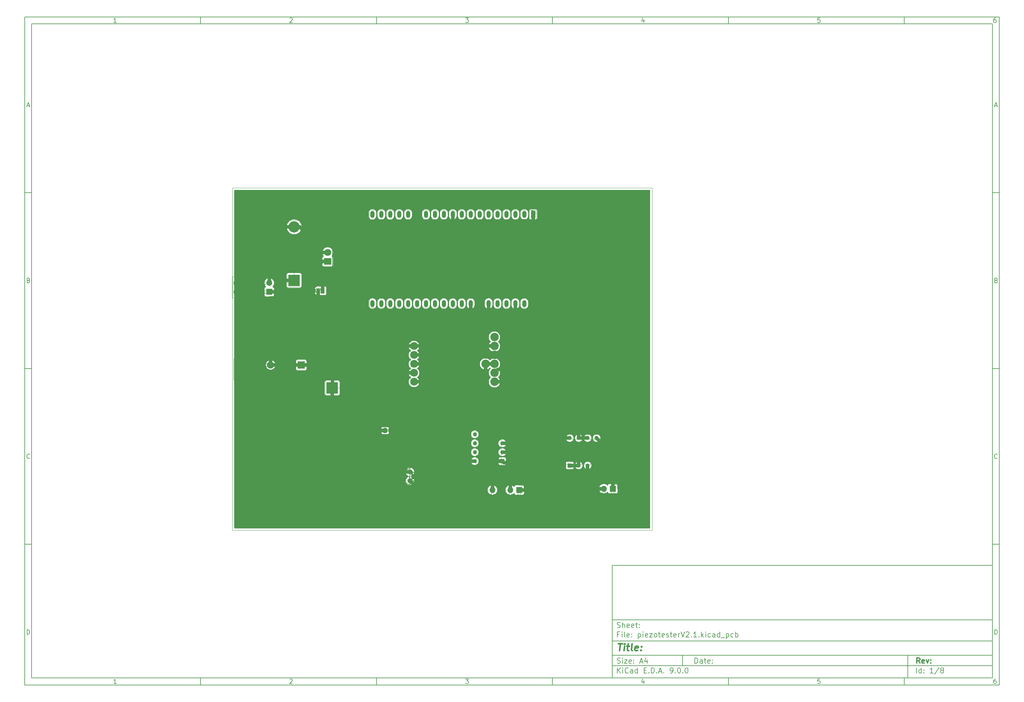
<source format=gbr>
%TF.GenerationSoftware,KiCad,Pcbnew,9.0.0*%
%TF.CreationDate,2025-11-10T15:06:58+01:00*%
%TF.ProjectId,piezotesterV2.1,7069657a-6f74-4657-9374-657256322e31,rev?*%
%TF.SameCoordinates,Original*%
%TF.FileFunction,Copper,L1,Top*%
%TF.FilePolarity,Positive*%
%FSLAX46Y46*%
G04 Gerber Fmt 4.6, Leading zero omitted, Abs format (unit mm)*
G04 Created by KiCad (PCBNEW 9.0.0) date 2025-11-10 15:06:58*
%MOMM*%
%LPD*%
G01*
G04 APERTURE LIST*
G04 Aperture macros list*
%AMRoundRect*
0 Rectangle with rounded corners*
0 $1 Rounding radius*
0 $2 $3 $4 $5 $6 $7 $8 $9 X,Y pos of 4 corners*
0 Add a 4 corners polygon primitive as box body*
4,1,4,$2,$3,$4,$5,$6,$7,$8,$9,$2,$3,0*
0 Add four circle primitives for the rounded corners*
1,1,$1+$1,$2,$3*
1,1,$1+$1,$4,$5*
1,1,$1+$1,$6,$7*
1,1,$1+$1,$8,$9*
0 Add four rect primitives between the rounded corners*
20,1,$1+$1,$2,$3,$4,$5,0*
20,1,$1+$1,$4,$5,$6,$7,0*
20,1,$1+$1,$6,$7,$8,$9,0*
20,1,$1+$1,$8,$9,$2,$3,0*%
G04 Aperture macros list end*
%ADD10C,0.100000*%
%ADD11C,0.150000*%
%ADD12C,0.300000*%
%ADD13C,0.400000*%
%TA.AperFunction,SMDPad,CuDef*%
%ADD14RoundRect,0.250000X0.625000X-0.312500X0.625000X0.312500X-0.625000X0.312500X-0.625000X-0.312500X0*%
%TD*%
%TA.AperFunction,SMDPad,CuDef*%
%ADD15RoundRect,0.250000X-0.325000X-0.650000X0.325000X-0.650000X0.325000X0.650000X-0.325000X0.650000X0*%
%TD*%
%TA.AperFunction,ComponentPad*%
%ADD16C,2.200000*%
%TD*%
%TA.AperFunction,ComponentPad*%
%ADD17C,2.000000*%
%TD*%
%TA.AperFunction,SMDPad,CuDef*%
%ADD18RoundRect,0.250000X0.312500X0.625000X-0.312500X0.625000X-0.312500X-0.625000X0.312500X-0.625000X0*%
%TD*%
%TA.AperFunction,SMDPad,CuDef*%
%ADD19RoundRect,0.250000X-0.312500X-0.625000X0.312500X-0.625000X0.312500X0.625000X-0.312500X0.625000X0*%
%TD*%
%TA.AperFunction,SMDPad,CuDef*%
%ADD20RoundRect,0.250000X0.325000X0.650000X-0.325000X0.650000X-0.325000X-0.650000X0.325000X-0.650000X0*%
%TD*%
%TA.AperFunction,ComponentPad*%
%ADD21O,3.200000X3.200000*%
%TD*%
%TA.AperFunction,ComponentPad*%
%ADD22R,3.200000X3.200000*%
%TD*%
%TA.AperFunction,ComponentPad*%
%ADD23O,1.050000X1.500000*%
%TD*%
%TA.AperFunction,ComponentPad*%
%ADD24R,1.050000X1.500000*%
%TD*%
%TA.AperFunction,ComponentPad*%
%ADD25O,2.000000X1.905000*%
%TD*%
%TA.AperFunction,ComponentPad*%
%ADD26R,2.000000X1.905000*%
%TD*%
%TA.AperFunction,ComponentPad*%
%ADD27O,1.700000X1.700000*%
%TD*%
%TA.AperFunction,ComponentPad*%
%ADD28R,1.700000X1.700000*%
%TD*%
%TA.AperFunction,ComponentPad*%
%ADD29O,1.200000X2.000000*%
%TD*%
%TA.AperFunction,ComponentPad*%
%ADD30R,1.200000X2.000000*%
%TD*%
%TA.AperFunction,ComponentPad*%
%ADD31C,1.159000*%
%TD*%
%TA.AperFunction,ComponentPad*%
%ADD32R,1.159000X1.159000*%
%TD*%
%TA.AperFunction,SMDPad,CuDef*%
%ADD33RoundRect,0.250000X-0.625000X0.312500X-0.625000X-0.312500X0.625000X-0.312500X0.625000X0.312500X0*%
%TD*%
%TA.AperFunction,SMDPad,CuDef*%
%ADD34RoundRect,0.250000X-0.650000X0.325000X-0.650000X-0.325000X0.650000X-0.325000X0.650000X0.325000X0*%
%TD*%
%TA.AperFunction,ComponentPad*%
%ADD35C,1.600000*%
%TD*%
%TA.AperFunction,ComponentPad*%
%ADD36R,1.600000X1.600000*%
%TD*%
%TA.AperFunction,SMDPad,CuDef*%
%ADD37R,2.900000X5.400000*%
%TD*%
%TA.AperFunction,ComponentPad*%
%ADD38C,1.400000*%
%TD*%
%TA.AperFunction,SMDPad,CuDef*%
%ADD39R,1.020000X2.160000*%
%TD*%
%TA.AperFunction,SMDPad,CuDef*%
%ADD40R,8.330000X6.990000*%
%TD*%
%TA.AperFunction,SMDPad,CuDef*%
%ADD41R,1.235000X1.910000*%
%TD*%
%TA.AperFunction,SMDPad,CuDef*%
%ADD42RoundRect,0.250000X0.650000X-0.325000X0.650000X0.325000X-0.650000X0.325000X-0.650000X-0.325000X0*%
%TD*%
%TA.AperFunction,ComponentPad*%
%ADD43R,2.000000X2.000000*%
%TD*%
%TA.AperFunction,ViaPad*%
%ADD44C,0.600000*%
%TD*%
%TA.AperFunction,ViaPad*%
%ADD45C,4.100000*%
%TD*%
%TA.AperFunction,Conductor*%
%ADD46C,1.000000*%
%TD*%
%TA.AperFunction,Conductor*%
%ADD47C,2.000000*%
%TD*%
%ADD48C,2.200000*%
%ADD49C,2.000000*%
%ADD50O,3.200000X3.200000*%
%ADD51R,3.200000X3.200000*%
%ADD52O,1.050000X1.500000*%
%ADD53R,1.050000X1.500000*%
%ADD54O,2.000000X1.905000*%
%ADD55R,2.000000X1.905000*%
%ADD56O,1.700000X1.700000*%
%ADD57R,1.700000X1.700000*%
%ADD58O,1.200000X2.000000*%
%ADD59R,1.200000X2.000000*%
%ADD60C,1.159000*%
%ADD61R,1.159000X1.159000*%
%ADD62C,1.600000*%
%ADD63R,1.600000X1.600000*%
%ADD64C,1.400000*%
%ADD65R,2.000000X2.000000*%
%ADD66RoundRect,0.250000X0.625000X-0.312500X0.625000X0.312500X-0.625000X0.312500X-0.625000X-0.312500X0*%
%ADD67RoundRect,0.250000X-0.325000X-0.650000X0.325000X-0.650000X0.325000X0.650000X-0.325000X0.650000X0*%
%ADD68C,2.403200*%
%ADD69C,2.203200*%
%ADD70RoundRect,0.250000X0.312500X0.625000X-0.312500X0.625000X-0.312500X-0.625000X0.312500X-0.625000X0*%
%ADD71RoundRect,0.250000X-0.312500X-0.625000X0.312500X-0.625000X0.312500X0.625000X-0.312500X0.625000X0*%
%ADD72RoundRect,0.250000X0.325000X0.650000X-0.325000X0.650000X-0.325000X-0.650000X0.325000X-0.650000X0*%
%ADD73RoundRect,0.250000X-0.625000X0.312500X-0.625000X-0.312500X0.625000X-0.312500X0.625000X0.312500X0*%
%ADD74RoundRect,0.250000X-0.650000X0.325000X-0.650000X-0.325000X0.650000X-0.325000X0.650000X0.325000X0*%
%ADD75R,2.900000X5.400000*%
%ADD76R,1.020000X2.160000*%
%ADD77R,8.330000X6.990000*%
%ADD78R,1.235000X1.910000*%
%ADD79RoundRect,0.250000X0.650000X-0.325000X0.650000X0.325000X-0.650000X0.325000X-0.650000X-0.325000X0*%
%ADD80C,0.750000*%
%ADD81C,0.254000*%
%ADD82C,0.120000*%
%ADD83C,0.200000*%
%ADD84C,0.380000*%
%ADD85C,0.050000*%
%TA.AperFunction,Profile*%
%ADD86C,0.050000*%
%TD*%
G04 APERTURE END LIST*
D10*
D11*
X177002200Y-166007200D02*
X285002200Y-166007200D01*
X285002200Y-198007200D01*
X177002200Y-198007200D01*
X177002200Y-166007200D01*
D10*
D11*
X10000000Y-10000000D02*
X287002200Y-10000000D01*
X287002200Y-200007200D01*
X10000000Y-200007200D01*
X10000000Y-10000000D01*
D10*
D11*
X12000000Y-12000000D02*
X285002200Y-12000000D01*
X285002200Y-198007200D01*
X12000000Y-198007200D01*
X12000000Y-12000000D01*
D10*
D11*
X60000000Y-12000000D02*
X60000000Y-10000000D01*
D10*
D11*
X110000000Y-12000000D02*
X110000000Y-10000000D01*
D10*
D11*
X160000000Y-12000000D02*
X160000000Y-10000000D01*
D10*
D11*
X210000000Y-12000000D02*
X210000000Y-10000000D01*
D10*
D11*
X260000000Y-12000000D02*
X260000000Y-10000000D01*
D10*
D11*
X36089160Y-11593604D02*
X35346303Y-11593604D01*
X35717731Y-11593604D02*
X35717731Y-10293604D01*
X35717731Y-10293604D02*
X35593922Y-10479319D01*
X35593922Y-10479319D02*
X35470112Y-10603128D01*
X35470112Y-10603128D02*
X35346303Y-10665033D01*
D10*
D11*
X85346303Y-10417414D02*
X85408207Y-10355509D01*
X85408207Y-10355509D02*
X85532017Y-10293604D01*
X85532017Y-10293604D02*
X85841541Y-10293604D01*
X85841541Y-10293604D02*
X85965350Y-10355509D01*
X85965350Y-10355509D02*
X86027255Y-10417414D01*
X86027255Y-10417414D02*
X86089160Y-10541223D01*
X86089160Y-10541223D02*
X86089160Y-10665033D01*
X86089160Y-10665033D02*
X86027255Y-10850747D01*
X86027255Y-10850747D02*
X85284398Y-11593604D01*
X85284398Y-11593604D02*
X86089160Y-11593604D01*
D10*
D11*
X135284398Y-10293604D02*
X136089160Y-10293604D01*
X136089160Y-10293604D02*
X135655826Y-10788842D01*
X135655826Y-10788842D02*
X135841541Y-10788842D01*
X135841541Y-10788842D02*
X135965350Y-10850747D01*
X135965350Y-10850747D02*
X136027255Y-10912652D01*
X136027255Y-10912652D02*
X136089160Y-11036461D01*
X136089160Y-11036461D02*
X136089160Y-11345985D01*
X136089160Y-11345985D02*
X136027255Y-11469795D01*
X136027255Y-11469795D02*
X135965350Y-11531700D01*
X135965350Y-11531700D02*
X135841541Y-11593604D01*
X135841541Y-11593604D02*
X135470112Y-11593604D01*
X135470112Y-11593604D02*
X135346303Y-11531700D01*
X135346303Y-11531700D02*
X135284398Y-11469795D01*
D10*
D11*
X185965350Y-10726938D02*
X185965350Y-11593604D01*
X185655826Y-10231700D02*
X185346303Y-11160271D01*
X185346303Y-11160271D02*
X186151064Y-11160271D01*
D10*
D11*
X236027255Y-10293604D02*
X235408207Y-10293604D01*
X235408207Y-10293604D02*
X235346303Y-10912652D01*
X235346303Y-10912652D02*
X235408207Y-10850747D01*
X235408207Y-10850747D02*
X235532017Y-10788842D01*
X235532017Y-10788842D02*
X235841541Y-10788842D01*
X235841541Y-10788842D02*
X235965350Y-10850747D01*
X235965350Y-10850747D02*
X236027255Y-10912652D01*
X236027255Y-10912652D02*
X236089160Y-11036461D01*
X236089160Y-11036461D02*
X236089160Y-11345985D01*
X236089160Y-11345985D02*
X236027255Y-11469795D01*
X236027255Y-11469795D02*
X235965350Y-11531700D01*
X235965350Y-11531700D02*
X235841541Y-11593604D01*
X235841541Y-11593604D02*
X235532017Y-11593604D01*
X235532017Y-11593604D02*
X235408207Y-11531700D01*
X235408207Y-11531700D02*
X235346303Y-11469795D01*
D10*
D11*
X285965350Y-10293604D02*
X285717731Y-10293604D01*
X285717731Y-10293604D02*
X285593922Y-10355509D01*
X285593922Y-10355509D02*
X285532017Y-10417414D01*
X285532017Y-10417414D02*
X285408207Y-10603128D01*
X285408207Y-10603128D02*
X285346303Y-10850747D01*
X285346303Y-10850747D02*
X285346303Y-11345985D01*
X285346303Y-11345985D02*
X285408207Y-11469795D01*
X285408207Y-11469795D02*
X285470112Y-11531700D01*
X285470112Y-11531700D02*
X285593922Y-11593604D01*
X285593922Y-11593604D02*
X285841541Y-11593604D01*
X285841541Y-11593604D02*
X285965350Y-11531700D01*
X285965350Y-11531700D02*
X286027255Y-11469795D01*
X286027255Y-11469795D02*
X286089160Y-11345985D01*
X286089160Y-11345985D02*
X286089160Y-11036461D01*
X286089160Y-11036461D02*
X286027255Y-10912652D01*
X286027255Y-10912652D02*
X285965350Y-10850747D01*
X285965350Y-10850747D02*
X285841541Y-10788842D01*
X285841541Y-10788842D02*
X285593922Y-10788842D01*
X285593922Y-10788842D02*
X285470112Y-10850747D01*
X285470112Y-10850747D02*
X285408207Y-10912652D01*
X285408207Y-10912652D02*
X285346303Y-11036461D01*
D10*
D11*
X60000000Y-198007200D02*
X60000000Y-200007200D01*
D10*
D11*
X110000000Y-198007200D02*
X110000000Y-200007200D01*
D10*
D11*
X160000000Y-198007200D02*
X160000000Y-200007200D01*
D10*
D11*
X210000000Y-198007200D02*
X210000000Y-200007200D01*
D10*
D11*
X260000000Y-198007200D02*
X260000000Y-200007200D01*
D10*
D11*
X36089160Y-199600804D02*
X35346303Y-199600804D01*
X35717731Y-199600804D02*
X35717731Y-198300804D01*
X35717731Y-198300804D02*
X35593922Y-198486519D01*
X35593922Y-198486519D02*
X35470112Y-198610328D01*
X35470112Y-198610328D02*
X35346303Y-198672233D01*
D10*
D11*
X85346303Y-198424614D02*
X85408207Y-198362709D01*
X85408207Y-198362709D02*
X85532017Y-198300804D01*
X85532017Y-198300804D02*
X85841541Y-198300804D01*
X85841541Y-198300804D02*
X85965350Y-198362709D01*
X85965350Y-198362709D02*
X86027255Y-198424614D01*
X86027255Y-198424614D02*
X86089160Y-198548423D01*
X86089160Y-198548423D02*
X86089160Y-198672233D01*
X86089160Y-198672233D02*
X86027255Y-198857947D01*
X86027255Y-198857947D02*
X85284398Y-199600804D01*
X85284398Y-199600804D02*
X86089160Y-199600804D01*
D10*
D11*
X135284398Y-198300804D02*
X136089160Y-198300804D01*
X136089160Y-198300804D02*
X135655826Y-198796042D01*
X135655826Y-198796042D02*
X135841541Y-198796042D01*
X135841541Y-198796042D02*
X135965350Y-198857947D01*
X135965350Y-198857947D02*
X136027255Y-198919852D01*
X136027255Y-198919852D02*
X136089160Y-199043661D01*
X136089160Y-199043661D02*
X136089160Y-199353185D01*
X136089160Y-199353185D02*
X136027255Y-199476995D01*
X136027255Y-199476995D02*
X135965350Y-199538900D01*
X135965350Y-199538900D02*
X135841541Y-199600804D01*
X135841541Y-199600804D02*
X135470112Y-199600804D01*
X135470112Y-199600804D02*
X135346303Y-199538900D01*
X135346303Y-199538900D02*
X135284398Y-199476995D01*
D10*
D11*
X185965350Y-198734138D02*
X185965350Y-199600804D01*
X185655826Y-198238900D02*
X185346303Y-199167471D01*
X185346303Y-199167471D02*
X186151064Y-199167471D01*
D10*
D11*
X236027255Y-198300804D02*
X235408207Y-198300804D01*
X235408207Y-198300804D02*
X235346303Y-198919852D01*
X235346303Y-198919852D02*
X235408207Y-198857947D01*
X235408207Y-198857947D02*
X235532017Y-198796042D01*
X235532017Y-198796042D02*
X235841541Y-198796042D01*
X235841541Y-198796042D02*
X235965350Y-198857947D01*
X235965350Y-198857947D02*
X236027255Y-198919852D01*
X236027255Y-198919852D02*
X236089160Y-199043661D01*
X236089160Y-199043661D02*
X236089160Y-199353185D01*
X236089160Y-199353185D02*
X236027255Y-199476995D01*
X236027255Y-199476995D02*
X235965350Y-199538900D01*
X235965350Y-199538900D02*
X235841541Y-199600804D01*
X235841541Y-199600804D02*
X235532017Y-199600804D01*
X235532017Y-199600804D02*
X235408207Y-199538900D01*
X235408207Y-199538900D02*
X235346303Y-199476995D01*
D10*
D11*
X285965350Y-198300804D02*
X285717731Y-198300804D01*
X285717731Y-198300804D02*
X285593922Y-198362709D01*
X285593922Y-198362709D02*
X285532017Y-198424614D01*
X285532017Y-198424614D02*
X285408207Y-198610328D01*
X285408207Y-198610328D02*
X285346303Y-198857947D01*
X285346303Y-198857947D02*
X285346303Y-199353185D01*
X285346303Y-199353185D02*
X285408207Y-199476995D01*
X285408207Y-199476995D02*
X285470112Y-199538900D01*
X285470112Y-199538900D02*
X285593922Y-199600804D01*
X285593922Y-199600804D02*
X285841541Y-199600804D01*
X285841541Y-199600804D02*
X285965350Y-199538900D01*
X285965350Y-199538900D02*
X286027255Y-199476995D01*
X286027255Y-199476995D02*
X286089160Y-199353185D01*
X286089160Y-199353185D02*
X286089160Y-199043661D01*
X286089160Y-199043661D02*
X286027255Y-198919852D01*
X286027255Y-198919852D02*
X285965350Y-198857947D01*
X285965350Y-198857947D02*
X285841541Y-198796042D01*
X285841541Y-198796042D02*
X285593922Y-198796042D01*
X285593922Y-198796042D02*
X285470112Y-198857947D01*
X285470112Y-198857947D02*
X285408207Y-198919852D01*
X285408207Y-198919852D02*
X285346303Y-199043661D01*
D10*
D11*
X10000000Y-60000000D02*
X12000000Y-60000000D01*
D10*
D11*
X10000000Y-110000000D02*
X12000000Y-110000000D01*
D10*
D11*
X10000000Y-160000000D02*
X12000000Y-160000000D01*
D10*
D11*
X10690476Y-35222176D02*
X11309523Y-35222176D01*
X10566666Y-35593604D02*
X10999999Y-34293604D01*
X10999999Y-34293604D02*
X11433333Y-35593604D01*
D10*
D11*
X11092857Y-84912652D02*
X11278571Y-84974557D01*
X11278571Y-84974557D02*
X11340476Y-85036461D01*
X11340476Y-85036461D02*
X11402380Y-85160271D01*
X11402380Y-85160271D02*
X11402380Y-85345985D01*
X11402380Y-85345985D02*
X11340476Y-85469795D01*
X11340476Y-85469795D02*
X11278571Y-85531700D01*
X11278571Y-85531700D02*
X11154761Y-85593604D01*
X11154761Y-85593604D02*
X10659523Y-85593604D01*
X10659523Y-85593604D02*
X10659523Y-84293604D01*
X10659523Y-84293604D02*
X11092857Y-84293604D01*
X11092857Y-84293604D02*
X11216666Y-84355509D01*
X11216666Y-84355509D02*
X11278571Y-84417414D01*
X11278571Y-84417414D02*
X11340476Y-84541223D01*
X11340476Y-84541223D02*
X11340476Y-84665033D01*
X11340476Y-84665033D02*
X11278571Y-84788842D01*
X11278571Y-84788842D02*
X11216666Y-84850747D01*
X11216666Y-84850747D02*
X11092857Y-84912652D01*
X11092857Y-84912652D02*
X10659523Y-84912652D01*
D10*
D11*
X11402380Y-135469795D02*
X11340476Y-135531700D01*
X11340476Y-135531700D02*
X11154761Y-135593604D01*
X11154761Y-135593604D02*
X11030952Y-135593604D01*
X11030952Y-135593604D02*
X10845238Y-135531700D01*
X10845238Y-135531700D02*
X10721428Y-135407890D01*
X10721428Y-135407890D02*
X10659523Y-135284080D01*
X10659523Y-135284080D02*
X10597619Y-135036461D01*
X10597619Y-135036461D02*
X10597619Y-134850747D01*
X10597619Y-134850747D02*
X10659523Y-134603128D01*
X10659523Y-134603128D02*
X10721428Y-134479319D01*
X10721428Y-134479319D02*
X10845238Y-134355509D01*
X10845238Y-134355509D02*
X11030952Y-134293604D01*
X11030952Y-134293604D02*
X11154761Y-134293604D01*
X11154761Y-134293604D02*
X11340476Y-134355509D01*
X11340476Y-134355509D02*
X11402380Y-134417414D01*
D10*
D11*
X10659523Y-185593604D02*
X10659523Y-184293604D01*
X10659523Y-184293604D02*
X10969047Y-184293604D01*
X10969047Y-184293604D02*
X11154761Y-184355509D01*
X11154761Y-184355509D02*
X11278571Y-184479319D01*
X11278571Y-184479319D02*
X11340476Y-184603128D01*
X11340476Y-184603128D02*
X11402380Y-184850747D01*
X11402380Y-184850747D02*
X11402380Y-185036461D01*
X11402380Y-185036461D02*
X11340476Y-185284080D01*
X11340476Y-185284080D02*
X11278571Y-185407890D01*
X11278571Y-185407890D02*
X11154761Y-185531700D01*
X11154761Y-185531700D02*
X10969047Y-185593604D01*
X10969047Y-185593604D02*
X10659523Y-185593604D01*
D10*
D11*
X287002200Y-60000000D02*
X285002200Y-60000000D01*
D10*
D11*
X287002200Y-110000000D02*
X285002200Y-110000000D01*
D10*
D11*
X287002200Y-160000000D02*
X285002200Y-160000000D01*
D10*
D11*
X285692676Y-35222176D02*
X286311723Y-35222176D01*
X285568866Y-35593604D02*
X286002199Y-34293604D01*
X286002199Y-34293604D02*
X286435533Y-35593604D01*
D10*
D11*
X286095057Y-84912652D02*
X286280771Y-84974557D01*
X286280771Y-84974557D02*
X286342676Y-85036461D01*
X286342676Y-85036461D02*
X286404580Y-85160271D01*
X286404580Y-85160271D02*
X286404580Y-85345985D01*
X286404580Y-85345985D02*
X286342676Y-85469795D01*
X286342676Y-85469795D02*
X286280771Y-85531700D01*
X286280771Y-85531700D02*
X286156961Y-85593604D01*
X286156961Y-85593604D02*
X285661723Y-85593604D01*
X285661723Y-85593604D02*
X285661723Y-84293604D01*
X285661723Y-84293604D02*
X286095057Y-84293604D01*
X286095057Y-84293604D02*
X286218866Y-84355509D01*
X286218866Y-84355509D02*
X286280771Y-84417414D01*
X286280771Y-84417414D02*
X286342676Y-84541223D01*
X286342676Y-84541223D02*
X286342676Y-84665033D01*
X286342676Y-84665033D02*
X286280771Y-84788842D01*
X286280771Y-84788842D02*
X286218866Y-84850747D01*
X286218866Y-84850747D02*
X286095057Y-84912652D01*
X286095057Y-84912652D02*
X285661723Y-84912652D01*
D10*
D11*
X286404580Y-135469795D02*
X286342676Y-135531700D01*
X286342676Y-135531700D02*
X286156961Y-135593604D01*
X286156961Y-135593604D02*
X286033152Y-135593604D01*
X286033152Y-135593604D02*
X285847438Y-135531700D01*
X285847438Y-135531700D02*
X285723628Y-135407890D01*
X285723628Y-135407890D02*
X285661723Y-135284080D01*
X285661723Y-135284080D02*
X285599819Y-135036461D01*
X285599819Y-135036461D02*
X285599819Y-134850747D01*
X285599819Y-134850747D02*
X285661723Y-134603128D01*
X285661723Y-134603128D02*
X285723628Y-134479319D01*
X285723628Y-134479319D02*
X285847438Y-134355509D01*
X285847438Y-134355509D02*
X286033152Y-134293604D01*
X286033152Y-134293604D02*
X286156961Y-134293604D01*
X286156961Y-134293604D02*
X286342676Y-134355509D01*
X286342676Y-134355509D02*
X286404580Y-134417414D01*
D10*
D11*
X285661723Y-185593604D02*
X285661723Y-184293604D01*
X285661723Y-184293604D02*
X285971247Y-184293604D01*
X285971247Y-184293604D02*
X286156961Y-184355509D01*
X286156961Y-184355509D02*
X286280771Y-184479319D01*
X286280771Y-184479319D02*
X286342676Y-184603128D01*
X286342676Y-184603128D02*
X286404580Y-184850747D01*
X286404580Y-184850747D02*
X286404580Y-185036461D01*
X286404580Y-185036461D02*
X286342676Y-185284080D01*
X286342676Y-185284080D02*
X286280771Y-185407890D01*
X286280771Y-185407890D02*
X286156961Y-185531700D01*
X286156961Y-185531700D02*
X285971247Y-185593604D01*
X285971247Y-185593604D02*
X285661723Y-185593604D01*
D10*
D11*
X200458026Y-193793328D02*
X200458026Y-192293328D01*
X200458026Y-192293328D02*
X200815169Y-192293328D01*
X200815169Y-192293328D02*
X201029455Y-192364757D01*
X201029455Y-192364757D02*
X201172312Y-192507614D01*
X201172312Y-192507614D02*
X201243741Y-192650471D01*
X201243741Y-192650471D02*
X201315169Y-192936185D01*
X201315169Y-192936185D02*
X201315169Y-193150471D01*
X201315169Y-193150471D02*
X201243741Y-193436185D01*
X201243741Y-193436185D02*
X201172312Y-193579042D01*
X201172312Y-193579042D02*
X201029455Y-193721900D01*
X201029455Y-193721900D02*
X200815169Y-193793328D01*
X200815169Y-193793328D02*
X200458026Y-193793328D01*
X202600884Y-193793328D02*
X202600884Y-193007614D01*
X202600884Y-193007614D02*
X202529455Y-192864757D01*
X202529455Y-192864757D02*
X202386598Y-192793328D01*
X202386598Y-192793328D02*
X202100884Y-192793328D01*
X202100884Y-192793328D02*
X201958026Y-192864757D01*
X202600884Y-193721900D02*
X202458026Y-193793328D01*
X202458026Y-193793328D02*
X202100884Y-193793328D01*
X202100884Y-193793328D02*
X201958026Y-193721900D01*
X201958026Y-193721900D02*
X201886598Y-193579042D01*
X201886598Y-193579042D02*
X201886598Y-193436185D01*
X201886598Y-193436185D02*
X201958026Y-193293328D01*
X201958026Y-193293328D02*
X202100884Y-193221900D01*
X202100884Y-193221900D02*
X202458026Y-193221900D01*
X202458026Y-193221900D02*
X202600884Y-193150471D01*
X203100884Y-192793328D02*
X203672312Y-192793328D01*
X203315169Y-192293328D02*
X203315169Y-193579042D01*
X203315169Y-193579042D02*
X203386598Y-193721900D01*
X203386598Y-193721900D02*
X203529455Y-193793328D01*
X203529455Y-193793328D02*
X203672312Y-193793328D01*
X204743741Y-193721900D02*
X204600884Y-193793328D01*
X204600884Y-193793328D02*
X204315170Y-193793328D01*
X204315170Y-193793328D02*
X204172312Y-193721900D01*
X204172312Y-193721900D02*
X204100884Y-193579042D01*
X204100884Y-193579042D02*
X204100884Y-193007614D01*
X204100884Y-193007614D02*
X204172312Y-192864757D01*
X204172312Y-192864757D02*
X204315170Y-192793328D01*
X204315170Y-192793328D02*
X204600884Y-192793328D01*
X204600884Y-192793328D02*
X204743741Y-192864757D01*
X204743741Y-192864757D02*
X204815170Y-193007614D01*
X204815170Y-193007614D02*
X204815170Y-193150471D01*
X204815170Y-193150471D02*
X204100884Y-193293328D01*
X205458026Y-193650471D02*
X205529455Y-193721900D01*
X205529455Y-193721900D02*
X205458026Y-193793328D01*
X205458026Y-193793328D02*
X205386598Y-193721900D01*
X205386598Y-193721900D02*
X205458026Y-193650471D01*
X205458026Y-193650471D02*
X205458026Y-193793328D01*
X205458026Y-192864757D02*
X205529455Y-192936185D01*
X205529455Y-192936185D02*
X205458026Y-193007614D01*
X205458026Y-193007614D02*
X205386598Y-192936185D01*
X205386598Y-192936185D02*
X205458026Y-192864757D01*
X205458026Y-192864757D02*
X205458026Y-193007614D01*
D10*
D11*
X177002200Y-194507200D02*
X285002200Y-194507200D01*
D10*
D11*
X178458026Y-196593328D02*
X178458026Y-195093328D01*
X179315169Y-196593328D02*
X178672312Y-195736185D01*
X179315169Y-195093328D02*
X178458026Y-195950471D01*
X179958026Y-196593328D02*
X179958026Y-195593328D01*
X179958026Y-195093328D02*
X179886598Y-195164757D01*
X179886598Y-195164757D02*
X179958026Y-195236185D01*
X179958026Y-195236185D02*
X180029455Y-195164757D01*
X180029455Y-195164757D02*
X179958026Y-195093328D01*
X179958026Y-195093328D02*
X179958026Y-195236185D01*
X181529455Y-196450471D02*
X181458027Y-196521900D01*
X181458027Y-196521900D02*
X181243741Y-196593328D01*
X181243741Y-196593328D02*
X181100884Y-196593328D01*
X181100884Y-196593328D02*
X180886598Y-196521900D01*
X180886598Y-196521900D02*
X180743741Y-196379042D01*
X180743741Y-196379042D02*
X180672312Y-196236185D01*
X180672312Y-196236185D02*
X180600884Y-195950471D01*
X180600884Y-195950471D02*
X180600884Y-195736185D01*
X180600884Y-195736185D02*
X180672312Y-195450471D01*
X180672312Y-195450471D02*
X180743741Y-195307614D01*
X180743741Y-195307614D02*
X180886598Y-195164757D01*
X180886598Y-195164757D02*
X181100884Y-195093328D01*
X181100884Y-195093328D02*
X181243741Y-195093328D01*
X181243741Y-195093328D02*
X181458027Y-195164757D01*
X181458027Y-195164757D02*
X181529455Y-195236185D01*
X182815170Y-196593328D02*
X182815170Y-195807614D01*
X182815170Y-195807614D02*
X182743741Y-195664757D01*
X182743741Y-195664757D02*
X182600884Y-195593328D01*
X182600884Y-195593328D02*
X182315170Y-195593328D01*
X182315170Y-195593328D02*
X182172312Y-195664757D01*
X182815170Y-196521900D02*
X182672312Y-196593328D01*
X182672312Y-196593328D02*
X182315170Y-196593328D01*
X182315170Y-196593328D02*
X182172312Y-196521900D01*
X182172312Y-196521900D02*
X182100884Y-196379042D01*
X182100884Y-196379042D02*
X182100884Y-196236185D01*
X182100884Y-196236185D02*
X182172312Y-196093328D01*
X182172312Y-196093328D02*
X182315170Y-196021900D01*
X182315170Y-196021900D02*
X182672312Y-196021900D01*
X182672312Y-196021900D02*
X182815170Y-195950471D01*
X184172313Y-196593328D02*
X184172313Y-195093328D01*
X184172313Y-196521900D02*
X184029455Y-196593328D01*
X184029455Y-196593328D02*
X183743741Y-196593328D01*
X183743741Y-196593328D02*
X183600884Y-196521900D01*
X183600884Y-196521900D02*
X183529455Y-196450471D01*
X183529455Y-196450471D02*
X183458027Y-196307614D01*
X183458027Y-196307614D02*
X183458027Y-195879042D01*
X183458027Y-195879042D02*
X183529455Y-195736185D01*
X183529455Y-195736185D02*
X183600884Y-195664757D01*
X183600884Y-195664757D02*
X183743741Y-195593328D01*
X183743741Y-195593328D02*
X184029455Y-195593328D01*
X184029455Y-195593328D02*
X184172313Y-195664757D01*
X186029455Y-195807614D02*
X186529455Y-195807614D01*
X186743741Y-196593328D02*
X186029455Y-196593328D01*
X186029455Y-196593328D02*
X186029455Y-195093328D01*
X186029455Y-195093328D02*
X186743741Y-195093328D01*
X187386598Y-196450471D02*
X187458027Y-196521900D01*
X187458027Y-196521900D02*
X187386598Y-196593328D01*
X187386598Y-196593328D02*
X187315170Y-196521900D01*
X187315170Y-196521900D02*
X187386598Y-196450471D01*
X187386598Y-196450471D02*
X187386598Y-196593328D01*
X188100884Y-196593328D02*
X188100884Y-195093328D01*
X188100884Y-195093328D02*
X188458027Y-195093328D01*
X188458027Y-195093328D02*
X188672313Y-195164757D01*
X188672313Y-195164757D02*
X188815170Y-195307614D01*
X188815170Y-195307614D02*
X188886599Y-195450471D01*
X188886599Y-195450471D02*
X188958027Y-195736185D01*
X188958027Y-195736185D02*
X188958027Y-195950471D01*
X188958027Y-195950471D02*
X188886599Y-196236185D01*
X188886599Y-196236185D02*
X188815170Y-196379042D01*
X188815170Y-196379042D02*
X188672313Y-196521900D01*
X188672313Y-196521900D02*
X188458027Y-196593328D01*
X188458027Y-196593328D02*
X188100884Y-196593328D01*
X189600884Y-196450471D02*
X189672313Y-196521900D01*
X189672313Y-196521900D02*
X189600884Y-196593328D01*
X189600884Y-196593328D02*
X189529456Y-196521900D01*
X189529456Y-196521900D02*
X189600884Y-196450471D01*
X189600884Y-196450471D02*
X189600884Y-196593328D01*
X190243742Y-196164757D02*
X190958028Y-196164757D01*
X190100885Y-196593328D02*
X190600885Y-195093328D01*
X190600885Y-195093328D02*
X191100885Y-196593328D01*
X191600884Y-196450471D02*
X191672313Y-196521900D01*
X191672313Y-196521900D02*
X191600884Y-196593328D01*
X191600884Y-196593328D02*
X191529456Y-196521900D01*
X191529456Y-196521900D02*
X191600884Y-196450471D01*
X191600884Y-196450471D02*
X191600884Y-196593328D01*
X193529456Y-196593328D02*
X193815170Y-196593328D01*
X193815170Y-196593328D02*
X193958027Y-196521900D01*
X193958027Y-196521900D02*
X194029456Y-196450471D01*
X194029456Y-196450471D02*
X194172313Y-196236185D01*
X194172313Y-196236185D02*
X194243742Y-195950471D01*
X194243742Y-195950471D02*
X194243742Y-195379042D01*
X194243742Y-195379042D02*
X194172313Y-195236185D01*
X194172313Y-195236185D02*
X194100885Y-195164757D01*
X194100885Y-195164757D02*
X193958027Y-195093328D01*
X193958027Y-195093328D02*
X193672313Y-195093328D01*
X193672313Y-195093328D02*
X193529456Y-195164757D01*
X193529456Y-195164757D02*
X193458027Y-195236185D01*
X193458027Y-195236185D02*
X193386599Y-195379042D01*
X193386599Y-195379042D02*
X193386599Y-195736185D01*
X193386599Y-195736185D02*
X193458027Y-195879042D01*
X193458027Y-195879042D02*
X193529456Y-195950471D01*
X193529456Y-195950471D02*
X193672313Y-196021900D01*
X193672313Y-196021900D02*
X193958027Y-196021900D01*
X193958027Y-196021900D02*
X194100885Y-195950471D01*
X194100885Y-195950471D02*
X194172313Y-195879042D01*
X194172313Y-195879042D02*
X194243742Y-195736185D01*
X194886598Y-196450471D02*
X194958027Y-196521900D01*
X194958027Y-196521900D02*
X194886598Y-196593328D01*
X194886598Y-196593328D02*
X194815170Y-196521900D01*
X194815170Y-196521900D02*
X194886598Y-196450471D01*
X194886598Y-196450471D02*
X194886598Y-196593328D01*
X195886599Y-195093328D02*
X196029456Y-195093328D01*
X196029456Y-195093328D02*
X196172313Y-195164757D01*
X196172313Y-195164757D02*
X196243742Y-195236185D01*
X196243742Y-195236185D02*
X196315170Y-195379042D01*
X196315170Y-195379042D02*
X196386599Y-195664757D01*
X196386599Y-195664757D02*
X196386599Y-196021900D01*
X196386599Y-196021900D02*
X196315170Y-196307614D01*
X196315170Y-196307614D02*
X196243742Y-196450471D01*
X196243742Y-196450471D02*
X196172313Y-196521900D01*
X196172313Y-196521900D02*
X196029456Y-196593328D01*
X196029456Y-196593328D02*
X195886599Y-196593328D01*
X195886599Y-196593328D02*
X195743742Y-196521900D01*
X195743742Y-196521900D02*
X195672313Y-196450471D01*
X195672313Y-196450471D02*
X195600884Y-196307614D01*
X195600884Y-196307614D02*
X195529456Y-196021900D01*
X195529456Y-196021900D02*
X195529456Y-195664757D01*
X195529456Y-195664757D02*
X195600884Y-195379042D01*
X195600884Y-195379042D02*
X195672313Y-195236185D01*
X195672313Y-195236185D02*
X195743742Y-195164757D01*
X195743742Y-195164757D02*
X195886599Y-195093328D01*
X197029455Y-196450471D02*
X197100884Y-196521900D01*
X197100884Y-196521900D02*
X197029455Y-196593328D01*
X197029455Y-196593328D02*
X196958027Y-196521900D01*
X196958027Y-196521900D02*
X197029455Y-196450471D01*
X197029455Y-196450471D02*
X197029455Y-196593328D01*
X198029456Y-195093328D02*
X198172313Y-195093328D01*
X198172313Y-195093328D02*
X198315170Y-195164757D01*
X198315170Y-195164757D02*
X198386599Y-195236185D01*
X198386599Y-195236185D02*
X198458027Y-195379042D01*
X198458027Y-195379042D02*
X198529456Y-195664757D01*
X198529456Y-195664757D02*
X198529456Y-196021900D01*
X198529456Y-196021900D02*
X198458027Y-196307614D01*
X198458027Y-196307614D02*
X198386599Y-196450471D01*
X198386599Y-196450471D02*
X198315170Y-196521900D01*
X198315170Y-196521900D02*
X198172313Y-196593328D01*
X198172313Y-196593328D02*
X198029456Y-196593328D01*
X198029456Y-196593328D02*
X197886599Y-196521900D01*
X197886599Y-196521900D02*
X197815170Y-196450471D01*
X197815170Y-196450471D02*
X197743741Y-196307614D01*
X197743741Y-196307614D02*
X197672313Y-196021900D01*
X197672313Y-196021900D02*
X197672313Y-195664757D01*
X197672313Y-195664757D02*
X197743741Y-195379042D01*
X197743741Y-195379042D02*
X197815170Y-195236185D01*
X197815170Y-195236185D02*
X197886599Y-195164757D01*
X197886599Y-195164757D02*
X198029456Y-195093328D01*
D10*
D11*
X177002200Y-191507200D02*
X285002200Y-191507200D01*
D10*
D12*
X264413853Y-193785528D02*
X263913853Y-193071242D01*
X263556710Y-193785528D02*
X263556710Y-192285528D01*
X263556710Y-192285528D02*
X264128139Y-192285528D01*
X264128139Y-192285528D02*
X264270996Y-192356957D01*
X264270996Y-192356957D02*
X264342425Y-192428385D01*
X264342425Y-192428385D02*
X264413853Y-192571242D01*
X264413853Y-192571242D02*
X264413853Y-192785528D01*
X264413853Y-192785528D02*
X264342425Y-192928385D01*
X264342425Y-192928385D02*
X264270996Y-192999814D01*
X264270996Y-192999814D02*
X264128139Y-193071242D01*
X264128139Y-193071242D02*
X263556710Y-193071242D01*
X265628139Y-193714100D02*
X265485282Y-193785528D01*
X265485282Y-193785528D02*
X265199568Y-193785528D01*
X265199568Y-193785528D02*
X265056710Y-193714100D01*
X265056710Y-193714100D02*
X264985282Y-193571242D01*
X264985282Y-193571242D02*
X264985282Y-192999814D01*
X264985282Y-192999814D02*
X265056710Y-192856957D01*
X265056710Y-192856957D02*
X265199568Y-192785528D01*
X265199568Y-192785528D02*
X265485282Y-192785528D01*
X265485282Y-192785528D02*
X265628139Y-192856957D01*
X265628139Y-192856957D02*
X265699568Y-192999814D01*
X265699568Y-192999814D02*
X265699568Y-193142671D01*
X265699568Y-193142671D02*
X264985282Y-193285528D01*
X266199567Y-192785528D02*
X266556710Y-193785528D01*
X266556710Y-193785528D02*
X266913853Y-192785528D01*
X267485281Y-193642671D02*
X267556710Y-193714100D01*
X267556710Y-193714100D02*
X267485281Y-193785528D01*
X267485281Y-193785528D02*
X267413853Y-193714100D01*
X267413853Y-193714100D02*
X267485281Y-193642671D01*
X267485281Y-193642671D02*
X267485281Y-193785528D01*
X267485281Y-192856957D02*
X267556710Y-192928385D01*
X267556710Y-192928385D02*
X267485281Y-192999814D01*
X267485281Y-192999814D02*
X267413853Y-192928385D01*
X267413853Y-192928385D02*
X267485281Y-192856957D01*
X267485281Y-192856957D02*
X267485281Y-192999814D01*
D10*
D11*
X178386598Y-193721900D02*
X178600884Y-193793328D01*
X178600884Y-193793328D02*
X178958026Y-193793328D01*
X178958026Y-193793328D02*
X179100884Y-193721900D01*
X179100884Y-193721900D02*
X179172312Y-193650471D01*
X179172312Y-193650471D02*
X179243741Y-193507614D01*
X179243741Y-193507614D02*
X179243741Y-193364757D01*
X179243741Y-193364757D02*
X179172312Y-193221900D01*
X179172312Y-193221900D02*
X179100884Y-193150471D01*
X179100884Y-193150471D02*
X178958026Y-193079042D01*
X178958026Y-193079042D02*
X178672312Y-193007614D01*
X178672312Y-193007614D02*
X178529455Y-192936185D01*
X178529455Y-192936185D02*
X178458026Y-192864757D01*
X178458026Y-192864757D02*
X178386598Y-192721900D01*
X178386598Y-192721900D02*
X178386598Y-192579042D01*
X178386598Y-192579042D02*
X178458026Y-192436185D01*
X178458026Y-192436185D02*
X178529455Y-192364757D01*
X178529455Y-192364757D02*
X178672312Y-192293328D01*
X178672312Y-192293328D02*
X179029455Y-192293328D01*
X179029455Y-192293328D02*
X179243741Y-192364757D01*
X179886597Y-193793328D02*
X179886597Y-192793328D01*
X179886597Y-192293328D02*
X179815169Y-192364757D01*
X179815169Y-192364757D02*
X179886597Y-192436185D01*
X179886597Y-192436185D02*
X179958026Y-192364757D01*
X179958026Y-192364757D02*
X179886597Y-192293328D01*
X179886597Y-192293328D02*
X179886597Y-192436185D01*
X180458026Y-192793328D02*
X181243741Y-192793328D01*
X181243741Y-192793328D02*
X180458026Y-193793328D01*
X180458026Y-193793328D02*
X181243741Y-193793328D01*
X182386598Y-193721900D02*
X182243741Y-193793328D01*
X182243741Y-193793328D02*
X181958027Y-193793328D01*
X181958027Y-193793328D02*
X181815169Y-193721900D01*
X181815169Y-193721900D02*
X181743741Y-193579042D01*
X181743741Y-193579042D02*
X181743741Y-193007614D01*
X181743741Y-193007614D02*
X181815169Y-192864757D01*
X181815169Y-192864757D02*
X181958027Y-192793328D01*
X181958027Y-192793328D02*
X182243741Y-192793328D01*
X182243741Y-192793328D02*
X182386598Y-192864757D01*
X182386598Y-192864757D02*
X182458027Y-193007614D01*
X182458027Y-193007614D02*
X182458027Y-193150471D01*
X182458027Y-193150471D02*
X181743741Y-193293328D01*
X183100883Y-193650471D02*
X183172312Y-193721900D01*
X183172312Y-193721900D02*
X183100883Y-193793328D01*
X183100883Y-193793328D02*
X183029455Y-193721900D01*
X183029455Y-193721900D02*
X183100883Y-193650471D01*
X183100883Y-193650471D02*
X183100883Y-193793328D01*
X183100883Y-192864757D02*
X183172312Y-192936185D01*
X183172312Y-192936185D02*
X183100883Y-193007614D01*
X183100883Y-193007614D02*
X183029455Y-192936185D01*
X183029455Y-192936185D02*
X183100883Y-192864757D01*
X183100883Y-192864757D02*
X183100883Y-193007614D01*
X184886598Y-193364757D02*
X185600884Y-193364757D01*
X184743741Y-193793328D02*
X185243741Y-192293328D01*
X185243741Y-192293328D02*
X185743741Y-193793328D01*
X186886598Y-192793328D02*
X186886598Y-193793328D01*
X186529455Y-192221900D02*
X186172312Y-193293328D01*
X186172312Y-193293328D02*
X187100883Y-193293328D01*
D10*
D11*
X263458026Y-196593328D02*
X263458026Y-195093328D01*
X264815170Y-196593328D02*
X264815170Y-195093328D01*
X264815170Y-196521900D02*
X264672312Y-196593328D01*
X264672312Y-196593328D02*
X264386598Y-196593328D01*
X264386598Y-196593328D02*
X264243741Y-196521900D01*
X264243741Y-196521900D02*
X264172312Y-196450471D01*
X264172312Y-196450471D02*
X264100884Y-196307614D01*
X264100884Y-196307614D02*
X264100884Y-195879042D01*
X264100884Y-195879042D02*
X264172312Y-195736185D01*
X264172312Y-195736185D02*
X264243741Y-195664757D01*
X264243741Y-195664757D02*
X264386598Y-195593328D01*
X264386598Y-195593328D02*
X264672312Y-195593328D01*
X264672312Y-195593328D02*
X264815170Y-195664757D01*
X265529455Y-196450471D02*
X265600884Y-196521900D01*
X265600884Y-196521900D02*
X265529455Y-196593328D01*
X265529455Y-196593328D02*
X265458027Y-196521900D01*
X265458027Y-196521900D02*
X265529455Y-196450471D01*
X265529455Y-196450471D02*
X265529455Y-196593328D01*
X265529455Y-195664757D02*
X265600884Y-195736185D01*
X265600884Y-195736185D02*
X265529455Y-195807614D01*
X265529455Y-195807614D02*
X265458027Y-195736185D01*
X265458027Y-195736185D02*
X265529455Y-195664757D01*
X265529455Y-195664757D02*
X265529455Y-195807614D01*
X268172313Y-196593328D02*
X267315170Y-196593328D01*
X267743741Y-196593328D02*
X267743741Y-195093328D01*
X267743741Y-195093328D02*
X267600884Y-195307614D01*
X267600884Y-195307614D02*
X267458027Y-195450471D01*
X267458027Y-195450471D02*
X267315170Y-195521900D01*
X269886598Y-195021900D02*
X268600884Y-196950471D01*
X270600884Y-195736185D02*
X270458027Y-195664757D01*
X270458027Y-195664757D02*
X270386598Y-195593328D01*
X270386598Y-195593328D02*
X270315170Y-195450471D01*
X270315170Y-195450471D02*
X270315170Y-195379042D01*
X270315170Y-195379042D02*
X270386598Y-195236185D01*
X270386598Y-195236185D02*
X270458027Y-195164757D01*
X270458027Y-195164757D02*
X270600884Y-195093328D01*
X270600884Y-195093328D02*
X270886598Y-195093328D01*
X270886598Y-195093328D02*
X271029456Y-195164757D01*
X271029456Y-195164757D02*
X271100884Y-195236185D01*
X271100884Y-195236185D02*
X271172313Y-195379042D01*
X271172313Y-195379042D02*
X271172313Y-195450471D01*
X271172313Y-195450471D02*
X271100884Y-195593328D01*
X271100884Y-195593328D02*
X271029456Y-195664757D01*
X271029456Y-195664757D02*
X270886598Y-195736185D01*
X270886598Y-195736185D02*
X270600884Y-195736185D01*
X270600884Y-195736185D02*
X270458027Y-195807614D01*
X270458027Y-195807614D02*
X270386598Y-195879042D01*
X270386598Y-195879042D02*
X270315170Y-196021900D01*
X270315170Y-196021900D02*
X270315170Y-196307614D01*
X270315170Y-196307614D02*
X270386598Y-196450471D01*
X270386598Y-196450471D02*
X270458027Y-196521900D01*
X270458027Y-196521900D02*
X270600884Y-196593328D01*
X270600884Y-196593328D02*
X270886598Y-196593328D01*
X270886598Y-196593328D02*
X271029456Y-196521900D01*
X271029456Y-196521900D02*
X271100884Y-196450471D01*
X271100884Y-196450471D02*
X271172313Y-196307614D01*
X271172313Y-196307614D02*
X271172313Y-196021900D01*
X271172313Y-196021900D02*
X271100884Y-195879042D01*
X271100884Y-195879042D02*
X271029456Y-195807614D01*
X271029456Y-195807614D02*
X270886598Y-195736185D01*
D10*
D11*
X177002200Y-187507200D02*
X285002200Y-187507200D01*
D10*
D13*
X178693928Y-188211638D02*
X179836785Y-188211638D01*
X179015357Y-190211638D02*
X179265357Y-188211638D01*
X180253452Y-190211638D02*
X180420119Y-188878304D01*
X180503452Y-188211638D02*
X180396309Y-188306876D01*
X180396309Y-188306876D02*
X180479643Y-188402114D01*
X180479643Y-188402114D02*
X180586786Y-188306876D01*
X180586786Y-188306876D02*
X180503452Y-188211638D01*
X180503452Y-188211638D02*
X180479643Y-188402114D01*
X181086786Y-188878304D02*
X181848690Y-188878304D01*
X181455833Y-188211638D02*
X181241548Y-189925923D01*
X181241548Y-189925923D02*
X181312976Y-190116400D01*
X181312976Y-190116400D02*
X181491548Y-190211638D01*
X181491548Y-190211638D02*
X181682024Y-190211638D01*
X182634405Y-190211638D02*
X182455833Y-190116400D01*
X182455833Y-190116400D02*
X182384405Y-189925923D01*
X182384405Y-189925923D02*
X182598690Y-188211638D01*
X184170119Y-190116400D02*
X183967738Y-190211638D01*
X183967738Y-190211638D02*
X183586785Y-190211638D01*
X183586785Y-190211638D02*
X183408214Y-190116400D01*
X183408214Y-190116400D02*
X183336785Y-189925923D01*
X183336785Y-189925923D02*
X183432024Y-189164019D01*
X183432024Y-189164019D02*
X183551071Y-188973542D01*
X183551071Y-188973542D02*
X183753452Y-188878304D01*
X183753452Y-188878304D02*
X184134404Y-188878304D01*
X184134404Y-188878304D02*
X184312976Y-188973542D01*
X184312976Y-188973542D02*
X184384404Y-189164019D01*
X184384404Y-189164019D02*
X184360595Y-189354495D01*
X184360595Y-189354495D02*
X183384404Y-189544971D01*
X185134405Y-190021161D02*
X185217738Y-190116400D01*
X185217738Y-190116400D02*
X185110595Y-190211638D01*
X185110595Y-190211638D02*
X185027262Y-190116400D01*
X185027262Y-190116400D02*
X185134405Y-190021161D01*
X185134405Y-190021161D02*
X185110595Y-190211638D01*
X185265357Y-188973542D02*
X185348690Y-189068780D01*
X185348690Y-189068780D02*
X185241548Y-189164019D01*
X185241548Y-189164019D02*
X185158214Y-189068780D01*
X185158214Y-189068780D02*
X185265357Y-188973542D01*
X185265357Y-188973542D02*
X185241548Y-189164019D01*
D10*
D11*
X178958026Y-185607614D02*
X178458026Y-185607614D01*
X178458026Y-186393328D02*
X178458026Y-184893328D01*
X178458026Y-184893328D02*
X179172312Y-184893328D01*
X179743740Y-186393328D02*
X179743740Y-185393328D01*
X179743740Y-184893328D02*
X179672312Y-184964757D01*
X179672312Y-184964757D02*
X179743740Y-185036185D01*
X179743740Y-185036185D02*
X179815169Y-184964757D01*
X179815169Y-184964757D02*
X179743740Y-184893328D01*
X179743740Y-184893328D02*
X179743740Y-185036185D01*
X180672312Y-186393328D02*
X180529455Y-186321900D01*
X180529455Y-186321900D02*
X180458026Y-186179042D01*
X180458026Y-186179042D02*
X180458026Y-184893328D01*
X181815169Y-186321900D02*
X181672312Y-186393328D01*
X181672312Y-186393328D02*
X181386598Y-186393328D01*
X181386598Y-186393328D02*
X181243740Y-186321900D01*
X181243740Y-186321900D02*
X181172312Y-186179042D01*
X181172312Y-186179042D02*
X181172312Y-185607614D01*
X181172312Y-185607614D02*
X181243740Y-185464757D01*
X181243740Y-185464757D02*
X181386598Y-185393328D01*
X181386598Y-185393328D02*
X181672312Y-185393328D01*
X181672312Y-185393328D02*
X181815169Y-185464757D01*
X181815169Y-185464757D02*
X181886598Y-185607614D01*
X181886598Y-185607614D02*
X181886598Y-185750471D01*
X181886598Y-185750471D02*
X181172312Y-185893328D01*
X182529454Y-186250471D02*
X182600883Y-186321900D01*
X182600883Y-186321900D02*
X182529454Y-186393328D01*
X182529454Y-186393328D02*
X182458026Y-186321900D01*
X182458026Y-186321900D02*
X182529454Y-186250471D01*
X182529454Y-186250471D02*
X182529454Y-186393328D01*
X182529454Y-185464757D02*
X182600883Y-185536185D01*
X182600883Y-185536185D02*
X182529454Y-185607614D01*
X182529454Y-185607614D02*
X182458026Y-185536185D01*
X182458026Y-185536185D02*
X182529454Y-185464757D01*
X182529454Y-185464757D02*
X182529454Y-185607614D01*
X184386597Y-185393328D02*
X184386597Y-186893328D01*
X184386597Y-185464757D02*
X184529455Y-185393328D01*
X184529455Y-185393328D02*
X184815169Y-185393328D01*
X184815169Y-185393328D02*
X184958026Y-185464757D01*
X184958026Y-185464757D02*
X185029455Y-185536185D01*
X185029455Y-185536185D02*
X185100883Y-185679042D01*
X185100883Y-185679042D02*
X185100883Y-186107614D01*
X185100883Y-186107614D02*
X185029455Y-186250471D01*
X185029455Y-186250471D02*
X184958026Y-186321900D01*
X184958026Y-186321900D02*
X184815169Y-186393328D01*
X184815169Y-186393328D02*
X184529455Y-186393328D01*
X184529455Y-186393328D02*
X184386597Y-186321900D01*
X185743740Y-186393328D02*
X185743740Y-185393328D01*
X185743740Y-184893328D02*
X185672312Y-184964757D01*
X185672312Y-184964757D02*
X185743740Y-185036185D01*
X185743740Y-185036185D02*
X185815169Y-184964757D01*
X185815169Y-184964757D02*
X185743740Y-184893328D01*
X185743740Y-184893328D02*
X185743740Y-185036185D01*
X187029455Y-186321900D02*
X186886598Y-186393328D01*
X186886598Y-186393328D02*
X186600884Y-186393328D01*
X186600884Y-186393328D02*
X186458026Y-186321900D01*
X186458026Y-186321900D02*
X186386598Y-186179042D01*
X186386598Y-186179042D02*
X186386598Y-185607614D01*
X186386598Y-185607614D02*
X186458026Y-185464757D01*
X186458026Y-185464757D02*
X186600884Y-185393328D01*
X186600884Y-185393328D02*
X186886598Y-185393328D01*
X186886598Y-185393328D02*
X187029455Y-185464757D01*
X187029455Y-185464757D02*
X187100884Y-185607614D01*
X187100884Y-185607614D02*
X187100884Y-185750471D01*
X187100884Y-185750471D02*
X186386598Y-185893328D01*
X187600883Y-185393328D02*
X188386598Y-185393328D01*
X188386598Y-185393328D02*
X187600883Y-186393328D01*
X187600883Y-186393328D02*
X188386598Y-186393328D01*
X189172312Y-186393328D02*
X189029455Y-186321900D01*
X189029455Y-186321900D02*
X188958026Y-186250471D01*
X188958026Y-186250471D02*
X188886598Y-186107614D01*
X188886598Y-186107614D02*
X188886598Y-185679042D01*
X188886598Y-185679042D02*
X188958026Y-185536185D01*
X188958026Y-185536185D02*
X189029455Y-185464757D01*
X189029455Y-185464757D02*
X189172312Y-185393328D01*
X189172312Y-185393328D02*
X189386598Y-185393328D01*
X189386598Y-185393328D02*
X189529455Y-185464757D01*
X189529455Y-185464757D02*
X189600884Y-185536185D01*
X189600884Y-185536185D02*
X189672312Y-185679042D01*
X189672312Y-185679042D02*
X189672312Y-186107614D01*
X189672312Y-186107614D02*
X189600884Y-186250471D01*
X189600884Y-186250471D02*
X189529455Y-186321900D01*
X189529455Y-186321900D02*
X189386598Y-186393328D01*
X189386598Y-186393328D02*
X189172312Y-186393328D01*
X190100884Y-185393328D02*
X190672312Y-185393328D01*
X190315169Y-184893328D02*
X190315169Y-186179042D01*
X190315169Y-186179042D02*
X190386598Y-186321900D01*
X190386598Y-186321900D02*
X190529455Y-186393328D01*
X190529455Y-186393328D02*
X190672312Y-186393328D01*
X191743741Y-186321900D02*
X191600884Y-186393328D01*
X191600884Y-186393328D02*
X191315170Y-186393328D01*
X191315170Y-186393328D02*
X191172312Y-186321900D01*
X191172312Y-186321900D02*
X191100884Y-186179042D01*
X191100884Y-186179042D02*
X191100884Y-185607614D01*
X191100884Y-185607614D02*
X191172312Y-185464757D01*
X191172312Y-185464757D02*
X191315170Y-185393328D01*
X191315170Y-185393328D02*
X191600884Y-185393328D01*
X191600884Y-185393328D02*
X191743741Y-185464757D01*
X191743741Y-185464757D02*
X191815170Y-185607614D01*
X191815170Y-185607614D02*
X191815170Y-185750471D01*
X191815170Y-185750471D02*
X191100884Y-185893328D01*
X192386598Y-186321900D02*
X192529455Y-186393328D01*
X192529455Y-186393328D02*
X192815169Y-186393328D01*
X192815169Y-186393328D02*
X192958026Y-186321900D01*
X192958026Y-186321900D02*
X193029455Y-186179042D01*
X193029455Y-186179042D02*
X193029455Y-186107614D01*
X193029455Y-186107614D02*
X192958026Y-185964757D01*
X192958026Y-185964757D02*
X192815169Y-185893328D01*
X192815169Y-185893328D02*
X192600884Y-185893328D01*
X192600884Y-185893328D02*
X192458026Y-185821900D01*
X192458026Y-185821900D02*
X192386598Y-185679042D01*
X192386598Y-185679042D02*
X192386598Y-185607614D01*
X192386598Y-185607614D02*
X192458026Y-185464757D01*
X192458026Y-185464757D02*
X192600884Y-185393328D01*
X192600884Y-185393328D02*
X192815169Y-185393328D01*
X192815169Y-185393328D02*
X192958026Y-185464757D01*
X193458027Y-185393328D02*
X194029455Y-185393328D01*
X193672312Y-184893328D02*
X193672312Y-186179042D01*
X193672312Y-186179042D02*
X193743741Y-186321900D01*
X193743741Y-186321900D02*
X193886598Y-186393328D01*
X193886598Y-186393328D02*
X194029455Y-186393328D01*
X195100884Y-186321900D02*
X194958027Y-186393328D01*
X194958027Y-186393328D02*
X194672313Y-186393328D01*
X194672313Y-186393328D02*
X194529455Y-186321900D01*
X194529455Y-186321900D02*
X194458027Y-186179042D01*
X194458027Y-186179042D02*
X194458027Y-185607614D01*
X194458027Y-185607614D02*
X194529455Y-185464757D01*
X194529455Y-185464757D02*
X194672313Y-185393328D01*
X194672313Y-185393328D02*
X194958027Y-185393328D01*
X194958027Y-185393328D02*
X195100884Y-185464757D01*
X195100884Y-185464757D02*
X195172313Y-185607614D01*
X195172313Y-185607614D02*
X195172313Y-185750471D01*
X195172313Y-185750471D02*
X194458027Y-185893328D01*
X195815169Y-186393328D02*
X195815169Y-185393328D01*
X195815169Y-185679042D02*
X195886598Y-185536185D01*
X195886598Y-185536185D02*
X195958027Y-185464757D01*
X195958027Y-185464757D02*
X196100884Y-185393328D01*
X196100884Y-185393328D02*
X196243741Y-185393328D01*
X196529455Y-184893328D02*
X197029455Y-186393328D01*
X197029455Y-186393328D02*
X197529455Y-184893328D01*
X197958026Y-185036185D02*
X198029454Y-184964757D01*
X198029454Y-184964757D02*
X198172312Y-184893328D01*
X198172312Y-184893328D02*
X198529454Y-184893328D01*
X198529454Y-184893328D02*
X198672312Y-184964757D01*
X198672312Y-184964757D02*
X198743740Y-185036185D01*
X198743740Y-185036185D02*
X198815169Y-185179042D01*
X198815169Y-185179042D02*
X198815169Y-185321900D01*
X198815169Y-185321900D02*
X198743740Y-185536185D01*
X198743740Y-185536185D02*
X197886597Y-186393328D01*
X197886597Y-186393328D02*
X198815169Y-186393328D01*
X199458025Y-186250471D02*
X199529454Y-186321900D01*
X199529454Y-186321900D02*
X199458025Y-186393328D01*
X199458025Y-186393328D02*
X199386597Y-186321900D01*
X199386597Y-186321900D02*
X199458025Y-186250471D01*
X199458025Y-186250471D02*
X199458025Y-186393328D01*
X200958026Y-186393328D02*
X200100883Y-186393328D01*
X200529454Y-186393328D02*
X200529454Y-184893328D01*
X200529454Y-184893328D02*
X200386597Y-185107614D01*
X200386597Y-185107614D02*
X200243740Y-185250471D01*
X200243740Y-185250471D02*
X200100883Y-185321900D01*
X201600882Y-186250471D02*
X201672311Y-186321900D01*
X201672311Y-186321900D02*
X201600882Y-186393328D01*
X201600882Y-186393328D02*
X201529454Y-186321900D01*
X201529454Y-186321900D02*
X201600882Y-186250471D01*
X201600882Y-186250471D02*
X201600882Y-186393328D01*
X202315168Y-186393328D02*
X202315168Y-184893328D01*
X202458026Y-185821900D02*
X202886597Y-186393328D01*
X202886597Y-185393328D02*
X202315168Y-185964757D01*
X203529454Y-186393328D02*
X203529454Y-185393328D01*
X203529454Y-184893328D02*
X203458026Y-184964757D01*
X203458026Y-184964757D02*
X203529454Y-185036185D01*
X203529454Y-185036185D02*
X203600883Y-184964757D01*
X203600883Y-184964757D02*
X203529454Y-184893328D01*
X203529454Y-184893328D02*
X203529454Y-185036185D01*
X204886598Y-186321900D02*
X204743740Y-186393328D01*
X204743740Y-186393328D02*
X204458026Y-186393328D01*
X204458026Y-186393328D02*
X204315169Y-186321900D01*
X204315169Y-186321900D02*
X204243740Y-186250471D01*
X204243740Y-186250471D02*
X204172312Y-186107614D01*
X204172312Y-186107614D02*
X204172312Y-185679042D01*
X204172312Y-185679042D02*
X204243740Y-185536185D01*
X204243740Y-185536185D02*
X204315169Y-185464757D01*
X204315169Y-185464757D02*
X204458026Y-185393328D01*
X204458026Y-185393328D02*
X204743740Y-185393328D01*
X204743740Y-185393328D02*
X204886598Y-185464757D01*
X206172312Y-186393328D02*
X206172312Y-185607614D01*
X206172312Y-185607614D02*
X206100883Y-185464757D01*
X206100883Y-185464757D02*
X205958026Y-185393328D01*
X205958026Y-185393328D02*
X205672312Y-185393328D01*
X205672312Y-185393328D02*
X205529454Y-185464757D01*
X206172312Y-186321900D02*
X206029454Y-186393328D01*
X206029454Y-186393328D02*
X205672312Y-186393328D01*
X205672312Y-186393328D02*
X205529454Y-186321900D01*
X205529454Y-186321900D02*
X205458026Y-186179042D01*
X205458026Y-186179042D02*
X205458026Y-186036185D01*
X205458026Y-186036185D02*
X205529454Y-185893328D01*
X205529454Y-185893328D02*
X205672312Y-185821900D01*
X205672312Y-185821900D02*
X206029454Y-185821900D01*
X206029454Y-185821900D02*
X206172312Y-185750471D01*
X207529455Y-186393328D02*
X207529455Y-184893328D01*
X207529455Y-186321900D02*
X207386597Y-186393328D01*
X207386597Y-186393328D02*
X207100883Y-186393328D01*
X207100883Y-186393328D02*
X206958026Y-186321900D01*
X206958026Y-186321900D02*
X206886597Y-186250471D01*
X206886597Y-186250471D02*
X206815169Y-186107614D01*
X206815169Y-186107614D02*
X206815169Y-185679042D01*
X206815169Y-185679042D02*
X206886597Y-185536185D01*
X206886597Y-185536185D02*
X206958026Y-185464757D01*
X206958026Y-185464757D02*
X207100883Y-185393328D01*
X207100883Y-185393328D02*
X207386597Y-185393328D01*
X207386597Y-185393328D02*
X207529455Y-185464757D01*
X207886598Y-186536185D02*
X209029455Y-186536185D01*
X209386597Y-185393328D02*
X209386597Y-186893328D01*
X209386597Y-185464757D02*
X209529455Y-185393328D01*
X209529455Y-185393328D02*
X209815169Y-185393328D01*
X209815169Y-185393328D02*
X209958026Y-185464757D01*
X209958026Y-185464757D02*
X210029455Y-185536185D01*
X210029455Y-185536185D02*
X210100883Y-185679042D01*
X210100883Y-185679042D02*
X210100883Y-186107614D01*
X210100883Y-186107614D02*
X210029455Y-186250471D01*
X210029455Y-186250471D02*
X209958026Y-186321900D01*
X209958026Y-186321900D02*
X209815169Y-186393328D01*
X209815169Y-186393328D02*
X209529455Y-186393328D01*
X209529455Y-186393328D02*
X209386597Y-186321900D01*
X211386598Y-186321900D02*
X211243740Y-186393328D01*
X211243740Y-186393328D02*
X210958026Y-186393328D01*
X210958026Y-186393328D02*
X210815169Y-186321900D01*
X210815169Y-186321900D02*
X210743740Y-186250471D01*
X210743740Y-186250471D02*
X210672312Y-186107614D01*
X210672312Y-186107614D02*
X210672312Y-185679042D01*
X210672312Y-185679042D02*
X210743740Y-185536185D01*
X210743740Y-185536185D02*
X210815169Y-185464757D01*
X210815169Y-185464757D02*
X210958026Y-185393328D01*
X210958026Y-185393328D02*
X211243740Y-185393328D01*
X211243740Y-185393328D02*
X211386598Y-185464757D01*
X212029454Y-186393328D02*
X212029454Y-184893328D01*
X212029454Y-185464757D02*
X212172312Y-185393328D01*
X212172312Y-185393328D02*
X212458026Y-185393328D01*
X212458026Y-185393328D02*
X212600883Y-185464757D01*
X212600883Y-185464757D02*
X212672312Y-185536185D01*
X212672312Y-185536185D02*
X212743740Y-185679042D01*
X212743740Y-185679042D02*
X212743740Y-186107614D01*
X212743740Y-186107614D02*
X212672312Y-186250471D01*
X212672312Y-186250471D02*
X212600883Y-186321900D01*
X212600883Y-186321900D02*
X212458026Y-186393328D01*
X212458026Y-186393328D02*
X212172312Y-186393328D01*
X212172312Y-186393328D02*
X212029454Y-186321900D01*
D10*
D11*
X177002200Y-181507200D02*
X285002200Y-181507200D01*
D10*
D11*
X178386598Y-183621900D02*
X178600884Y-183693328D01*
X178600884Y-183693328D02*
X178958026Y-183693328D01*
X178958026Y-183693328D02*
X179100884Y-183621900D01*
X179100884Y-183621900D02*
X179172312Y-183550471D01*
X179172312Y-183550471D02*
X179243741Y-183407614D01*
X179243741Y-183407614D02*
X179243741Y-183264757D01*
X179243741Y-183264757D02*
X179172312Y-183121900D01*
X179172312Y-183121900D02*
X179100884Y-183050471D01*
X179100884Y-183050471D02*
X178958026Y-182979042D01*
X178958026Y-182979042D02*
X178672312Y-182907614D01*
X178672312Y-182907614D02*
X178529455Y-182836185D01*
X178529455Y-182836185D02*
X178458026Y-182764757D01*
X178458026Y-182764757D02*
X178386598Y-182621900D01*
X178386598Y-182621900D02*
X178386598Y-182479042D01*
X178386598Y-182479042D02*
X178458026Y-182336185D01*
X178458026Y-182336185D02*
X178529455Y-182264757D01*
X178529455Y-182264757D02*
X178672312Y-182193328D01*
X178672312Y-182193328D02*
X179029455Y-182193328D01*
X179029455Y-182193328D02*
X179243741Y-182264757D01*
X179886597Y-183693328D02*
X179886597Y-182193328D01*
X180529455Y-183693328D02*
X180529455Y-182907614D01*
X180529455Y-182907614D02*
X180458026Y-182764757D01*
X180458026Y-182764757D02*
X180315169Y-182693328D01*
X180315169Y-182693328D02*
X180100883Y-182693328D01*
X180100883Y-182693328D02*
X179958026Y-182764757D01*
X179958026Y-182764757D02*
X179886597Y-182836185D01*
X181815169Y-183621900D02*
X181672312Y-183693328D01*
X181672312Y-183693328D02*
X181386598Y-183693328D01*
X181386598Y-183693328D02*
X181243740Y-183621900D01*
X181243740Y-183621900D02*
X181172312Y-183479042D01*
X181172312Y-183479042D02*
X181172312Y-182907614D01*
X181172312Y-182907614D02*
X181243740Y-182764757D01*
X181243740Y-182764757D02*
X181386598Y-182693328D01*
X181386598Y-182693328D02*
X181672312Y-182693328D01*
X181672312Y-182693328D02*
X181815169Y-182764757D01*
X181815169Y-182764757D02*
X181886598Y-182907614D01*
X181886598Y-182907614D02*
X181886598Y-183050471D01*
X181886598Y-183050471D02*
X181172312Y-183193328D01*
X183100883Y-183621900D02*
X182958026Y-183693328D01*
X182958026Y-183693328D02*
X182672312Y-183693328D01*
X182672312Y-183693328D02*
X182529454Y-183621900D01*
X182529454Y-183621900D02*
X182458026Y-183479042D01*
X182458026Y-183479042D02*
X182458026Y-182907614D01*
X182458026Y-182907614D02*
X182529454Y-182764757D01*
X182529454Y-182764757D02*
X182672312Y-182693328D01*
X182672312Y-182693328D02*
X182958026Y-182693328D01*
X182958026Y-182693328D02*
X183100883Y-182764757D01*
X183100883Y-182764757D02*
X183172312Y-182907614D01*
X183172312Y-182907614D02*
X183172312Y-183050471D01*
X183172312Y-183050471D02*
X182458026Y-183193328D01*
X183600883Y-182693328D02*
X184172311Y-182693328D01*
X183815168Y-182193328D02*
X183815168Y-183479042D01*
X183815168Y-183479042D02*
X183886597Y-183621900D01*
X183886597Y-183621900D02*
X184029454Y-183693328D01*
X184029454Y-183693328D02*
X184172311Y-183693328D01*
X184672311Y-183550471D02*
X184743740Y-183621900D01*
X184743740Y-183621900D02*
X184672311Y-183693328D01*
X184672311Y-183693328D02*
X184600883Y-183621900D01*
X184600883Y-183621900D02*
X184672311Y-183550471D01*
X184672311Y-183550471D02*
X184672311Y-183693328D01*
X184672311Y-182764757D02*
X184743740Y-182836185D01*
X184743740Y-182836185D02*
X184672311Y-182907614D01*
X184672311Y-182907614D02*
X184600883Y-182836185D01*
X184600883Y-182836185D02*
X184672311Y-182764757D01*
X184672311Y-182764757D02*
X184672311Y-182907614D01*
D10*
D11*
X197002200Y-191507200D02*
X197002200Y-194507200D01*
D10*
D11*
X261002200Y-191507200D02*
X261002200Y-198007200D01*
D14*
%TO.P,R7,2*%
%TO.N,Net-(IC2-V+)*%
X123480000Y-127397500D03*
%TO.P,R7,1*%
%TO.N,3v3A*%
X123480000Y-130322500D03*
%TD*%
D15*
%TO.P,C9,2*%
%TO.N,GND*%
X154950000Y-121852500D03*
%TO.P,C9,1*%
%TO.N,3v3A*%
X152000000Y-121852500D03*
%TD*%
%TO.P,C10,2*%
%TO.N,GND*%
X154915000Y-118112500D03*
%TO.P,C10,1*%
%TO.N,3v3A*%
X151965000Y-118112500D03*
%TD*%
D16*
%TO.P,ADS2,13,VDDA*%
%TO.N,3v3A*%
X140960000Y-108690000D03*
%TO.P,ADS2,12,AIN0*%
%TO.N,Net-(ADS2-AIN0)*%
X143500000Y-113770000D03*
%TO.P,ADS2,11,AIN1*%
%TO.N,Net-(ADS2-AIN1)*%
X143500000Y-111230000D03*
%TO.P,ADS2,10,REFP*%
%TO.N,3v3A*%
X143500000Y-108690000D03*
%TO.P,ADS2,9,REFN*%
%TO.N,GND*%
X143500000Y-106150000D03*
%TO.P,ADS2,8,AIN2*%
%TO.N,Net-(ADS2-AIN2)*%
X143500000Y-103610000D03*
%TO.P,ADS2,7,AIN3*%
%TO.N,unconnected-(ADS2-AIN3-Pad7)*%
X143500000Y-101070000D03*
D17*
%TO.P,ADS2,6,RDY*%
%TO.N,RDY*%
X120640000Y-113770000D03*
%TO.P,ADS2,5,RST*%
%TO.N,+3.3V*%
X120640000Y-111230000D03*
%TO.P,ADS2,4,SCL*%
%TO.N,SCL*%
X120640000Y-108690000D03*
%TO.P,ADS2,3,SDA*%
%TO.N,SDA*%
X120640000Y-106150000D03*
%TO.P,ADS2,2,3V3*%
%TO.N,+3.3V*%
X120640000Y-103610000D03*
%TO.P,ADS2,1,GND*%
%TO.N,GND*%
X140960000Y-106150000D03*
X120640000Y-101070000D03*
%TD*%
D18*
%TO.P,R9,2*%
%TO.N,Net-(Q3-B)*%
X97927500Y-91880000D03*
%TO.P,R9,1*%
%TO.N,GPIO17*%
X100852500Y-91880000D03*
%TD*%
D19*
%TO.P,R10,2*%
%TO.N,Net-(D2-K)*%
X85720000Y-101650000D03*
%TO.P,R10,1*%
%TO.N,12VDC+*%
X82795000Y-101650000D03*
%TD*%
D20*
%TO.P,C8,2*%
%TO.N,GND*%
X82810000Y-96380000D03*
%TO.P,C8,1*%
%TO.N,Net-(D2-K)*%
X85760000Y-96380000D03*
%TD*%
%TO.P,C7,2*%
%TO.N,GND*%
X82820000Y-92230000D03*
%TO.P,C7,1*%
%TO.N,Net-(D2-K)*%
X85770000Y-92230000D03*
%TD*%
D21*
%TO.P,D2,2,A*%
%TO.N,Net-(D2-A)*%
X86580000Y-69710000D03*
D22*
%TO.P,D2,1,K*%
%TO.N,Net-(D2-K)*%
X86580000Y-84950000D03*
%TD*%
D23*
%TO.P,Q3,3,E*%
%TO.N,GND*%
X92160000Y-87880000D03*
%TO.P,Q3,2,B*%
%TO.N,Net-(Q3-B)*%
X93430000Y-87880000D03*
D24*
%TO.P,Q3,1,C*%
%TO.N,Net-(D2-K)*%
X94700000Y-87880000D03*
%TD*%
D25*
%TO.P,Q4,3,S*%
%TO.N,GND*%
X96120000Y-74450000D03*
%TO.P,Q4,2,D*%
%TO.N,Net-(D2-A)*%
X96120000Y-76990000D03*
D26*
%TO.P,Q4,1,G*%
%TO.N,Net-(D2-K)*%
X96120000Y-79530000D03*
%TD*%
D27*
%TO.P,J8,2,Pin_2*%
%TO.N,Net-(D2-A)*%
X79515000Y-85645000D03*
D28*
%TO.P,J8,1,Pin_1*%
%TO.N,Net-(D2-K)*%
X79515000Y-88185000D03*
%TD*%
D29*
%TO.P,U1,38,GND*%
%TO.N,GND*%
X154530000Y-91530000D03*
%TO.P,U1,37,GPIO23*%
%TO.N,unconnected-(U1-GPIO23-Pad37)*%
X151990000Y-91530000D03*
%TO.P,U1,36,GPIO22*%
%TO.N,RDY*%
X149450000Y-91530000D03*
%TO.P,U1,35,U0TXD/GPIO1*%
%TO.N,unconnected-(U1-U0TXD{slash}GPIO1-Pad35)*%
X146910000Y-91530000D03*
%TO.P,U1,34,U0RXD/GPIO3*%
%TO.N,unconnected-(U1-U0RXD{slash}GPIO3-Pad34)*%
X144370000Y-91530000D03*
%TO.P,U1,33,GPIO21*%
%TO.N,SCL*%
X141830000Y-91530000D03*
%TO.P,U1,32,GND*%
%TO.N,GND*%
X139290000Y-91530000D03*
%TO.P,U1,31,GPIO19*%
%TO.N,SDA*%
X136750000Y-91530000D03*
%TO.P,U1,30,GPIO18*%
%TO.N,unconnected-(U1-GPIO18-Pad30)*%
X134210000Y-91530000D03*
%TO.P,U1,29,GPIO5*%
%TO.N,unconnected-(U1-GPIO5-Pad29)*%
X131670000Y-91530000D03*
%TO.P,U1,28,GPIO17*%
%TO.N,unconnected-(U1-GPIO17-Pad28)*%
X129130000Y-91530000D03*
%TO.P,U1,27,GPIO16*%
%TO.N,unconnected-(U1-GPIO16-Pad27)*%
X126590000Y-91530000D03*
%TO.P,U1,26,ADC2_CH0/GPIO4*%
%TO.N,unconnected-(U1-ADC2_CH0{slash}GPIO4-Pad26)*%
X124050000Y-91530000D03*
%TO.P,U1,25,GPIO0/BOOT/ADC2_CH1*%
%TO.N,unconnected-(U1-GPIO0{slash}BOOT{slash}ADC2_CH1-Pad25)*%
X121510000Y-91530000D03*
%TO.P,U1,24,ADC2_CH2/GPIO2*%
%TO.N,unconnected-(U1-ADC2_CH2{slash}GPIO2-Pad24)*%
X118970000Y-91530000D03*
%TO.P,U1,23,MTDO/GPIO15/ADC2_CH3*%
%TO.N,unconnected-(U1-MTDO{slash}GPIO15{slash}ADC2_CH3-Pad23)*%
X116430000Y-91530000D03*
%TO.P,U1,22,SD_DATA1/GPIO8*%
%TO.N,unconnected-(U1-SD_DATA1{slash}GPIO8-Pad22)*%
X113890000Y-91530000D03*
%TO.P,U1,21,SD_DATA0/GPIO7*%
%TO.N,unconnected-(U1-SD_DATA0{slash}GPIO7-Pad21)*%
X111352720Y-91526320D03*
%TO.P,U1,20,SD_CLK/GPIO6*%
%TO.N,unconnected-(U1-SD_CLK{slash}GPIO6-Pad20)*%
X108812720Y-91526320D03*
%TO.P,U1,19,5V*%
%TO.N,unconnected-(U1-5V-Pad19)*%
X108810000Y-66130000D03*
%TO.P,U1,18,CMD*%
%TO.N,unconnected-(U1-CMD-Pad18)*%
X111350000Y-66130000D03*
%TO.P,U1,17,SD_DATA3/GPIO10*%
%TO.N,unconnected-(U1-SD_DATA3{slash}GPIO10-Pad17)*%
X113890000Y-66130000D03*
%TO.P,U1,16,SD_DATA2/GPIO9*%
%TO.N,unconnected-(U1-SD_DATA2{slash}GPIO9-Pad16)*%
X116430000Y-66130000D03*
%TO.P,U1,15,MTCK/GPIO13/ADC2_CH4*%
%TO.N,unconnected-(U1-MTCK{slash}GPIO13{slash}ADC2_CH4-Pad15)*%
X118970000Y-66130000D03*
%TO.P,U1,14,GND*%
%TO.N,GND*%
X121510000Y-66130000D03*
%TO.P,U1,13,MTDI/GPIO12/ADC2_CH5*%
%TO.N,unconnected-(U1-MTDI{slash}GPIO12{slash}ADC2_CH5-Pad13)*%
X124050000Y-66130000D03*
%TO.P,U1,12,MTMS/GPIO14/ADC2_CH6*%
%TO.N,unconnected-(U1-MTMS{slash}GPIO14{slash}ADC2_CH6-Pad12)*%
X126590000Y-66130000D03*
%TO.P,U1,11,ADC2_CH7/GPIO27*%
%TO.N,unconnected-(U1-ADC2_CH7{slash}GPIO27-Pad11)*%
X129130000Y-66130000D03*
%TO.P,U1,10,DAC_2/ADC2_CH9/GPIO26*%
%TO.N,GPIO17*%
X131670000Y-66130000D03*
%TO.P,U1,9,DAC_1/ADC2_CH8/GPIO25*%
%TO.N,unconnected-(U1-DAC_1{slash}ADC2_CH8{slash}GPIO25-Pad9)*%
X134210000Y-66130000D03*
%TO.P,U1,8,32K_XN/GPIO33/ADC1_CH5*%
%TO.N,unconnected-(U1-32K_XN{slash}GPIO33{slash}ADC1_CH5-Pad8)*%
X136750000Y-66130000D03*
%TO.P,U1,7,32K_XP/GPIO32/ADC1_CH4*%
%TO.N,unconnected-(U1-32K_XP{slash}GPIO32{slash}ADC1_CH4-Pad7)*%
X139290000Y-66130000D03*
%TO.P,U1,6,VDET_2/GPIO35/ADC1_CH7*%
%TO.N,unconnected-(U1-VDET_2{slash}GPIO35{slash}ADC1_CH7-Pad6)*%
X141830000Y-66130000D03*
%TO.P,U1,5,VDET_1/GPIO34/ADC1_CH6*%
%TO.N,unconnected-(U1-VDET_1{slash}GPIO34{slash}ADC1_CH6-Pad5)*%
X144370000Y-66130000D03*
%TO.P,U1,4,SENSOR_VN/GPIO39/ADC1_CH3*%
%TO.N,unconnected-(U1-SENSOR_VN{slash}GPIO39{slash}ADC1_CH3-Pad4)*%
X146910000Y-66130000D03*
%TO.P,U1,3,SENSOR_VP/GPIO36/ADC1_CH0*%
%TO.N,unconnected-(U1-SENSOR_VP{slash}GPIO36{slash}ADC1_CH0-Pad3)*%
X149450000Y-66130000D03*
%TO.P,U1,2,CHIP_PU*%
%TO.N,unconnected-(U1-CHIP_PU-Pad2)*%
X151990000Y-66130000D03*
D30*
%TO.P,U1,1,3V3*%
%TO.N,+3.3V*%
X154530000Y-66130000D03*
%TD*%
D19*
%TO.P,R2,2*%
%TO.N,Net-(J2-Pin_2)*%
X145750000Y-140460000D03*
%TO.P,R2,1*%
%TO.N,Net-(IC2-IN1-)*%
X142825000Y-140460000D03*
%TD*%
D31*
%TO.P,IC2,8,V+*%
%TO.N,Net-(IC2-V+)*%
X137920000Y-136330000D03*
%TO.P,IC2,7,OUT2*%
%TO.N,unconnected-(IC2-OUT2-Pad7)*%
X137920000Y-133790000D03*
%TO.P,IC2,6,IN2-*%
%TO.N,unconnected-(IC2-IN2--Pad6)*%
X137920000Y-131250000D03*
%TO.P,IC2,5,IN2+*%
%TO.N,unconnected-(IC2-IN2+-Pad5)*%
X137920000Y-128710000D03*
%TO.P,IC2,4,V-*%
%TO.N,GND*%
X145730000Y-128710000D03*
%TO.P,IC2,3,IN1+*%
%TO.N,Net-(IC2-IN1+)*%
X145730000Y-131250000D03*
%TO.P,IC2,2,IN1-*%
%TO.N,Net-(IC2-IN1-)*%
X145730000Y-133790000D03*
D32*
%TO.P,IC2,1,OUT1*%
%TO.N,AIN2*%
X145730000Y-136330000D03*
%TD*%
D33*
%TO.P,R3,2*%
%TO.N,Net-(J2-Pin_1)*%
X154560000Y-138262500D03*
%TO.P,R3,1*%
%TO.N,Net-(IC2-IN1+)*%
X154560000Y-135337500D03*
%TD*%
%TO.P,R4,2*%
%TO.N,Net-(IC2-IN1+)*%
X150285000Y-128520000D03*
%TO.P,R4,1*%
%TO.N,GND*%
X150285000Y-125595000D03*
%TD*%
D34*
%TO.P,C16,2*%
%TO.N,GND*%
X134580000Y-143365000D03*
%TO.P,C16,1*%
%TO.N,Net-(J2-Pin_4)*%
X134580000Y-140415000D03*
%TD*%
%TO.P,C12,2*%
%TO.N,GND*%
X130460000Y-130390000D03*
%TO.P,C12,1*%
%TO.N,Net-(IC2-V+)*%
X130460000Y-127440000D03*
%TD*%
%TO.P,C14,2*%
%TO.N,GND*%
X127110000Y-130390000D03*
%TO.P,C14,1*%
%TO.N,Net-(IC2-V+)*%
X127110000Y-127440000D03*
%TD*%
%TO.P,C15,2*%
%TO.N,GND*%
X137930000Y-143365000D03*
%TO.P,C15,1*%
%TO.N,Net-(J2-Pin_4)*%
X137930000Y-140415000D03*
%TD*%
D28*
%TO.P,J9,1,Pin_1*%
%TO.N,GND*%
X79900000Y-111507323D03*
D27*
%TO.P,J9,2,Pin_2*%
%TO.N,12VDC+*%
X79900000Y-108967323D03*
%TD*%
D28*
%TO.P,J2,1,Pin_1*%
%TO.N,Net-(J2-Pin_1)*%
X150550000Y-144530000D03*
D27*
%TO.P,J2,2,Pin_2*%
%TO.N,Net-(J2-Pin_2)*%
X148010000Y-144530000D03*
%TO.P,J2,3,Pin_3*%
%TO.N,GND*%
X145470000Y-144530000D03*
%TO.P,J2,4,Pin_4*%
%TO.N,Net-(J2-Pin_4)*%
X142930000Y-144530000D03*
%TD*%
D28*
%TO.P,J1,1,Pin_1*%
%TO.N,Net-(IC1-VINB+)*%
X177125000Y-144175000D03*
D27*
%TO.P,J1,2,Pin_2*%
%TO.N,Net-(IC1-VINA+)*%
X174585000Y-144175000D03*
%TD*%
D35*
%TO.P,C2,2*%
%TO.N,Net-(IC3-FB)*%
X112420000Y-127620000D03*
D36*
%TO.P,C2,1*%
%TO.N,GND*%
X115920000Y-127620000D03*
%TD*%
D14*
%TO.P,R16,1*%
%TO.N,AIN2*%
X144180000Y-125680000D03*
%TO.P,R16,2*%
%TO.N,Net-(ADS2-AIN2)*%
X144180000Y-122755000D03*
%TD*%
D18*
%TO.P,R15,1*%
%TO.N,Net-(IC1-VINA-)*%
X151830000Y-113830000D03*
%TO.P,R15,2*%
%TO.N,Net-(ADS2-AIN0)*%
X148905000Y-113830000D03*
%TD*%
D33*
%TO.P,R12,1*%
%TO.N,3v3A*%
X160450000Y-134977500D03*
%TO.P,R12,2*%
%TO.N,Net-(IC1-VINA+)*%
X160450000Y-137902500D03*
%TD*%
D14*
%TO.P,R11,1*%
%TO.N,3v3A*%
X131040000Y-143482500D03*
%TO.P,R11,2*%
%TO.N,Net-(J2-Pin_4)*%
X131040000Y-140557500D03*
%TD*%
D33*
%TO.P,R8,1*%
%TO.N,Net-(C5-Pad1)*%
X125290000Y-138977500D03*
%TO.P,R8,2*%
%TO.N,3v3A*%
X125290000Y-141902500D03*
%TD*%
D19*
%TO.P,R6,1*%
%TO.N,3v3A*%
X158957500Y-130490000D03*
%TO.P,R6,2*%
%TO.N,Net-(IC1-VDD)*%
X161882500Y-130490000D03*
%TD*%
D33*
%TO.P,R5,1*%
%TO.N,Net-(IC2-IN1-)*%
X149520000Y-133837500D03*
%TO.P,R5,2*%
%TO.N,AIN2*%
X149520000Y-136762500D03*
%TD*%
%TO.P,R1,1*%
%TO.N,GND*%
X177170000Y-137077500D03*
%TO.P,R1,2*%
%TO.N,Net-(IC1-VINB+)*%
X177170000Y-140002500D03*
%TD*%
D37*
%TO.P,L1,1,1*%
%TO.N,OUT*%
X97360000Y-127610000D03*
%TO.P,L1,2,2*%
%TO.N,Net-(IC3-FB)*%
X107260000Y-127610000D03*
%TD*%
D38*
%TO.P,IC4,1,OUTPUT*%
%TO.N,3v3A*%
X119480000Y-141950000D03*
%TO.P,IC4,2,GND*%
%TO.N,GND*%
X120480000Y-140680000D03*
%TO.P,IC4,3,INPUT*%
%TO.N,Net-(IC3-FB)*%
X119480000Y-139410000D03*
%TD*%
D39*
%TO.P,IC3,1,VIN*%
%TO.N,12VDC+*%
X95790000Y-108995000D03*
%TO.P,IC3,2,OUT*%
%TO.N,OUT*%
X97490000Y-108995000D03*
%TO.P,IC3,3,GND_1*%
%TO.N,GND*%
X99190000Y-108995000D03*
%TO.P,IC3,4,FB*%
%TO.N,Net-(IC3-FB)*%
X100890000Y-108995000D03*
%TO.P,IC3,5,~{ON}/OFF*%
%TO.N,GND*%
X102590000Y-108995000D03*
D40*
%TO.P,IC3,6,GND_2*%
X99190000Y-98320000D03*
D41*
%TO.P,IC3,7*%
%TO.N,N/C*%
X103972500Y-95780000D03*
%TO.P,IC3,8*%
X94407500Y-95780000D03*
%TD*%
D32*
%TO.P,IC1,1,VOUTA*%
%TO.N,Net-(IC1-VINA-)*%
X164920000Y-137570000D03*
D31*
%TO.P,IC1,2,VINA-*%
X167460000Y-137570000D03*
%TO.P,IC1,3,VINA+*%
%TO.N,Net-(IC1-VINA+)*%
X170000000Y-137570000D03*
%TO.P,IC1,4,VSS*%
%TO.N,GND*%
X172540000Y-137570000D03*
%TO.P,IC1,5,VINB+*%
%TO.N,Net-(IC1-VINB+)*%
X172540000Y-129760000D03*
%TO.P,IC1,6,VINB-*%
%TO.N,Net-(ADS2-AIN1)*%
X170000000Y-129760000D03*
%TO.P,IC1,7,VOUTB*%
X167460000Y-129760000D03*
%TO.P,IC1,8,VDD*%
%TO.N,Net-(IC1-VDD)*%
X164920000Y-129760000D03*
%TD*%
D22*
%TO.P,D1,1,K*%
%TO.N,OUT*%
X97390000Y-115510000D03*
D21*
%TO.P,D1,2,A*%
%TO.N,GND*%
X112630000Y-115510000D03*
%TD*%
D20*
%TO.P,C21,1*%
%TO.N,Net-(ADS2-AIN2)*%
X141805000Y-119780000D03*
%TO.P,C21,2*%
%TO.N,GND*%
X138855000Y-119780000D03*
%TD*%
D15*
%TO.P,C20,1*%
%TO.N,Net-(IC1-VINA-)*%
X153850000Y-111890000D03*
%TO.P,C20,2*%
%TO.N,Net-(ADS2-AIN1)*%
X156800000Y-111890000D03*
%TD*%
%TO.P,C19,1*%
%TO.N,+3.3V*%
X125575000Y-98740000D03*
%TO.P,C19,2*%
%TO.N,GND*%
X128525000Y-98740000D03*
%TD*%
D34*
%TO.P,C18,1*%
%TO.N,Net-(IC1-VINA+)*%
X162750000Y-140705000D03*
%TO.P,C18,2*%
%TO.N,GND*%
X162750000Y-143655000D03*
%TD*%
%TO.P,C17,1*%
%TO.N,Net-(IC1-VINA+)*%
X166500000Y-140695000D03*
%TO.P,C17,2*%
%TO.N,GND*%
X166500000Y-143645000D03*
%TD*%
D20*
%TO.P,C11,1*%
%TO.N,Net-(IC1-VDD)*%
X162065000Y-126650000D03*
%TO.P,C11,2*%
%TO.N,GND*%
X159115000Y-126650000D03*
%TD*%
D42*
%TO.P,C6,1*%
%TO.N,Net-(C5-Pad1)*%
X130510000Y-136105000D03*
%TO.P,C6,2*%
%TO.N,GND*%
X130510000Y-133155000D03*
%TD*%
%TO.P,C5,1*%
%TO.N,Net-(C5-Pad1)*%
X125400000Y-136155000D03*
%TO.P,C5,2*%
%TO.N,GND*%
X125400000Y-133205000D03*
%TD*%
D15*
%TO.P,C4,1*%
%TO.N,Net-(IC3-FB)*%
X110485000Y-139020000D03*
%TO.P,C4,2*%
%TO.N,GND*%
X113435000Y-139020000D03*
%TD*%
%TO.P,C3,1*%
%TO.N,Net-(IC3-FB)*%
X110515000Y-135960000D03*
%TO.P,C3,2*%
%TO.N,GND*%
X113465000Y-135960000D03*
%TD*%
D43*
%TO.P,C1,1*%
%TO.N,12VDC+*%
X88620000Y-108990000D03*
D17*
%TO.P,C1,2*%
%TO.N,GND*%
X88620000Y-113990000D03*
%TD*%
D44*
%TO.N,GND*%
X96950000Y-106020000D03*
X96950000Y-106020000D03*
X96910000Y-106870000D03*
X95910000Y-106870000D03*
X96910000Y-106870000D03*
X95950000Y-106020000D03*
X98980000Y-106020000D03*
X98980000Y-106020000D03*
X98940000Y-106870000D03*
X97940000Y-106870000D03*
X98940000Y-106870000D03*
X97980000Y-106020000D03*
X100930000Y-106020000D03*
X100930000Y-106020000D03*
X100890000Y-106870000D03*
X99890000Y-106870000D03*
X100890000Y-106870000D03*
X99930000Y-106020000D03*
X102800000Y-105990000D03*
X102800000Y-105990000D03*
X102760000Y-106840000D03*
X101760000Y-106840000D03*
X102760000Y-106840000D03*
X101800000Y-105990000D03*
X99320000Y-72280000D03*
X99320000Y-72280000D03*
X99280000Y-73130000D03*
X98280000Y-73130000D03*
X99280000Y-73130000D03*
X98320000Y-72280000D03*
X113070000Y-110920000D03*
X113070000Y-110920000D03*
X113030000Y-111770000D03*
X112030000Y-111770000D03*
X113030000Y-111770000D03*
X112070000Y-110920000D03*
X115880000Y-137010000D03*
X115880000Y-137010000D03*
X115840000Y-137860000D03*
X114840000Y-137860000D03*
X115840000Y-137860000D03*
X114880000Y-137010000D03*
X177720000Y-134870000D03*
X177720000Y-134870000D03*
X177680000Y-135720000D03*
X176680000Y-135720000D03*
X177680000Y-135720000D03*
X176720000Y-134870000D03*
X165380000Y-145390000D03*
X165380000Y-145390000D03*
X165340000Y-146240000D03*
X164340000Y-146240000D03*
X165340000Y-146240000D03*
X164380000Y-145390000D03*
X145940000Y-142290000D03*
X145940000Y-142290000D03*
X145900000Y-143140000D03*
X144900000Y-143140000D03*
X145900000Y-143140000D03*
X144940000Y-142290000D03*
X137510000Y-144950000D03*
X137510000Y-144950000D03*
X137470000Y-145800000D03*
X136470000Y-145800000D03*
X137470000Y-145800000D03*
X136510000Y-144950000D03*
X128390000Y-131870000D03*
X128390000Y-131870000D03*
X128350000Y-132720000D03*
X127350000Y-132720000D03*
X128350000Y-132720000D03*
X127390000Y-131870000D03*
X157940000Y-121390000D03*
X157940000Y-121390000D03*
X157900000Y-122240000D03*
X156900000Y-122240000D03*
X157900000Y-122240000D03*
X156940000Y-121390000D03*
X119960000Y-98850000D03*
X121000000Y-98000000D03*
X120000000Y-98000000D03*
X121000000Y-98000000D03*
X120960000Y-98850000D03*
X120960000Y-98850000D03*
X131040000Y-98150000D03*
X131040000Y-98150000D03*
X131000000Y-99000000D03*
X130000000Y-99000000D03*
X131000000Y-99000000D03*
X130040000Y-98150000D03*
X157960000Y-119850000D03*
X158000000Y-119000000D03*
X157000000Y-119000000D03*
X157960000Y-119850000D03*
X158000000Y-119000000D03*
X156960000Y-119850000D03*
X164040000Y-135150000D03*
X163000000Y-136000000D03*
X164000000Y-136000000D03*
X164040000Y-135150000D03*
X164000000Y-136000000D03*
X163040000Y-135150000D03*
X171040000Y-132150000D03*
X171000000Y-133000000D03*
X170000000Y-135000000D03*
X170000000Y-133000000D03*
X171040000Y-134150000D03*
X170040000Y-132150000D03*
X170040000Y-134150000D03*
X171000000Y-135000000D03*
X171040000Y-132150000D03*
X171000000Y-133000000D03*
X171040000Y-134150000D03*
X171000000Y-135000000D03*
X172040000Y-134150000D03*
X172000000Y-135000000D03*
D45*
X72000000Y-153000000D03*
X72000000Y-62000000D03*
X185000000Y-153000000D03*
X185000000Y-62000000D03*
D44*
X172040000Y-132150000D03*
X172000000Y-133000000D03*
%TD*%
D46*
%TO.N,RDY*%
X149450000Y-93560000D02*
X149450000Y-91530000D01*
X147230000Y-95780000D02*
X149450000Y-93560000D01*
X125610000Y-113770000D02*
X143600000Y-95780000D01*
X120640000Y-113770000D02*
X125610000Y-113770000D01*
X143600000Y-95780000D02*
X147230000Y-95780000D01*
%TO.N,SDA*%
X136750000Y-95830000D02*
X136750000Y-91530000D01*
X126430000Y-106150000D02*
X136750000Y-95830000D01*
X120640000Y-106150000D02*
X126430000Y-106150000D01*
%TO.N,SCL*%
X127200000Y-108690000D02*
X141830000Y-94060000D01*
X141830000Y-94060000D02*
X141830000Y-91530000D01*
X120640000Y-108690000D02*
X127200000Y-108690000D01*
%TO.N,+3.3V*%
X117000000Y-105000000D02*
X118390000Y-103610000D01*
X118230000Y-111230000D02*
X117000000Y-110000000D01*
X117000000Y-110000000D02*
X117000000Y-105000000D01*
X118390000Y-103610000D02*
X120640000Y-103610000D01*
X120640000Y-111230000D02*
X118230000Y-111230000D01*
%TO.N,3v3A*%
X124122500Y-141902500D02*
X125290000Y-141902500D01*
X122360000Y-131442500D02*
X122360000Y-140140000D01*
X123480000Y-130322500D02*
X122360000Y-131442500D01*
X122360000Y-140140000D02*
X124122500Y-141902500D01*
%TO.N,Net-(IC2-V+)*%
X127067500Y-127397500D02*
X127110000Y-127440000D01*
X123480000Y-127397500D02*
X127067500Y-127397500D01*
%TO.N,3v3A*%
X140960000Y-114960000D02*
X140960000Y-108690000D01*
X143000000Y-117000000D02*
X140960000Y-114960000D01*
X150852500Y-117000000D02*
X143000000Y-117000000D01*
X151965000Y-118112500D02*
X150852500Y-117000000D01*
X152000000Y-122766250D02*
X152000000Y-121852500D01*
X158957500Y-129723750D02*
X152000000Y-122766250D01*
X158957500Y-130490000D02*
X158957500Y-129723750D01*
X143500000Y-108690000D02*
X140960000Y-108690000D01*
X160450000Y-134977500D02*
X158957500Y-133485000D01*
X158957500Y-133485000D02*
X158957500Y-130490000D01*
X159022500Y-134977500D02*
X160450000Y-134977500D01*
X158000000Y-136000000D02*
X159022500Y-134977500D01*
X152000000Y-148000000D02*
X158000000Y-142000000D01*
X158000000Y-142000000D02*
X158000000Y-136000000D01*
X136000000Y-148000000D02*
X152000000Y-148000000D01*
X131482500Y-143482500D02*
X136000000Y-148000000D01*
X131040000Y-143482500D02*
X131482500Y-143482500D01*
X129742500Y-143482500D02*
X131040000Y-143482500D01*
X129740000Y-143480000D02*
X129742500Y-143482500D01*
X125290000Y-142290000D02*
X126480000Y-143480000D01*
X126480000Y-143480000D02*
X129740000Y-143480000D01*
X125290000Y-141902500D02*
X125290000Y-142290000D01*
%TO.N,GPIO17*%
X131670000Y-75330000D02*
X131670000Y-66130000D01*
X128000000Y-79000000D02*
X131670000Y-75330000D01*
X108000000Y-79000000D02*
X128000000Y-79000000D01*
X100852500Y-86147500D02*
X108000000Y-79000000D01*
X100852500Y-91880000D02*
X100852500Y-86147500D01*
%TO.N,+3.3V*%
X123000000Y-95000000D02*
X125575000Y-97575000D01*
X107000000Y-95000000D02*
X123000000Y-95000000D01*
X106000000Y-94000000D02*
X107000000Y-95000000D01*
X106000000Y-86000000D02*
X106000000Y-94000000D01*
X109000000Y-83000000D02*
X106000000Y-86000000D01*
X125575000Y-97575000D02*
X125575000Y-98740000D01*
X150000000Y-83000000D02*
X109000000Y-83000000D01*
X154530000Y-66130000D02*
X154530000Y-78470000D01*
X154530000Y-78470000D02*
X150000000Y-83000000D01*
X124010000Y-103610000D02*
X120640000Y-103610000D01*
X125575000Y-102045000D02*
X124010000Y-103610000D01*
X125575000Y-98740000D02*
X125575000Y-102045000D01*
%TO.N,3v3A*%
X152000000Y-118147500D02*
X151965000Y-118112500D01*
X152000000Y-121852500D02*
X152000000Y-118147500D01*
%TO.N,Net-(IC1-VINA-)*%
X164920000Y-137570000D02*
X167460000Y-137570000D01*
%TO.N,Net-(ADS2-AIN1)*%
X167460000Y-129760000D02*
X170000000Y-129760000D01*
X156800000Y-111890000D02*
X156800000Y-110289000D01*
X156800000Y-110289000D02*
X158739000Y-110289000D01*
X144441000Y-110289000D02*
X156800000Y-110289000D01*
X167460000Y-119010000D02*
X167460000Y-129760000D01*
X143500000Y-111230000D02*
X144441000Y-110289000D01*
X158739000Y-110289000D02*
X167460000Y-119010000D01*
%TO.N,Net-(IC1-VINA-)*%
X153850000Y-113680000D02*
X153700000Y-113830000D01*
X153850000Y-111890000D02*
X153850000Y-113680000D01*
X153700000Y-113830000D02*
X155090000Y-113830000D01*
X167460000Y-135020000D02*
X167460000Y-137570000D01*
X165380000Y-132940000D02*
X167460000Y-135020000D01*
X160390000Y-131330000D02*
X162000000Y-132940000D01*
X162000000Y-132940000D02*
X165380000Y-132940000D01*
X160390000Y-119130000D02*
X160390000Y-131330000D01*
X151830000Y-113830000D02*
X153700000Y-113830000D01*
X155090000Y-113830000D02*
X160390000Y-119130000D01*
%TO.N,Net-(ADS2-AIN0)*%
X148845000Y-113770000D02*
X148905000Y-113830000D01*
X143500000Y-113770000D02*
X148845000Y-113770000D01*
%TO.N,AIN2*%
X144750000Y-136330000D02*
X145730000Y-136330000D01*
X143140000Y-134720000D02*
X144750000Y-136330000D01*
X143140000Y-126720000D02*
X143140000Y-134720000D01*
X144180000Y-125680000D02*
X143140000Y-126720000D01*
%TO.N,Net-(ADS2-AIN2)*%
X144180000Y-122155000D02*
X141805000Y-119780000D01*
X144180000Y-122755000D02*
X144180000Y-122155000D01*
%TO.N,AIN2*%
X146162500Y-136762500D02*
X145730000Y-136330000D01*
X149520000Y-136762500D02*
X146162500Y-136762500D01*
%TO.N,Net-(IC2-IN1-)*%
X151680000Y-137570000D02*
X151680000Y-134890000D01*
X150640000Y-133850000D02*
X149532500Y-133850000D01*
X142825000Y-139625000D02*
X143900000Y-138550000D01*
X150700000Y-138550000D02*
X151680000Y-137570000D01*
X151680000Y-134890000D02*
X150640000Y-133850000D01*
X142825000Y-140460000D02*
X142825000Y-139625000D01*
X143900000Y-138550000D02*
X150700000Y-138550000D01*
X149532500Y-133850000D02*
X149520000Y-133837500D01*
X149472500Y-133790000D02*
X149520000Y-133837500D01*
X145730000Y-133790000D02*
X149472500Y-133790000D01*
%TO.N,Net-(D2-K)*%
X83865000Y-88185000D02*
X82020000Y-88185000D01*
X85770000Y-92230000D02*
X85770000Y-90090000D01*
X85770000Y-90090000D02*
X83865000Y-88185000D01*
%TO.N,Net-(D2-A)*%
X91670000Y-76990000D02*
X90180000Y-75500000D01*
X90180000Y-71750000D02*
X88140000Y-69710000D01*
X88140000Y-69710000D02*
X86580000Y-69710000D01*
X90180000Y-75500000D02*
X90180000Y-71750000D01*
X96120000Y-76990000D02*
X91670000Y-76990000D01*
%TO.N,Net-(D2-K)*%
X94570000Y-79530000D02*
X93260000Y-80840000D01*
X96120000Y-79530000D02*
X94570000Y-79530000D01*
X93260000Y-80840000D02*
X93260000Y-85140000D01*
X93260000Y-85140000D02*
X94700000Y-86580000D01*
X94700000Y-86580000D02*
X94700000Y-87880000D01*
X85760000Y-96380000D02*
X85760000Y-92240000D01*
X85720000Y-101650000D02*
X85720000Y-96420000D01*
X85720000Y-96420000D02*
X85760000Y-96380000D01*
X85760000Y-92240000D02*
X85770000Y-92230000D01*
%TO.N,12VDC+*%
X79900000Y-103660000D02*
X81910000Y-101650000D01*
X81910000Y-101650000D02*
X82795000Y-101650000D01*
X79900000Y-108967323D02*
X79900000Y-103660000D01*
%TO.N,Net-(Q3-B)*%
X95120000Y-91880000D02*
X93430000Y-90190000D01*
X97927500Y-91880000D02*
X95120000Y-91880000D01*
X93430000Y-90190000D02*
X93430000Y-87880000D01*
%TO.N,Net-(D2-A)*%
X79515000Y-73155000D02*
X82960000Y-69710000D01*
%TO.N,Net-(D2-K)*%
X82020000Y-86980000D02*
X84050000Y-84950000D01*
%TO.N,Net-(D2-A)*%
X79515000Y-85645000D02*
X79515000Y-73155000D01*
%TO.N,Net-(D2-K)*%
X84050000Y-84950000D02*
X86580000Y-84950000D01*
X82020000Y-88185000D02*
X79515000Y-88185000D01*
%TO.N,Net-(D2-A)*%
X82960000Y-69710000D02*
X86580000Y-69710000D01*
%TO.N,Net-(D2-K)*%
X82020000Y-88185000D02*
X82020000Y-86980000D01*
%TO.N,Net-(IC1-VDD)*%
X161882500Y-126832500D02*
X162065000Y-126650000D01*
X161882500Y-130490000D02*
X161882500Y-126832500D01*
X162612500Y-129760000D02*
X161882500Y-130490000D01*
X164920000Y-129760000D02*
X162612500Y-129760000D01*
%TO.N,Net-(IC1-VINB+)*%
X174640000Y-137472500D02*
X177170000Y-140002500D01*
X174640000Y-131860000D02*
X174640000Y-137472500D01*
X172540000Y-129760000D02*
X174640000Y-131860000D01*
X177125000Y-140047500D02*
X177170000Y-140002500D01*
X177125000Y-144175000D02*
X177125000Y-140047500D01*
%TO.N,Net-(IC1-VINA+)*%
X161485000Y-140705000D02*
X162750000Y-140705000D01*
X160450000Y-139670000D02*
X161485000Y-140705000D01*
X160450000Y-137902500D02*
X160450000Y-139670000D01*
X162760000Y-140695000D02*
X162750000Y-140705000D01*
X166500000Y-140695000D02*
X162760000Y-140695000D01*
X169935000Y-140695000D02*
X166500000Y-140695000D01*
X170000000Y-140630000D02*
X169935000Y-140695000D01*
X170000000Y-140630000D02*
X170000000Y-137570000D01*
X170000000Y-141590000D02*
X170000000Y-140630000D01*
X172585000Y-144175000D02*
X170000000Y-141590000D01*
X174585000Y-144175000D02*
X172585000Y-144175000D01*
%TO.N,3v3A*%
X123020000Y-143140000D02*
X124052500Y-143140000D01*
X124296250Y-142896250D02*
X125290000Y-141902500D01*
%TO.N,Net-(J2-Pin_4)*%
X134437500Y-140557500D02*
X134580000Y-140415000D01*
X131040000Y-140557500D02*
X134437500Y-140557500D01*
X137930000Y-140415000D02*
X134580000Y-140415000D01*
X140295000Y-140415000D02*
X137930000Y-140415000D01*
X142930000Y-143050000D02*
X140295000Y-140415000D01*
X142930000Y-144530000D02*
X142930000Y-143050000D01*
%TO.N,Net-(IC2-V+)*%
X136260000Y-136330000D02*
X137920000Y-136330000D01*
X134510000Y-134580000D02*
X136260000Y-136330000D01*
X133120000Y-127440000D02*
X134510000Y-128830000D01*
X134510000Y-128830000D02*
X134510000Y-134580000D01*
X130460000Y-127440000D02*
X133120000Y-127440000D01*
X127110000Y-127440000D02*
X126960000Y-127440000D01*
X130460000Y-127440000D02*
X127110000Y-127440000D01*
%TO.N,Net-(J2-Pin_1)*%
X154560000Y-142300000D02*
X152330000Y-144530000D01*
X152330000Y-144530000D02*
X150550000Y-144530000D01*
X154560000Y-138262500D02*
X154560000Y-142300000D01*
%TO.N,Net-(IC2-IN1-)*%
X145750000Y-133810000D02*
X145730000Y-133790000D01*
%TO.N,Net-(IC2-IN1+)*%
X151910000Y-131250000D02*
X154560000Y-133900000D01*
X154560000Y-133900000D02*
X154560000Y-135337500D01*
X148935000Y-131250000D02*
X151910000Y-131250000D01*
X148935000Y-131250000D02*
X149595000Y-130590000D01*
%TO.N,Net-(J2-Pin_2)*%
X148010000Y-141140000D02*
X148010000Y-144530000D01*
X147350000Y-140480000D02*
X148010000Y-141140000D01*
X145750000Y-140460000D02*
X145770000Y-140480000D01*
X145770000Y-140480000D02*
X147350000Y-140480000D01*
%TO.N,Net-(J2-Pin_1)*%
X154500000Y-138322500D02*
X154560000Y-138262500D01*
%TO.N,Net-(IC2-IN1+)*%
X148935000Y-131250000D02*
X150285000Y-129900000D01*
X145730000Y-131250000D02*
X148935000Y-131250000D01*
X150285000Y-129900000D02*
X150285000Y-128520000D01*
%TO.N,Net-(C5-Pad1)*%
X129595000Y-135190000D02*
X130510000Y-136105000D01*
X126365000Y-135190000D02*
X129595000Y-135190000D01*
X125400000Y-136155000D02*
X126365000Y-135190000D01*
%TO.N,Net-(IC3-FB)*%
X100890000Y-110590000D02*
X107260000Y-116960000D01*
X107260000Y-116960000D02*
X107260000Y-127610000D01*
X100890000Y-108995000D02*
X100890000Y-110590000D01*
%TO.N,3v3A*%
X124052500Y-143140000D02*
X124296250Y-142896250D01*
X120670000Y-143140000D02*
X123020000Y-143140000D01*
X119480000Y-141950000D02*
X120670000Y-143140000D01*
%TO.N,12VDC+*%
X79922677Y-108990000D02*
X79900000Y-108967323D01*
X88620000Y-108990000D02*
X79922677Y-108990000D01*
X95785000Y-108990000D02*
X95790000Y-108995000D01*
X88620000Y-108990000D02*
X95785000Y-108990000D01*
%TO.N,Net-(IC3-FB)*%
X107270000Y-127620000D02*
X107260000Y-127610000D01*
X112420000Y-127620000D02*
X107270000Y-127620000D01*
%TO.N,Net-(C5-Pad1)*%
X125290000Y-136265000D02*
X125400000Y-136155000D01*
X125290000Y-138977500D02*
X125290000Y-136265000D01*
%TO.N,Net-(IC3-FB)*%
X117490000Y-139410000D02*
X119480000Y-139410000D01*
X111590000Y-142360000D02*
X114540000Y-142360000D01*
X114540000Y-142360000D02*
X117490000Y-139410000D01*
X110485000Y-141255000D02*
X111590000Y-142360000D01*
X110485000Y-139020000D02*
X110485000Y-141255000D01*
X110515000Y-135960000D02*
X110515000Y-138990000D01*
X110515000Y-138990000D02*
X110485000Y-139020000D01*
X107260000Y-132705000D02*
X110515000Y-135960000D01*
X107260000Y-127610000D02*
X107260000Y-132705000D01*
X107310000Y-127560000D02*
X107260000Y-127610000D01*
%TO.N,OUT*%
X97390000Y-127580000D02*
X97360000Y-127610000D01*
X97390000Y-115510000D02*
X97390000Y-127580000D01*
X97490000Y-115410000D02*
X97390000Y-115510000D01*
X97490000Y-108995000D02*
X97490000Y-115410000D01*
D47*
%TO.N,12VDC+*%
X79915000Y-108952323D02*
X79900000Y-108967323D01*
D46*
%TO.N,Net-(ADS2-AIN2)*%
X136500000Y-114750000D02*
X141530000Y-119780000D01*
X136500000Y-106390000D02*
X136500000Y-114750000D01*
X139280000Y-103610000D02*
X136500000Y-106390000D01*
X141530000Y-119780000D02*
X141805000Y-119780000D01*
X143500000Y-103610000D02*
X139280000Y-103610000D01*
%TD*%
%TA.AperFunction,Conductor*%
%TO.N,GND*%
G36*
X152717539Y-111309185D02*
G01*
X152763294Y-111361989D01*
X152774500Y-111413500D01*
X152774500Y-112490865D01*
X152754815Y-112557904D01*
X152702011Y-112603659D01*
X152632853Y-112613603D01*
X152585404Y-112596404D01*
X152461840Y-112520189D01*
X152461835Y-112520187D01*
X152461834Y-112520186D01*
X152295297Y-112465001D01*
X152295295Y-112465000D01*
X152192510Y-112454500D01*
X151467498Y-112454500D01*
X151467480Y-112454501D01*
X151364703Y-112465000D01*
X151364700Y-112465001D01*
X151198168Y-112520185D01*
X151198163Y-112520187D01*
X151048842Y-112612289D01*
X150924789Y-112736342D01*
X150832687Y-112885663D01*
X150832686Y-112885666D01*
X150777501Y-113052203D01*
X150777501Y-113052204D01*
X150777500Y-113052204D01*
X150767000Y-113154983D01*
X150767000Y-114505001D01*
X150767001Y-114505018D01*
X150777500Y-114607796D01*
X150777501Y-114607799D01*
X150777848Y-114608845D01*
X150832686Y-114774334D01*
X150924788Y-114923656D01*
X151048844Y-115047712D01*
X151198166Y-115139814D01*
X151364703Y-115194999D01*
X151467491Y-115205500D01*
X152192508Y-115205499D01*
X152192516Y-115205498D01*
X152192519Y-115205498D01*
X152248802Y-115199748D01*
X152295297Y-115194999D01*
X152461834Y-115139814D01*
X152611156Y-115047712D01*
X152735212Y-114923656D01*
X152756339Y-114889402D01*
X152808287Y-114842679D01*
X152861878Y-114830500D01*
X153601459Y-114830500D01*
X153601460Y-114830500D01*
X153798540Y-114830500D01*
X154624218Y-114830500D01*
X154691257Y-114850185D01*
X154711899Y-114866819D01*
X159353181Y-119508101D01*
X159386666Y-119569424D01*
X159389500Y-119595782D01*
X159389500Y-128441468D01*
X159369815Y-128508507D01*
X159317011Y-128554262D01*
X159247853Y-128564206D01*
X159184297Y-128535181D01*
X159177819Y-128529149D01*
X153111818Y-122463148D01*
X153078333Y-122401825D01*
X153075499Y-122375467D01*
X153075499Y-121152498D01*
X153075498Y-121152481D01*
X153064999Y-121049703D01*
X153064998Y-121049700D01*
X153014947Y-120898657D01*
X153009814Y-120883166D01*
X153009813Y-120883164D01*
X153007542Y-120876311D01*
X153009364Y-120875707D01*
X153000500Y-120835702D01*
X153000500Y-119024327D01*
X153006794Y-118985323D01*
X153029998Y-118915299D01*
X153029999Y-118915297D01*
X153040500Y-118812509D01*
X153040499Y-117412492D01*
X153034353Y-117352331D01*
X153029999Y-117309703D01*
X153029998Y-117309700D01*
X152999440Y-117217482D01*
X152974814Y-117143166D01*
X152882712Y-116993844D01*
X152758656Y-116869788D01*
X152609334Y-116777686D01*
X152442797Y-116722501D01*
X152442795Y-116722500D01*
X152340016Y-116712000D01*
X152340009Y-116712000D01*
X152030782Y-116712000D01*
X151963743Y-116692315D01*
X151943101Y-116675681D01*
X151636709Y-116369289D01*
X151636706Y-116369285D01*
X151636706Y-116369286D01*
X151629639Y-116362219D01*
X151629639Y-116362218D01*
X151490282Y-116222861D01*
X151490281Y-116222860D01*
X151490280Y-116222859D01*
X151326420Y-116113371D01*
X151326411Y-116113366D01*
X151205501Y-116063284D01*
X151205502Y-116063284D01*
X151197665Y-116060038D01*
X151144336Y-116037949D01*
X150999901Y-116009219D01*
X150996271Y-116008497D01*
X150996260Y-116008494D01*
X150951042Y-115999500D01*
X150951041Y-115999500D01*
X143465783Y-115999500D01*
X143398744Y-115979815D01*
X143378102Y-115963181D01*
X142928716Y-115513795D01*
X142895231Y-115452472D01*
X142900215Y-115382780D01*
X142942087Y-115326847D01*
X143007551Y-115302430D01*
X143054713Y-115308182D01*
X143094885Y-115321235D01*
X143125214Y-115331090D01*
X143249626Y-115350795D01*
X143374038Y-115370500D01*
X143374039Y-115370500D01*
X143625961Y-115370500D01*
X143625962Y-115370500D01*
X143874785Y-115331090D01*
X144114379Y-115253241D01*
X144338845Y-115138870D01*
X144542656Y-114990793D01*
X144720793Y-114812656D01*
X144720793Y-114812655D01*
X144724238Y-114809211D01*
X144725312Y-114810285D01*
X144778180Y-114775775D01*
X144813962Y-114770500D01*
X147836114Y-114770500D01*
X147903153Y-114790185D01*
X147941652Y-114829401D01*
X147999788Y-114923656D01*
X148123844Y-115047712D01*
X148273166Y-115139814D01*
X148439703Y-115194999D01*
X148542491Y-115205500D01*
X149267508Y-115205499D01*
X149267516Y-115205498D01*
X149267519Y-115205498D01*
X149323802Y-115199748D01*
X149370297Y-115194999D01*
X149536834Y-115139814D01*
X149686156Y-115047712D01*
X149810212Y-114923656D01*
X149902314Y-114774334D01*
X149957499Y-114607797D01*
X149968000Y-114505009D01*
X149967999Y-113154992D01*
X149957499Y-113052203D01*
X149902314Y-112885666D01*
X149810212Y-112736344D01*
X149686156Y-112612288D01*
X149554851Y-112531299D01*
X149536836Y-112520187D01*
X149536831Y-112520185D01*
X149535362Y-112519698D01*
X149370297Y-112465001D01*
X149370295Y-112465000D01*
X149267510Y-112454500D01*
X148542498Y-112454500D01*
X148542480Y-112454501D01*
X148439703Y-112465000D01*
X148439700Y-112465001D01*
X148273168Y-112520185D01*
X148273163Y-112520187D01*
X148123842Y-112612289D01*
X148002951Y-112733181D01*
X147941628Y-112766666D01*
X147915270Y-112769500D01*
X144813962Y-112769500D01*
X144784458Y-112760836D01*
X144754404Y-112754261D01*
X144750071Y-112750739D01*
X144746923Y-112749815D01*
X144726176Y-112733076D01*
X144721691Y-112728580D01*
X144720793Y-112727344D01*
X144581025Y-112587576D01*
X144564232Y-112556736D01*
X144547645Y-112526358D01*
X144547650Y-112526281D01*
X144547613Y-112526213D01*
X144550156Y-112491241D01*
X144552629Y-112456666D01*
X144552676Y-112456592D01*
X144552681Y-112456527D01*
X144552940Y-112456180D01*
X144581130Y-112412319D01*
X144618935Y-112374514D01*
X144720793Y-112272656D01*
X144868870Y-112068845D01*
X144983241Y-111844379D01*
X145061090Y-111604785D01*
X145094459Y-111394101D01*
X145124388Y-111330967D01*
X145183700Y-111294036D01*
X145216932Y-111289500D01*
X152650500Y-111289500D01*
X152717539Y-111309185D01*
G37*
%TD.AperFunction*%
%TA.AperFunction,Conductor*%
G36*
X187699592Y-59222860D02*
G01*
X187745347Y-59275664D01*
X187756553Y-59327175D01*
X187756553Y-155325500D01*
X187736868Y-155392539D01*
X187684064Y-155438294D01*
X187632553Y-155449500D01*
X69674500Y-155449500D01*
X69607461Y-155429815D01*
X69561706Y-155377011D01*
X69550500Y-155325500D01*
X69550500Y-108849225D01*
X78399500Y-108849225D01*
X78399500Y-109085420D01*
X78436446Y-109318691D01*
X78509433Y-109543319D01*
X78610987Y-109742629D01*
X78616657Y-109753757D01*
X78755483Y-109944833D01*
X78922490Y-110111840D01*
X79113566Y-110250666D01*
X79194361Y-110291833D01*
X79324003Y-110357889D01*
X79324005Y-110357889D01*
X79324008Y-110357891D01*
X79426384Y-110391155D01*
X79548631Y-110430876D01*
X79781903Y-110467823D01*
X79781908Y-110467823D01*
X80018097Y-110467823D01*
X80251368Y-110430876D01*
X80475992Y-110357891D01*
X80686434Y-110250666D01*
X80877510Y-110111840D01*
X80962531Y-110026819D01*
X81023854Y-109993334D01*
X81050212Y-109990500D01*
X87003023Y-109990500D01*
X87070062Y-110010185D01*
X87115817Y-110062989D01*
X87123266Y-110090134D01*
X87124124Y-110089932D01*
X87125907Y-110097479D01*
X87176202Y-110232328D01*
X87176206Y-110232335D01*
X87262452Y-110347544D01*
X87262455Y-110347547D01*
X87377664Y-110433793D01*
X87377671Y-110433797D01*
X87512517Y-110484091D01*
X87512516Y-110484091D01*
X87519444Y-110484835D01*
X87572127Y-110490500D01*
X89667872Y-110490499D01*
X89727483Y-110484091D01*
X89862331Y-110433796D01*
X89977546Y-110347546D01*
X90063796Y-110232331D01*
X90114091Y-110097483D01*
X90114091Y-110097481D01*
X90115874Y-110089938D01*
X90118146Y-110090474D01*
X90140429Y-110036688D01*
X90197823Y-109996843D01*
X90236976Y-109990500D01*
X94655501Y-109990500D01*
X94722540Y-110010185D01*
X94768295Y-110062989D01*
X94779501Y-110114500D01*
X94779501Y-110122876D01*
X94785908Y-110182483D01*
X94836202Y-110317328D01*
X94836206Y-110317335D01*
X94922452Y-110432544D01*
X94922455Y-110432547D01*
X95037664Y-110518793D01*
X95037671Y-110518797D01*
X95172517Y-110569091D01*
X95172516Y-110569091D01*
X95179444Y-110569835D01*
X95232127Y-110575500D01*
X96347872Y-110575499D01*
X96352233Y-110575030D01*
X96420994Y-110587429D01*
X96472136Y-110635034D01*
X96489500Y-110698318D01*
X96489500Y-113285500D01*
X96469815Y-113352539D01*
X96417011Y-113398294D01*
X96365500Y-113409500D01*
X95742129Y-113409500D01*
X95742123Y-113409501D01*
X95682516Y-113415908D01*
X95547671Y-113466202D01*
X95547664Y-113466206D01*
X95432455Y-113552452D01*
X95432452Y-113552455D01*
X95346206Y-113667664D01*
X95346202Y-113667671D01*
X95295908Y-113802517D01*
X95289501Y-113862116D01*
X95289501Y-113862123D01*
X95289500Y-113862135D01*
X95289500Y-117157870D01*
X95289501Y-117157876D01*
X95295908Y-117217483D01*
X95346202Y-117352328D01*
X95346206Y-117352335D01*
X95432452Y-117467544D01*
X95432455Y-117467547D01*
X95547664Y-117553793D01*
X95547671Y-117553797D01*
X95592618Y-117570561D01*
X95682517Y-117604091D01*
X95742127Y-117610500D01*
X96265500Y-117610499D01*
X96332539Y-117630183D01*
X96378294Y-117682987D01*
X96389500Y-117734499D01*
X96389500Y-124285500D01*
X96369815Y-124352539D01*
X96317011Y-124398294D01*
X96265500Y-124409500D01*
X95862129Y-124409500D01*
X95862123Y-124409501D01*
X95802516Y-124415908D01*
X95667671Y-124466202D01*
X95667664Y-124466206D01*
X95552455Y-124552452D01*
X95552452Y-124552455D01*
X95466206Y-124667664D01*
X95466202Y-124667671D01*
X95415908Y-124802517D01*
X95409501Y-124862116D01*
X95409501Y-124862123D01*
X95409500Y-124862135D01*
X95409500Y-130357870D01*
X95409501Y-130357876D01*
X95415908Y-130417483D01*
X95466202Y-130552328D01*
X95466206Y-130552335D01*
X95552452Y-130667544D01*
X95552455Y-130667547D01*
X95667664Y-130753793D01*
X95667671Y-130753797D01*
X95802517Y-130804091D01*
X95802516Y-130804091D01*
X95808349Y-130804718D01*
X95862127Y-130810500D01*
X98857872Y-130810499D01*
X98917483Y-130804091D01*
X99052331Y-130753796D01*
X99167546Y-130667546D01*
X99253796Y-130552331D01*
X99304091Y-130417483D01*
X99310500Y-130357873D01*
X99310499Y-124862128D01*
X99304091Y-124802517D01*
X99259397Y-124682687D01*
X99253797Y-124667671D01*
X99253793Y-124667664D01*
X99167547Y-124552455D01*
X99167544Y-124552452D01*
X99052335Y-124466206D01*
X99052328Y-124466202D01*
X98917482Y-124415908D01*
X98917483Y-124415908D01*
X98857883Y-124409501D01*
X98857881Y-124409500D01*
X98857873Y-124409500D01*
X98857865Y-124409500D01*
X98514500Y-124409500D01*
X98447461Y-124389815D01*
X98401706Y-124337011D01*
X98390500Y-124285500D01*
X98390500Y-117734499D01*
X98410185Y-117667460D01*
X98462989Y-117621705D01*
X98514500Y-117610499D01*
X99037871Y-117610499D01*
X99037872Y-117610499D01*
X99097483Y-117604091D01*
X99232331Y-117553796D01*
X99347546Y-117467546D01*
X99433796Y-117352331D01*
X99484091Y-117217483D01*
X99490500Y-117157873D01*
X99490499Y-113862128D01*
X99484091Y-113802517D01*
X99433796Y-113667669D01*
X99433795Y-113667668D01*
X99433793Y-113667664D01*
X99347547Y-113552455D01*
X99347544Y-113552452D01*
X99232335Y-113466206D01*
X99232328Y-113466202D01*
X99097482Y-113415908D01*
X99097483Y-113415908D01*
X99037883Y-113409501D01*
X99037881Y-113409500D01*
X99037873Y-113409500D01*
X99037865Y-113409500D01*
X98614500Y-113409500D01*
X98547461Y-113389815D01*
X98501706Y-113337011D01*
X98490500Y-113285500D01*
X98490500Y-110212131D01*
X98493824Y-110183613D01*
X98494089Y-110182488D01*
X98494088Y-110182488D01*
X98494091Y-110182483D01*
X98500500Y-110122873D01*
X98500499Y-107867135D01*
X99879500Y-107867135D01*
X99879500Y-110122870D01*
X99879501Y-110122872D01*
X99885909Y-110182483D01*
X99885910Y-110182485D01*
X99886177Y-110183615D01*
X99889500Y-110212130D01*
X99889500Y-110688544D01*
X99927947Y-110881828D01*
X99927950Y-110881840D01*
X99947048Y-110927946D01*
X99947050Y-110927949D01*
X100003366Y-111063910D01*
X100003371Y-111063919D01*
X100058482Y-111146398D01*
X100112861Y-111227782D01*
X100252218Y-111367139D01*
X100252220Y-111367140D01*
X100259286Y-111374206D01*
X100259285Y-111374206D01*
X100259289Y-111374209D01*
X106223181Y-117338101D01*
X106256666Y-117399424D01*
X106259500Y-117425782D01*
X106259500Y-124285500D01*
X106239815Y-124352539D01*
X106187011Y-124398294D01*
X106135500Y-124409500D01*
X105762130Y-124409500D01*
X105762123Y-124409501D01*
X105702516Y-124415908D01*
X105567671Y-124466202D01*
X105567664Y-124466206D01*
X105452455Y-124552452D01*
X105452452Y-124552455D01*
X105366206Y-124667664D01*
X105366202Y-124667671D01*
X105315908Y-124802517D01*
X105309501Y-124862116D01*
X105309501Y-124862123D01*
X105309500Y-124862135D01*
X105309500Y-130357870D01*
X105309501Y-130357876D01*
X105315908Y-130417483D01*
X105366202Y-130552328D01*
X105366206Y-130552335D01*
X105452452Y-130667544D01*
X105452455Y-130667547D01*
X105567664Y-130753793D01*
X105567671Y-130753797D01*
X105585643Y-130760500D01*
X105702517Y-130804091D01*
X105762127Y-130810500D01*
X106135500Y-130810499D01*
X106202539Y-130830183D01*
X106248294Y-130882987D01*
X106259500Y-130934499D01*
X106259500Y-132803543D01*
X106267042Y-132841457D01*
X106267042Y-132841460D01*
X106291858Y-132966220D01*
X106291859Y-132966220D01*
X106291859Y-132966222D01*
X106297949Y-132996835D01*
X106297950Y-132996837D01*
X106297950Y-132996839D01*
X106373364Y-133178907D01*
X106373371Y-133178920D01*
X106482860Y-133342781D01*
X106482863Y-133342785D01*
X106626537Y-133486459D01*
X106626559Y-133486479D01*
X109403181Y-136263101D01*
X109436666Y-136324424D01*
X109439500Y-136350782D01*
X109439500Y-136660000D01*
X109439501Y-136660019D01*
X109450000Y-136762796D01*
X109450001Y-136762799D01*
X109507458Y-136936190D01*
X109505631Y-136936795D01*
X109514500Y-136976798D01*
X109514500Y-137951761D01*
X109496039Y-138016857D01*
X109475189Y-138050659D01*
X109475186Y-138050666D01*
X109420001Y-138217203D01*
X109420001Y-138217204D01*
X109420000Y-138217204D01*
X109409500Y-138319983D01*
X109409500Y-139720001D01*
X109409501Y-139720018D01*
X109420000Y-139822796D01*
X109420001Y-139822799D01*
X109477458Y-139996190D01*
X109475631Y-139996795D01*
X109484500Y-140036798D01*
X109484500Y-141353542D01*
X109494603Y-141404334D01*
X109496401Y-141413369D01*
X109522949Y-141546836D01*
X109537362Y-141581631D01*
X109540858Y-141590071D01*
X109540859Y-141590075D01*
X109598364Y-141728906D01*
X109598371Y-141728919D01*
X109707859Y-141892780D01*
X109707863Y-141892785D01*
X109851537Y-142036459D01*
X109851559Y-142036479D01*
X110809735Y-142994655D01*
X110809764Y-142994686D01*
X110952217Y-143137139D01*
X111067373Y-143214083D01*
X111116086Y-143246632D01*
X111221994Y-143290500D01*
X111298164Y-143322051D01*
X111394812Y-143341275D01*
X111474070Y-143357041D01*
X111491458Y-143360500D01*
X111491459Y-143360500D01*
X114638542Y-143360500D01*
X114660166Y-143356198D01*
X114735188Y-143341275D01*
X114831836Y-143322051D01*
X114908006Y-143290500D01*
X115013914Y-143246632D01*
X115177782Y-143137139D01*
X115317139Y-142997782D01*
X115317140Y-142997779D01*
X115324206Y-142990714D01*
X115324208Y-142990710D01*
X117868101Y-140446819D01*
X117929424Y-140413334D01*
X117955782Y-140410500D01*
X118774367Y-140410500D01*
X118841406Y-140430185D01*
X118847254Y-140434183D01*
X118850799Y-140436759D01*
X119019163Y-140522545D01*
X119019165Y-140522545D01*
X119019168Y-140522547D01*
X119108734Y-140551649D01*
X119140803Y-140562069D01*
X119198478Y-140601507D01*
X119225676Y-140665866D01*
X119213761Y-140734712D01*
X119166516Y-140786188D01*
X119140803Y-140797931D01*
X119019163Y-140837454D01*
X118850800Y-140923240D01*
X118792539Y-140965570D01*
X118697927Y-141034310D01*
X118697925Y-141034312D01*
X118697924Y-141034312D01*
X118564312Y-141167924D01*
X118564312Y-141167925D01*
X118564310Y-141167927D01*
X118532362Y-141211899D01*
X118453240Y-141320800D01*
X118367454Y-141489163D01*
X118309059Y-141668881D01*
X118279500Y-141855513D01*
X118279500Y-142044486D01*
X118309059Y-142231118D01*
X118367454Y-142410836D01*
X118451650Y-142576079D01*
X118453240Y-142579199D01*
X118564310Y-142732073D01*
X118697927Y-142865690D01*
X118850801Y-142976760D01*
X118917518Y-143010754D01*
X119019163Y-143062545D01*
X119019165Y-143062545D01*
X119019168Y-143062547D01*
X119198882Y-143120940D01*
X119201177Y-143121303D01*
X119203212Y-143121626D01*
X119266348Y-143151554D01*
X119271499Y-143156419D01*
X119889735Y-143774655D01*
X119889764Y-143774686D01*
X120032214Y-143917136D01*
X120032218Y-143917139D01*
X120196079Y-144026628D01*
X120196092Y-144026635D01*
X120324833Y-144079961D01*
X120378159Y-144102049D01*
X120378164Y-144102051D01*
X120439915Y-144114334D01*
X120472801Y-144120875D01*
X120571456Y-144140500D01*
X120571459Y-144140500D01*
X124151043Y-144140500D01*
X124188427Y-144133063D01*
X124282585Y-144114334D01*
X124344336Y-144102051D01*
X124397665Y-144079961D01*
X124526414Y-144026632D01*
X124690282Y-143917139D01*
X124829639Y-143777782D01*
X124829640Y-143777780D01*
X125008570Y-143598850D01*
X125069892Y-143565366D01*
X125139584Y-143570350D01*
X125183931Y-143598851D01*
X125699735Y-144114655D01*
X125699764Y-144114686D01*
X125842214Y-144257136D01*
X125842218Y-144257139D01*
X126006079Y-144366628D01*
X126006092Y-144366635D01*
X126134833Y-144419961D01*
X126177744Y-144437735D01*
X126188164Y-144442051D01*
X126284812Y-144461275D01*
X126333135Y-144470887D01*
X126381458Y-144480500D01*
X126381459Y-144480500D01*
X126381460Y-144480500D01*
X126578540Y-144480500D01*
X129619173Y-144480500D01*
X129620533Y-144480507D01*
X129632057Y-144480633D01*
X129643960Y-144483001D01*
X129841041Y-144483001D01*
X129841046Y-144483000D01*
X130085271Y-144483000D01*
X130124274Y-144489293D01*
X130262203Y-144534999D01*
X130364991Y-144545500D01*
X131079217Y-144545499D01*
X131146256Y-144565183D01*
X131166897Y-144581817D01*
X135222860Y-148637781D01*
X135222861Y-148637782D01*
X135362218Y-148777139D01*
X135362219Y-148777140D01*
X135526079Y-148886628D01*
X135526092Y-148886635D01*
X135654833Y-148939961D01*
X135697744Y-148957735D01*
X135708164Y-148962051D01*
X135804812Y-148981275D01*
X135853135Y-148990887D01*
X135901458Y-149000500D01*
X135901459Y-149000500D01*
X152098542Y-149000500D01*
X152129566Y-148994328D01*
X152195188Y-148981275D01*
X152291836Y-148962051D01*
X152345165Y-148939961D01*
X152473914Y-148886632D01*
X152637782Y-148777139D01*
X152777139Y-148637782D01*
X152777139Y-148637780D01*
X152787347Y-148627573D01*
X152787348Y-148627570D01*
X158777139Y-142637782D01*
X158808732Y-142590500D01*
X158886632Y-142473914D01*
X158962051Y-142291835D01*
X158962051Y-142291832D01*
X158962053Y-142291828D01*
X158974129Y-142231119D01*
X158992353Y-142139500D01*
X159000500Y-142098541D01*
X159000500Y-141901460D01*
X159000500Y-138745105D01*
X159020185Y-138678066D01*
X159072989Y-138632311D01*
X159142147Y-138622367D01*
X159205703Y-138651392D01*
X159230038Y-138680008D01*
X159232288Y-138683656D01*
X159232289Y-138683657D01*
X159232290Y-138683658D01*
X159356345Y-138807713D01*
X159390594Y-138828837D01*
X159437320Y-138880784D01*
X159449500Y-138934377D01*
X159449500Y-139768544D01*
X159465018Y-139846558D01*
X159467738Y-139860231D01*
X159487949Y-139961836D01*
X159497994Y-139986086D01*
X159501497Y-139994544D01*
X159501499Y-139994550D01*
X159563364Y-140143907D01*
X159563371Y-140143920D01*
X159672860Y-140307781D01*
X159672863Y-140307785D01*
X159816537Y-140451459D01*
X159816559Y-140451479D01*
X160704735Y-141339655D01*
X160704764Y-141339686D01*
X160847214Y-141482136D01*
X160847218Y-141482139D01*
X161011079Y-141591628D01*
X161011092Y-141591635D01*
X161139833Y-141644961D01*
X161182744Y-141662735D01*
X161193164Y-141667051D01*
X161289812Y-141686275D01*
X161338135Y-141695887D01*
X161386458Y-141705500D01*
X161386459Y-141705500D01*
X161386460Y-141705500D01*
X161583540Y-141705500D01*
X161733202Y-141705500D01*
X161773204Y-141714368D01*
X161773810Y-141712542D01*
X161780665Y-141714813D01*
X161780666Y-141714814D01*
X161947203Y-141769999D01*
X162049991Y-141780500D01*
X163450008Y-141780499D01*
X163552797Y-141769999D01*
X163719334Y-141714814D01*
X163720715Y-141713961D01*
X163721849Y-141713640D01*
X163725882Y-141711760D01*
X163726185Y-141712410D01*
X163785813Y-141695500D01*
X165483202Y-141695500D01*
X165523204Y-141704368D01*
X165523810Y-141702542D01*
X165530665Y-141704813D01*
X165530666Y-141704814D01*
X165697203Y-141759999D01*
X165799991Y-141770500D01*
X167200008Y-141770499D01*
X167302797Y-141759999D01*
X167469334Y-141704814D01*
X167469334Y-141704813D01*
X167476190Y-141702542D01*
X167476795Y-141704368D01*
X167516798Y-141695500D01*
X168899121Y-141695500D01*
X168927415Y-141703808D01*
X168956362Y-141709502D01*
X168960567Y-141713542D01*
X168966160Y-141715185D01*
X168985471Y-141737471D01*
X169006744Y-141757911D01*
X169009451Y-141765145D01*
X169011915Y-141767989D01*
X169019736Y-141790726D01*
X169020279Y-141793002D01*
X169037949Y-141881836D01*
X169042483Y-141892781D01*
X169046252Y-141901880D01*
X169046253Y-141901884D01*
X169113364Y-142063907D01*
X169113371Y-142063920D01*
X169222860Y-142227781D01*
X169222863Y-142227785D01*
X169366537Y-142371459D01*
X169366559Y-142371479D01*
X171804735Y-144809655D01*
X171804764Y-144809686D01*
X171947214Y-144952136D01*
X171947218Y-144952139D01*
X172111079Y-145061628D01*
X172111092Y-145061635D01*
X172239833Y-145114961D01*
X172282133Y-145132482D01*
X172293164Y-145137051D01*
X172389812Y-145156275D01*
X172438135Y-145165887D01*
X172486458Y-145175500D01*
X172486459Y-145175500D01*
X172486460Y-145175500D01*
X172683540Y-145175500D01*
X173624800Y-145175500D01*
X173691839Y-145195185D01*
X173704365Y-145204493D01*
X173877179Y-145330048D01*
X173877181Y-145330049D01*
X173877184Y-145330051D01*
X174066588Y-145426557D01*
X174268757Y-145492246D01*
X174478713Y-145525500D01*
X174478714Y-145525500D01*
X174691286Y-145525500D01*
X174691287Y-145525500D01*
X174901243Y-145492246D01*
X175103412Y-145426557D01*
X175292816Y-145330051D01*
X175419762Y-145237820D01*
X175464784Y-145205110D01*
X175464784Y-145205109D01*
X175464792Y-145205104D01*
X175578329Y-145091566D01*
X175639648Y-145058084D01*
X175709340Y-145063068D01*
X175765274Y-145104939D01*
X175782189Y-145135917D01*
X175831202Y-145267328D01*
X175831206Y-145267335D01*
X175917452Y-145382544D01*
X175917455Y-145382547D01*
X176032664Y-145468793D01*
X176032671Y-145468797D01*
X176167517Y-145519091D01*
X176167516Y-145519091D01*
X176174444Y-145519835D01*
X176227127Y-145525500D01*
X178022872Y-145525499D01*
X178082483Y-145519091D01*
X178217331Y-145468796D01*
X178332546Y-145382546D01*
X178418796Y-145267331D01*
X178469091Y-145132483D01*
X178475500Y-145072873D01*
X178475499Y-143277128D01*
X178469091Y-143217517D01*
X178467810Y-143214083D01*
X178418797Y-143082671D01*
X178418793Y-143082664D01*
X178332547Y-142967455D01*
X178332544Y-142967452D01*
X178217335Y-142881206D01*
X178217332Y-142881205D01*
X178217331Y-142881204D01*
X178206161Y-142877038D01*
X178150231Y-142835166D01*
X178125816Y-142769701D01*
X178125500Y-142760858D01*
X178125500Y-141062133D01*
X178145185Y-140995094D01*
X178184403Y-140956594D01*
X178263656Y-140907712D01*
X178387712Y-140783656D01*
X178479814Y-140634334D01*
X178534999Y-140467797D01*
X178545500Y-140365009D01*
X178545499Y-139639992D01*
X178545281Y-139637861D01*
X178534999Y-139537203D01*
X178534998Y-139537200D01*
X178520849Y-139494501D01*
X178479814Y-139370666D01*
X178387712Y-139221344D01*
X178263656Y-139097288D01*
X178114334Y-139005186D01*
X177947797Y-138950001D01*
X177947795Y-138950000D01*
X177845016Y-138939500D01*
X177845009Y-138939500D01*
X177573283Y-138939500D01*
X177506244Y-138919815D01*
X177485602Y-138903181D01*
X175676819Y-137094398D01*
X175643334Y-137033075D01*
X175640500Y-137006717D01*
X175640500Y-131761456D01*
X175627876Y-131697994D01*
X175612727Y-131621835D01*
X175602051Y-131568164D01*
X175553955Y-131452051D01*
X175526632Y-131386086D01*
X175498482Y-131343956D01*
X175417140Y-131222219D01*
X175359917Y-131164996D01*
X175277782Y-131082861D01*
X175277781Y-131082860D01*
X173555315Y-129360395D01*
X173532514Y-129329012D01*
X173463699Y-129193956D01*
X173363778Y-129056427D01*
X173243573Y-128936222D01*
X173106044Y-128836301D01*
X172954576Y-128759123D01*
X172954573Y-128759122D01*
X172792902Y-128706593D01*
X172625003Y-128680000D01*
X172624998Y-128680000D01*
X172455002Y-128680000D01*
X172454997Y-128680000D01*
X172287097Y-128706593D01*
X172125426Y-128759122D01*
X172125423Y-128759123D01*
X171973955Y-128836301D01*
X171902142Y-128888477D01*
X171836427Y-128936222D01*
X171836425Y-128936224D01*
X171836424Y-128936224D01*
X171716224Y-129056424D01*
X171716224Y-129056425D01*
X171716222Y-129056427D01*
X171673310Y-129115489D01*
X171616301Y-129193955D01*
X171539123Y-129345423D01*
X171539122Y-129345426D01*
X171486593Y-129507097D01*
X171460000Y-129674996D01*
X171460000Y-129845003D01*
X171486593Y-130012902D01*
X171539122Y-130174573D01*
X171539123Y-130174576D01*
X171608146Y-130310039D01*
X171616301Y-130326044D01*
X171716222Y-130463573D01*
X171836427Y-130583778D01*
X171973956Y-130683699D01*
X172109012Y-130752514D01*
X172140396Y-130775316D01*
X173603181Y-132238101D01*
X173636666Y-132299424D01*
X173639500Y-132325782D01*
X173639500Y-137571042D01*
X173650177Y-137624717D01*
X173650177Y-137624718D01*
X173677947Y-137764328D01*
X173677950Y-137764340D01*
X173683314Y-137777289D01*
X173753366Y-137946411D01*
X173753371Y-137946420D01*
X173862859Y-138110280D01*
X173862860Y-138110281D01*
X173862861Y-138110282D01*
X174002218Y-138249639D01*
X174002219Y-138249639D01*
X174009286Y-138256706D01*
X174009285Y-138256706D01*
X174009289Y-138256709D01*
X175758181Y-140005602D01*
X175791666Y-140066925D01*
X175794500Y-140093283D01*
X175794500Y-140365000D01*
X175794501Y-140365019D01*
X175805000Y-140467796D01*
X175805001Y-140467799D01*
X175840131Y-140573812D01*
X175860186Y-140634334D01*
X175952288Y-140783656D01*
X176076344Y-140907712D01*
X176076348Y-140907714D01*
X176077406Y-140908551D01*
X176077947Y-140909315D01*
X176081451Y-140912819D01*
X176080852Y-140913417D01*
X176117785Y-140965570D01*
X176124500Y-141005821D01*
X176124500Y-142760858D01*
X176104815Y-142827897D01*
X176052011Y-142873652D01*
X176043847Y-142877034D01*
X176032669Y-142881204D01*
X176032664Y-142881206D01*
X175917455Y-142967452D01*
X175917452Y-142967455D01*
X175831206Y-143082664D01*
X175831203Y-143082669D01*
X175782189Y-143214083D01*
X175740317Y-143270016D01*
X175674853Y-143294433D01*
X175606580Y-143279581D01*
X175578326Y-143258430D01*
X175464786Y-143144890D01*
X175292820Y-143019951D01*
X175103414Y-142923444D01*
X175103413Y-142923443D01*
X175103412Y-142923443D01*
X174901243Y-142857754D01*
X174901241Y-142857753D01*
X174901240Y-142857753D01*
X174739957Y-142832208D01*
X174691287Y-142824500D01*
X174478713Y-142824500D01*
X174430042Y-142832208D01*
X174268760Y-142857753D01*
X174066585Y-142923444D01*
X173877179Y-143019951D01*
X173701266Y-143147759D01*
X173700635Y-143146891D01*
X173641581Y-143173359D01*
X173624800Y-143174500D01*
X173050782Y-143174500D01*
X172983743Y-143154815D01*
X172963101Y-143138181D01*
X171036819Y-141211899D01*
X171003334Y-141150576D01*
X171000500Y-141124218D01*
X171000500Y-138005374D01*
X171006569Y-137967056D01*
X171040759Y-137861828D01*
X171053407Y-137822901D01*
X171077855Y-137668544D01*
X171080000Y-137655003D01*
X171080000Y-137484996D01*
X171059140Y-137353296D01*
X171053407Y-137317099D01*
X171018609Y-137210000D01*
X171000877Y-137155426D01*
X171000876Y-137155423D01*
X170944382Y-137044549D01*
X170923699Y-137003956D01*
X170823778Y-136866427D01*
X170703573Y-136746222D01*
X170566044Y-136646301D01*
X170539849Y-136632954D01*
X170414576Y-136569123D01*
X170414573Y-136569122D01*
X170252902Y-136516593D01*
X170085003Y-136490000D01*
X170084998Y-136490000D01*
X169915002Y-136490000D01*
X169914997Y-136490000D01*
X169747097Y-136516593D01*
X169585426Y-136569122D01*
X169585423Y-136569123D01*
X169433955Y-136646301D01*
X169355489Y-136703310D01*
X169296427Y-136746222D01*
X169296425Y-136746224D01*
X169296424Y-136746224D01*
X169176224Y-136866424D01*
X169176224Y-136866425D01*
X169176222Y-136866427D01*
X169148063Y-136905185D01*
X169076301Y-137003955D01*
X168999123Y-137155423D01*
X168999122Y-137155426D01*
X168946593Y-137317097D01*
X168920000Y-137484996D01*
X168920000Y-137655003D01*
X168946593Y-137822902D01*
X168993431Y-137967056D01*
X168999500Y-138005374D01*
X168999500Y-139570500D01*
X168979815Y-139637539D01*
X168927011Y-139683294D01*
X168875500Y-139694500D01*
X167516798Y-139694500D01*
X167476795Y-139685631D01*
X167476190Y-139687458D01*
X167463624Y-139683294D01*
X167302797Y-139630001D01*
X167302795Y-139630000D01*
X167200010Y-139619500D01*
X165799998Y-139619500D01*
X165799981Y-139619501D01*
X165697203Y-139630000D01*
X165697200Y-139630001D01*
X165523810Y-139687458D01*
X165523204Y-139685631D01*
X165483202Y-139694500D01*
X163737274Y-139694500D01*
X163698270Y-139688206D01*
X163689156Y-139685186D01*
X163552797Y-139640001D01*
X163552795Y-139640000D01*
X163450010Y-139629500D01*
X162049998Y-139629500D01*
X162049981Y-139629501D01*
X161947203Y-139640000D01*
X161947190Y-139640003D01*
X161935460Y-139643890D01*
X161865632Y-139646288D01*
X161808783Y-139613863D01*
X161486819Y-139291899D01*
X161453334Y-139230576D01*
X161450500Y-139204218D01*
X161450500Y-138934377D01*
X161470185Y-138867338D01*
X161509406Y-138828837D01*
X161543654Y-138807713D01*
X161543653Y-138807713D01*
X161543656Y-138807712D01*
X161667712Y-138683656D01*
X161759814Y-138534334D01*
X161814999Y-138367797D01*
X161825500Y-138265009D01*
X161825499Y-137539992D01*
X161814999Y-137437203D01*
X161759814Y-137270666D01*
X161667712Y-137121344D01*
X161543656Y-136997288D01*
X161394334Y-136905186D01*
X161227797Y-136850001D01*
X161227795Y-136850000D01*
X161125010Y-136839500D01*
X159774998Y-136839500D01*
X159774981Y-136839501D01*
X159672203Y-136850000D01*
X159672200Y-136850001D01*
X159505668Y-136905185D01*
X159505663Y-136905187D01*
X159356342Y-136997289D01*
X159232289Y-137121342D01*
X159230039Y-137124991D01*
X159227841Y-137126967D01*
X159227807Y-137127011D01*
X159227799Y-137127005D01*
X159178091Y-137171715D01*
X159109128Y-137182938D01*
X159045046Y-137155094D01*
X159006190Y-137097025D01*
X159000500Y-137059894D01*
X159000500Y-136465782D01*
X159020185Y-136398743D01*
X159036819Y-136378101D01*
X159400602Y-136014319D01*
X159427529Y-135999615D01*
X159453348Y-135983023D01*
X159459548Y-135982131D01*
X159461925Y-135980834D01*
X159488283Y-135978000D01*
X159495271Y-135978000D01*
X159534274Y-135984293D01*
X159672203Y-136029999D01*
X159774991Y-136040500D01*
X161125008Y-136040499D01*
X161227797Y-136029999D01*
X161394334Y-135974814D01*
X161543656Y-135882712D01*
X161667712Y-135758656D01*
X161759814Y-135609334D01*
X161814999Y-135442797D01*
X161825500Y-135340009D01*
X161825499Y-134614992D01*
X161819830Y-134559500D01*
X161814999Y-134512203D01*
X161814998Y-134512200D01*
X161808826Y-134493573D01*
X161759814Y-134345666D01*
X161667712Y-134196344D01*
X161577521Y-134106153D01*
X161544036Y-134044830D01*
X161549020Y-133975138D01*
X161590892Y-133919205D01*
X161656356Y-133894788D01*
X161690869Y-133897157D01*
X161702069Y-133899526D01*
X161708164Y-133902051D01*
X161804812Y-133921275D01*
X161870100Y-133934262D01*
X161901458Y-133940500D01*
X161901459Y-133940500D01*
X161901460Y-133940500D01*
X162098540Y-133940500D01*
X164914218Y-133940500D01*
X164981257Y-133960185D01*
X165001899Y-133976819D01*
X166423181Y-135398101D01*
X166456666Y-135459424D01*
X166459500Y-135485782D01*
X166459500Y-136445500D01*
X166439815Y-136512539D01*
X166387011Y-136558294D01*
X166335500Y-136569500D01*
X165813554Y-136569500D01*
X165749719Y-136550755D01*
X165749612Y-136550953D01*
X165748706Y-136550458D01*
X165746515Y-136549815D01*
X165742780Y-136547222D01*
X165741829Y-136546702D01*
X165606982Y-136496408D01*
X165606983Y-136496408D01*
X165547383Y-136490001D01*
X165547381Y-136490000D01*
X165547373Y-136490000D01*
X165547364Y-136490000D01*
X164292629Y-136490000D01*
X164292623Y-136490001D01*
X164233016Y-136496408D01*
X164098171Y-136546702D01*
X164098164Y-136546706D01*
X163982955Y-136632952D01*
X163982952Y-136632955D01*
X163896706Y-136748164D01*
X163896702Y-136748171D01*
X163846408Y-136883017D01*
X163840001Y-136942616D01*
X163840000Y-136942635D01*
X163840000Y-138197370D01*
X163840001Y-138197376D01*
X163846408Y-138256983D01*
X163896702Y-138391828D01*
X163896706Y-138391835D01*
X163982952Y-138507044D01*
X163982955Y-138507047D01*
X164098164Y-138593293D01*
X164098171Y-138593297D01*
X164233017Y-138643591D01*
X164233016Y-138643591D01*
X164239944Y-138644335D01*
X164292627Y-138650000D01*
X165547372Y-138649999D01*
X165606983Y-138643591D01*
X165637226Y-138632311D01*
X165741829Y-138593297D01*
X165749612Y-138589047D01*
X165750664Y-138590973D01*
X165804706Y-138570816D01*
X165813554Y-138570500D01*
X167024627Y-138570500D01*
X167062945Y-138576569D01*
X167207099Y-138623407D01*
X167284861Y-138635723D01*
X167374997Y-138650000D01*
X167375002Y-138650000D01*
X167545003Y-138650000D01*
X167626398Y-138637107D01*
X167712901Y-138623407D01*
X167874576Y-138570876D01*
X168026044Y-138493699D01*
X168163573Y-138393778D01*
X168283778Y-138273573D01*
X168383699Y-138136044D01*
X168460876Y-137984576D01*
X168513407Y-137822901D01*
X168537855Y-137668544D01*
X168540000Y-137655003D01*
X168540000Y-137484996D01*
X168519140Y-137353296D01*
X168513407Y-137317099D01*
X168466569Y-137172945D01*
X168460500Y-137134627D01*
X168460500Y-134921456D01*
X168422052Y-134728170D01*
X168422051Y-134728169D01*
X168422051Y-134728165D01*
X168400705Y-134676632D01*
X168397958Y-134670000D01*
X168375168Y-134614980D01*
X168346635Y-134546093D01*
X168346634Y-134546092D01*
X168346632Y-134546086D01*
X168323990Y-134512200D01*
X168237139Y-134382217D01*
X168094686Y-134239764D01*
X168094655Y-134239735D01*
X166161479Y-132306559D01*
X166161459Y-132306537D01*
X166017785Y-132162863D01*
X166017781Y-132162860D01*
X165853920Y-132053371D01*
X165853911Y-132053366D01*
X165732627Y-132003129D01*
X165725165Y-132000038D01*
X165671836Y-131977949D01*
X165549290Y-131953573D01*
X165545273Y-131952773D01*
X165545262Y-131952771D01*
X165478543Y-131939500D01*
X165478541Y-131939500D01*
X162725106Y-131939500D01*
X162658067Y-131919815D01*
X162612312Y-131867011D01*
X162602368Y-131797853D01*
X162631393Y-131734297D01*
X162660006Y-131709962D01*
X162663656Y-131707712D01*
X162787712Y-131583656D01*
X162879814Y-131434334D01*
X162934999Y-131267797D01*
X162945500Y-131165009D01*
X162945499Y-130893282D01*
X162954144Y-130863838D01*
X162960670Y-130833850D01*
X162964420Y-130828840D01*
X162965183Y-130826244D01*
X162981823Y-130805597D01*
X162990607Y-130796814D01*
X163051932Y-130763332D01*
X163078283Y-130760500D01*
X164484627Y-130760500D01*
X164522945Y-130766569D01*
X164667099Y-130813407D01*
X164744861Y-130825723D01*
X164834997Y-130840000D01*
X164835002Y-130840000D01*
X165005003Y-130840000D01*
X165086398Y-130827107D01*
X165172901Y-130813407D01*
X165334576Y-130760876D01*
X165486044Y-130683699D01*
X165623573Y-130583778D01*
X165743778Y-130463573D01*
X165843699Y-130326044D01*
X165920876Y-130174576D01*
X165973407Y-130012901D01*
X165998067Y-129857204D01*
X166000000Y-129845003D01*
X166000000Y-129674996D01*
X165980499Y-129551877D01*
X165973407Y-129507099D01*
X165946801Y-129425213D01*
X165920877Y-129345426D01*
X165920876Y-129345423D01*
X165843698Y-129193955D01*
X165743778Y-129056427D01*
X165623573Y-128936222D01*
X165486044Y-128836301D01*
X165334576Y-128759123D01*
X165334573Y-128759122D01*
X165172902Y-128706593D01*
X165005003Y-128680000D01*
X165004998Y-128680000D01*
X164835002Y-128680000D01*
X164834997Y-128680000D01*
X164667097Y-128706593D01*
X164522945Y-128753431D01*
X164484627Y-128759500D01*
X163007000Y-128759500D01*
X162939961Y-128739815D01*
X162894206Y-128687011D01*
X162883000Y-128635500D01*
X162883000Y-127919730D01*
X162902685Y-127852691D01*
X162919319Y-127832049D01*
X162982712Y-127768656D01*
X163074814Y-127619334D01*
X163129999Y-127452797D01*
X163140500Y-127350009D01*
X163140499Y-125949992D01*
X163129999Y-125847203D01*
X163074814Y-125680666D01*
X162982712Y-125531344D01*
X162858656Y-125407288D01*
X162739499Y-125333792D01*
X162709336Y-125315187D01*
X162709331Y-125315185D01*
X162707862Y-125314698D01*
X162542797Y-125260001D01*
X162542795Y-125260000D01*
X162440010Y-125249500D01*
X161689998Y-125249500D01*
X161689980Y-125249501D01*
X161587203Y-125260000D01*
X161587196Y-125260002D01*
X161553503Y-125271167D01*
X161483674Y-125273568D01*
X161423633Y-125237836D01*
X161392441Y-125175315D01*
X161390500Y-125153461D01*
X161390500Y-119031456D01*
X161352051Y-118838164D01*
X161352049Y-118838161D01*
X161343707Y-118818021D01*
X161343702Y-118818011D01*
X161343677Y-118817949D01*
X161315649Y-118750282D01*
X161278810Y-118661344D01*
X161276635Y-118656092D01*
X161276628Y-118656079D01*
X161167139Y-118492218D01*
X161167136Y-118492214D01*
X161024686Y-118349764D01*
X161024655Y-118349735D01*
X156142854Y-113467934D01*
X156109369Y-113406611D01*
X156114353Y-113336919D01*
X156156225Y-113280986D01*
X156221689Y-113256569D01*
X156269534Y-113262546D01*
X156322203Y-113279999D01*
X156424991Y-113290500D01*
X157175008Y-113290499D01*
X157175016Y-113290498D01*
X157175019Y-113290498D01*
X157231302Y-113284748D01*
X157277797Y-113279999D01*
X157444334Y-113224814D01*
X157593656Y-113132712D01*
X157717712Y-113008656D01*
X157809814Y-112859334D01*
X157864999Y-112692797D01*
X157875500Y-112590009D01*
X157875499Y-111413499D01*
X157895184Y-111346461D01*
X157947987Y-111300706D01*
X157999499Y-111289500D01*
X158273218Y-111289500D01*
X158340257Y-111309185D01*
X158360899Y-111325819D01*
X166423181Y-119388101D01*
X166456666Y-119449424D01*
X166459500Y-119475782D01*
X166459500Y-129324627D01*
X166453431Y-129362945D01*
X166406593Y-129507097D01*
X166380000Y-129674996D01*
X166380000Y-129845003D01*
X166406593Y-130012902D01*
X166459122Y-130174573D01*
X166459123Y-130174576D01*
X166528146Y-130310039D01*
X166536301Y-130326044D01*
X166636222Y-130463573D01*
X166756427Y-130583778D01*
X166893956Y-130683699D01*
X166968246Y-130721551D01*
X167045423Y-130760876D01*
X167045426Y-130760877D01*
X167062945Y-130766569D01*
X167207099Y-130813407D01*
X167284861Y-130825723D01*
X167374997Y-130840000D01*
X167375002Y-130840000D01*
X167545003Y-130840000D01*
X167626398Y-130827107D01*
X167712901Y-130813407D01*
X167857055Y-130766569D01*
X167895373Y-130760500D01*
X169564627Y-130760500D01*
X169602945Y-130766569D01*
X169747099Y-130813407D01*
X169824861Y-130825723D01*
X169914997Y-130840000D01*
X169915002Y-130840000D01*
X170085003Y-130840000D01*
X170166398Y-130827107D01*
X170252901Y-130813407D01*
X170414576Y-130760876D01*
X170566044Y-130683699D01*
X170703573Y-130583778D01*
X170823778Y-130463573D01*
X170923699Y-130326044D01*
X171000876Y-130174576D01*
X171053407Y-130012901D01*
X171078067Y-129857204D01*
X171080000Y-129845003D01*
X171080000Y-129674996D01*
X171060499Y-129551877D01*
X171053407Y-129507099D01*
X171026801Y-129425213D01*
X171000877Y-129345426D01*
X171000876Y-129345423D01*
X170923698Y-129193955D01*
X170823778Y-129056427D01*
X170703573Y-128936222D01*
X170566044Y-128836301D01*
X170414576Y-128759123D01*
X170414573Y-128759122D01*
X170252902Y-128706593D01*
X170085003Y-128680000D01*
X170084998Y-128680000D01*
X169915002Y-128680000D01*
X169914997Y-128680000D01*
X169747097Y-128706593D01*
X169602945Y-128753431D01*
X169564627Y-128759500D01*
X168584500Y-128759500D01*
X168517461Y-128739815D01*
X168471706Y-128687011D01*
X168460500Y-128635500D01*
X168460500Y-118911458D01*
X168460499Y-118911457D01*
X168445921Y-118838164D01*
X168422051Y-118718164D01*
X168398515Y-118661344D01*
X168381976Y-118621414D01*
X168346633Y-118536088D01*
X168346628Y-118536079D01*
X168237140Y-118372219D01*
X168208102Y-118343181D01*
X168097782Y-118232861D01*
X168097781Y-118232860D01*
X159523208Y-109658288D01*
X159523206Y-109658285D01*
X159523206Y-109658286D01*
X159516139Y-109651219D01*
X159516139Y-109651218D01*
X159376782Y-109511861D01*
X159376781Y-109511860D01*
X159376780Y-109511859D01*
X159212920Y-109402371D01*
X159212911Y-109402366D01*
X159122878Y-109365073D01*
X159084165Y-109349038D01*
X159030836Y-109326949D01*
X158913915Y-109303692D01*
X158909773Y-109302868D01*
X158909769Y-109302867D01*
X158837543Y-109288500D01*
X158837541Y-109288500D01*
X156898541Y-109288500D01*
X145159071Y-109288500D01*
X145092032Y-109268815D01*
X145046277Y-109216011D01*
X145036333Y-109146853D01*
X145041137Y-109126192D01*
X145061090Y-109064785D01*
X145100500Y-108815962D01*
X145100500Y-108564038D01*
X145061090Y-108315215D01*
X144983241Y-108075621D01*
X144983239Y-108075618D01*
X144983239Y-108075616D01*
X144895575Y-107903567D01*
X144868870Y-107851155D01*
X144837165Y-107807517D01*
X144720798Y-107647350D01*
X144720794Y-107647345D01*
X144542654Y-107469205D01*
X144542649Y-107469201D01*
X144338848Y-107321132D01*
X144338847Y-107321131D01*
X144338845Y-107321130D01*
X144268747Y-107285413D01*
X144114383Y-107206760D01*
X143874785Y-107128910D01*
X143768342Y-107112051D01*
X143625962Y-107089500D01*
X143374038Y-107089500D01*
X143249626Y-107109205D01*
X143125214Y-107128910D01*
X142885616Y-107206760D01*
X142661151Y-107321132D01*
X142457350Y-107469201D01*
X142457345Y-107469205D01*
X142317681Y-107608870D01*
X142256358Y-107642355D01*
X142186666Y-107637371D01*
X142142319Y-107608870D01*
X142002654Y-107469205D01*
X142002649Y-107469201D01*
X141798848Y-107321132D01*
X141798847Y-107321131D01*
X141798845Y-107321130D01*
X141728747Y-107285413D01*
X141574383Y-107206760D01*
X141334785Y-107128910D01*
X141228342Y-107112051D01*
X141085962Y-107089500D01*
X140834038Y-107089500D01*
X140709626Y-107109205D01*
X140585214Y-107128910D01*
X140345616Y-107206760D01*
X140121151Y-107321132D01*
X139917350Y-107469201D01*
X139917345Y-107469205D01*
X139739205Y-107647345D01*
X139739201Y-107647350D01*
X139591132Y-107851151D01*
X139476760Y-108075616D01*
X139442555Y-108180889D01*
X139398910Y-108315215D01*
X139359500Y-108564038D01*
X139359500Y-108815962D01*
X139364769Y-108849231D01*
X139398910Y-109064785D01*
X139476760Y-109304383D01*
X139526688Y-109402371D01*
X139582476Y-109511861D01*
X139591132Y-109528848D01*
X139739201Y-109732649D01*
X139739205Y-109732654D01*
X139920789Y-109914238D01*
X139919714Y-109915312D01*
X139954225Y-109968180D01*
X139959500Y-110003962D01*
X139959500Y-115058541D01*
X139991251Y-115218165D01*
X139997947Y-115251829D01*
X139997949Y-115251837D01*
X140073364Y-115433907D01*
X140073371Y-115433920D01*
X140182859Y-115597780D01*
X140182860Y-115597781D01*
X140182861Y-115597782D01*
X140322218Y-115737139D01*
X140322219Y-115737139D01*
X140329286Y-115744206D01*
X140329285Y-115744206D01*
X140329289Y-115744209D01*
X142362215Y-117777137D01*
X142362219Y-117777140D01*
X142526079Y-117886628D01*
X142526085Y-117886631D01*
X142526086Y-117886632D01*
X142708165Y-117962052D01*
X142869389Y-117994121D01*
X142901457Y-118000499D01*
X142901458Y-118000500D01*
X142901459Y-118000500D01*
X142901460Y-118000500D01*
X143098541Y-118000500D01*
X150386718Y-118000500D01*
X150453757Y-118020185D01*
X150474399Y-118036819D01*
X150853181Y-118415602D01*
X150886666Y-118476925D01*
X150889500Y-118503283D01*
X150889500Y-118812500D01*
X150889501Y-118812519D01*
X150900000Y-118915296D01*
X150900001Y-118915299D01*
X150936130Y-119024327D01*
X150955186Y-119081834D01*
X150981038Y-119123747D01*
X150999500Y-119188843D01*
X150999500Y-120835702D01*
X150990635Y-120875707D01*
X150992458Y-120876311D01*
X150990187Y-120883164D01*
X150990186Y-120883166D01*
X150935001Y-121049703D01*
X150935001Y-121049704D01*
X150935000Y-121049704D01*
X150924500Y-121152483D01*
X150924500Y-122552501D01*
X150924501Y-122552518D01*
X150935000Y-122655296D01*
X150935001Y-122655299D01*
X150992458Y-122828690D01*
X150990631Y-122829295D01*
X150997194Y-122858899D01*
X150998903Y-122858731D01*
X150999499Y-122864793D01*
X151037947Y-123058079D01*
X151037950Y-123058089D01*
X151113364Y-123240157D01*
X151113371Y-123240170D01*
X151222860Y-123404031D01*
X151222863Y-123404035D01*
X151366537Y-123547709D01*
X151366559Y-123547729D01*
X157858181Y-130039351D01*
X157891666Y-130100674D01*
X157894500Y-130127032D01*
X157894500Y-131165001D01*
X157894501Y-131165019D01*
X157905000Y-131267796D01*
X157905001Y-131267799D01*
X157950706Y-131405725D01*
X157957000Y-131444729D01*
X157957000Y-133583541D01*
X157961898Y-133608164D01*
X157995449Y-133776836D01*
X158005649Y-133801460D01*
X158009507Y-133810775D01*
X158009508Y-133810777D01*
X158070868Y-133958914D01*
X158070869Y-133958917D01*
X158180360Y-134122781D01*
X158180363Y-134122785D01*
X158233646Y-134176067D01*
X158267132Y-134237390D01*
X158262148Y-134307082D01*
X158233647Y-134351430D01*
X157575264Y-135009815D01*
X157362220Y-135222859D01*
X157362218Y-135222861D01*
X157325098Y-135259981D01*
X157222859Y-135362219D01*
X157113371Y-135526079D01*
X157113364Y-135526092D01*
X157064934Y-135643017D01*
X157064934Y-135643018D01*
X157041329Y-135700005D01*
X157037949Y-135708163D01*
X157037946Y-135708173D01*
X156999500Y-135901454D01*
X156999500Y-141534217D01*
X156979815Y-141601256D01*
X156963181Y-141621898D01*
X155602825Y-142982253D01*
X155541502Y-143015738D01*
X155471810Y-143010754D01*
X155415877Y-142968882D01*
X155391460Y-142903418D01*
X155406312Y-142835145D01*
X155412043Y-142825680D01*
X155412832Y-142824500D01*
X155446632Y-142773914D01*
X155520380Y-142595869D01*
X155522051Y-142591836D01*
X155554242Y-142430000D01*
X155560500Y-142398542D01*
X155560500Y-139294377D01*
X155580185Y-139227338D01*
X155619406Y-139188837D01*
X155653656Y-139167712D01*
X155777712Y-139043656D01*
X155869814Y-138894334D01*
X155924999Y-138727797D01*
X155935500Y-138625009D01*
X155935499Y-137899992D01*
X155924999Y-137797203D01*
X155869814Y-137630666D01*
X155777712Y-137481344D01*
X155653656Y-137357288D01*
X155504334Y-137265186D01*
X155337797Y-137210001D01*
X155337795Y-137210000D01*
X155235010Y-137199500D01*
X153884998Y-137199500D01*
X153884981Y-137199501D01*
X153782203Y-137210000D01*
X153782200Y-137210001D01*
X153615668Y-137265185D01*
X153615663Y-137265187D01*
X153466342Y-137357289D01*
X153342289Y-137481342D01*
X153250187Y-137630663D01*
X153250185Y-137630668D01*
X153237636Y-137668540D01*
X153195001Y-137797203D01*
X153195001Y-137797204D01*
X153195000Y-137797204D01*
X153184500Y-137899983D01*
X153184500Y-138625001D01*
X153184501Y-138625019D01*
X153195000Y-138727796D01*
X153195001Y-138727799D01*
X153250185Y-138894331D01*
X153250187Y-138894336D01*
X153342289Y-139043657D01*
X153466345Y-139167713D01*
X153489994Y-139182299D01*
X153498878Y-139187779D01*
X153500594Y-139188837D01*
X153547320Y-139240784D01*
X153559500Y-139294377D01*
X153559500Y-141834218D01*
X153539815Y-141901257D01*
X153523181Y-141921899D01*
X152015030Y-143430049D01*
X151953707Y-143463534D01*
X151884015Y-143458550D01*
X151828083Y-143416680D01*
X151757546Y-143322454D01*
X151714861Y-143290500D01*
X151642335Y-143236206D01*
X151642328Y-143236202D01*
X151507482Y-143185908D01*
X151507483Y-143185908D01*
X151447883Y-143179501D01*
X151447881Y-143179500D01*
X151447873Y-143179500D01*
X151447864Y-143179500D01*
X149652129Y-143179500D01*
X149652123Y-143179501D01*
X149592516Y-143185908D01*
X149457671Y-143236202D01*
X149457664Y-143236206D01*
X149342455Y-143322452D01*
X149342452Y-143322455D01*
X149256206Y-143437664D01*
X149256202Y-143437671D01*
X149250682Y-143452473D01*
X149208811Y-143508407D01*
X149143346Y-143532824D01*
X149075073Y-143517972D01*
X149025668Y-143468567D01*
X149010500Y-143409140D01*
X149010500Y-141041456D01*
X149010499Y-141041454D01*
X148972053Y-140848173D01*
X148972050Y-140848163D01*
X148968462Y-140839501D01*
X148968460Y-140839497D01*
X148967613Y-140837453D01*
X148940434Y-140771835D01*
X148896632Y-140666086D01*
X148853482Y-140601507D01*
X148787139Y-140502217D01*
X148644686Y-140359764D01*
X148644655Y-140359735D01*
X148131478Y-139846558D01*
X148127140Y-139842220D01*
X148127139Y-139842218D01*
X148069206Y-139784285D01*
X148047102Y-139762180D01*
X148013617Y-139700857D01*
X148017521Y-139646288D01*
X148018602Y-139631166D01*
X148060474Y-139575233D01*
X148060474Y-139575232D01*
X148060475Y-139575232D01*
X148101522Y-139559922D01*
X148125938Y-139550816D01*
X148134784Y-139550500D01*
X150798543Y-139550500D01*
X150865404Y-139537200D01*
X150919402Y-139526459D01*
X150991836Y-139512051D01*
X151045165Y-139489961D01*
X151173914Y-139436632D01*
X151337782Y-139327139D01*
X151477139Y-139187782D01*
X151477139Y-139187780D01*
X151487347Y-139177573D01*
X151487348Y-139177570D01*
X152457139Y-138207782D01*
X152467033Y-138192974D01*
X152486420Y-138163961D01*
X152486420Y-138163960D01*
X152507718Y-138132085D01*
X152566632Y-138043914D01*
X152626246Y-137899992D01*
X152642051Y-137861836D01*
X152680500Y-137668540D01*
X152680500Y-137471460D01*
X152680500Y-137471459D01*
X152680500Y-134791459D01*
X152680500Y-134791456D01*
X152642052Y-134598170D01*
X152642051Y-134598169D01*
X152642051Y-134598165D01*
X152624728Y-134556344D01*
X152566635Y-134416092D01*
X152566628Y-134416079D01*
X152457139Y-134252218D01*
X152457136Y-134252214D01*
X152314686Y-134109764D01*
X152314655Y-134109735D01*
X151421479Y-133216559D01*
X151421459Y-133216537D01*
X151277782Y-133072860D01*
X151113919Y-132963371D01*
X151113916Y-132963369D01*
X151113914Y-132963368D01*
X151113911Y-132963366D01*
X151113906Y-132963364D01*
X150992811Y-132913206D01*
X150985071Y-132910000D01*
X150931836Y-132887949D01*
X150793841Y-132860500D01*
X150790108Y-132859757D01*
X150790095Y-132859754D01*
X150738543Y-132849500D01*
X150738541Y-132849500D01*
X150511798Y-132849500D01*
X150471795Y-132840631D01*
X150471190Y-132842458D01*
X150464334Y-132840186D01*
X150297797Y-132785001D01*
X150297795Y-132785000D01*
X150195010Y-132774500D01*
X148844998Y-132774500D01*
X148844981Y-132774501D01*
X148742198Y-132785001D01*
X148735580Y-132786418D01*
X148735317Y-132785190D01*
X148708615Y-132789500D01*
X146165373Y-132789500D01*
X146127055Y-132783431D01*
X145982902Y-132736593D01*
X145815003Y-132710000D01*
X145814998Y-132710000D01*
X145645002Y-132710000D01*
X145644997Y-132710000D01*
X145477097Y-132736593D01*
X145315426Y-132789122D01*
X145315423Y-132789123D01*
X145163955Y-132866301D01*
X145026424Y-132966224D01*
X144906224Y-133086424D01*
X144906224Y-133086425D01*
X144906222Y-133086427D01*
X144891349Y-133106898D01*
X144806301Y-133223955D01*
X144729123Y-133375423D01*
X144729122Y-133375426D01*
X144676593Y-133537097D01*
X144650000Y-133704996D01*
X144650000Y-133875003D01*
X144676593Y-134042902D01*
X144729122Y-134204573D01*
X144729123Y-134204576D01*
X144785092Y-134314420D01*
X144806301Y-134356044D01*
X144906222Y-134493573D01*
X145026427Y-134613778D01*
X145163956Y-134713699D01*
X145192357Y-134728170D01*
X145315423Y-134790876D01*
X145315426Y-134790877D01*
X145332945Y-134796569D01*
X145477099Y-134843407D01*
X145554861Y-134855723D01*
X145644997Y-134870000D01*
X145645002Y-134870000D01*
X145815003Y-134870000D01*
X145896398Y-134857107D01*
X145982901Y-134843407D01*
X146127055Y-134796569D01*
X146165373Y-134790500D01*
X148468655Y-134790500D01*
X148533751Y-134808961D01*
X148575659Y-134834810D01*
X148575660Y-134834810D01*
X148575666Y-134834814D01*
X148742203Y-134889999D01*
X148844991Y-134900500D01*
X150195008Y-134900499D01*
X150209491Y-134899019D01*
X150278183Y-134911787D01*
X150309776Y-134934696D01*
X150643181Y-135268101D01*
X150676666Y-135329424D01*
X150679500Y-135355782D01*
X150679500Y-135675726D01*
X150659815Y-135742765D01*
X150607011Y-135788520D01*
X150537853Y-135798464D01*
X150490406Y-135781266D01*
X150464343Y-135765191D01*
X150464338Y-135765188D01*
X150464334Y-135765186D01*
X150297797Y-135710001D01*
X150297795Y-135710000D01*
X150195010Y-135699500D01*
X148844998Y-135699500D01*
X148844981Y-135699501D01*
X148742203Y-135710000D01*
X148742200Y-135710001D01*
X148604275Y-135755706D01*
X148565271Y-135762000D01*
X146927766Y-135762000D01*
X146860727Y-135742315D01*
X146814972Y-135689511D01*
X146804476Y-135651250D01*
X146803591Y-135643016D01*
X146753297Y-135508171D01*
X146753293Y-135508164D01*
X146667047Y-135392955D01*
X146667044Y-135392952D01*
X146551835Y-135306706D01*
X146551828Y-135306702D01*
X146416982Y-135256408D01*
X146416983Y-135256408D01*
X146357383Y-135250001D01*
X146357381Y-135250000D01*
X146357373Y-135250000D01*
X146357365Y-135250000D01*
X145136282Y-135250000D01*
X145069243Y-135230315D01*
X145048601Y-135213681D01*
X144176819Y-134341899D01*
X144143334Y-134280576D01*
X144140500Y-134254218D01*
X144140500Y-131164996D01*
X144650000Y-131164996D01*
X144650000Y-131335003D01*
X144676593Y-131502902D01*
X144729122Y-131664573D01*
X144729123Y-131664576D01*
X144778487Y-131761456D01*
X144806301Y-131816044D01*
X144906222Y-131953573D01*
X145026427Y-132073778D01*
X145163956Y-132173699D01*
X145238246Y-132211551D01*
X145315423Y-132250876D01*
X145315426Y-132250877D01*
X145396261Y-132277141D01*
X145477099Y-132303407D01*
X145554861Y-132315723D01*
X145644997Y-132330000D01*
X145645002Y-132330000D01*
X145815003Y-132330000D01*
X145896398Y-132317107D01*
X145982901Y-132303407D01*
X146127055Y-132256569D01*
X146165373Y-132250500D01*
X148836459Y-132250500D01*
X148836460Y-132250500D01*
X149033540Y-132250500D01*
X151444218Y-132250500D01*
X151511257Y-132270185D01*
X151531899Y-132286819D01*
X153485971Y-134240891D01*
X153519456Y-134302214D01*
X153514472Y-134371906D01*
X153472600Y-134427839D01*
X153468066Y-134430925D01*
X153466343Y-134432288D01*
X153342289Y-134556342D01*
X153250187Y-134705663D01*
X153250185Y-134705668D01*
X153242729Y-134728170D01*
X153195001Y-134872203D01*
X153195001Y-134872204D01*
X153195000Y-134872204D01*
X153184500Y-134974983D01*
X153184500Y-135700001D01*
X153184501Y-135700019D01*
X153195000Y-135802796D01*
X153195001Y-135802799D01*
X153234876Y-135923132D01*
X153250186Y-135969334D01*
X153342288Y-136118656D01*
X153466344Y-136242712D01*
X153615666Y-136334814D01*
X153782203Y-136389999D01*
X153884991Y-136400500D01*
X155235008Y-136400499D01*
X155337797Y-136389999D01*
X155504334Y-136334814D01*
X155653656Y-136242712D01*
X155777712Y-136118656D01*
X155869814Y-135969334D01*
X155924999Y-135802797D01*
X155935500Y-135700009D01*
X155935499Y-134974992D01*
X155927889Y-134900499D01*
X155924999Y-134872203D01*
X155924998Y-134872200D01*
X155915457Y-134843407D01*
X155869814Y-134705666D01*
X155777712Y-134556344D01*
X155653656Y-134432288D01*
X155653653Y-134432285D01*
X155619401Y-134411158D01*
X155572678Y-134359210D01*
X155560500Y-134305621D01*
X155560500Y-133801454D01*
X155522052Y-133608171D01*
X155522050Y-133608164D01*
X155511852Y-133583544D01*
X155511852Y-133583542D01*
X155492615Y-133537099D01*
X155446635Y-133426092D01*
X155446628Y-133426079D01*
X155337139Y-133262218D01*
X155337136Y-133262214D01*
X155194686Y-133119764D01*
X155194655Y-133119735D01*
X152691479Y-130616559D01*
X152691459Y-130616537D01*
X152547785Y-130472863D01*
X152547781Y-130472860D01*
X152383920Y-130363371D01*
X152383911Y-130363366D01*
X152294427Y-130326301D01*
X152255165Y-130310038D01*
X152201836Y-130287949D01*
X152201832Y-130287948D01*
X152201828Y-130287946D01*
X152105188Y-130268724D01*
X152008544Y-130249500D01*
X152008541Y-130249500D01*
X151386675Y-130249500D01*
X151366462Y-130243564D01*
X151345422Y-130242437D01*
X151333607Y-130233917D01*
X151319636Y-130229815D01*
X151305840Y-130213894D01*
X151288750Y-130201570D01*
X151283417Y-130188016D01*
X151273881Y-130177011D01*
X151270882Y-130156159D01*
X151263168Y-130136552D01*
X151264497Y-130111753D01*
X151263937Y-130107853D01*
X151265058Y-130101308D01*
X151282010Y-130016086D01*
X151282010Y-130016084D01*
X151282644Y-130012901D01*
X151285500Y-129998541D01*
X151285500Y-129551877D01*
X151305185Y-129484838D01*
X151344406Y-129446337D01*
X151378654Y-129425213D01*
X151378653Y-129425213D01*
X151378656Y-129425212D01*
X151502712Y-129301156D01*
X151594814Y-129151834D01*
X151649999Y-128985297D01*
X151660500Y-128882509D01*
X151660499Y-128157492D01*
X151656589Y-128119219D01*
X151649999Y-128054703D01*
X151649998Y-128054700D01*
X151641593Y-128029336D01*
X151594814Y-127888166D01*
X151502712Y-127738844D01*
X151378656Y-127614788D01*
X151229334Y-127522686D01*
X151062797Y-127467501D01*
X151062795Y-127467500D01*
X150960010Y-127457000D01*
X149609998Y-127457000D01*
X149609981Y-127457001D01*
X149507203Y-127467500D01*
X149507200Y-127467501D01*
X149340668Y-127522685D01*
X149340663Y-127522687D01*
X149191342Y-127614789D01*
X149067289Y-127738842D01*
X148975187Y-127888163D01*
X148975185Y-127888168D01*
X148963135Y-127924534D01*
X148920001Y-128054703D01*
X148920001Y-128054704D01*
X148920000Y-128054704D01*
X148909500Y-128157483D01*
X148909500Y-128882501D01*
X148909501Y-128882519D01*
X148920000Y-128985296D01*
X148920001Y-128985299D01*
X148975185Y-129151831D01*
X148975186Y-129151834D01*
X149063973Y-129295782D01*
X149067289Y-129301157D01*
X149180424Y-129414292D01*
X149213909Y-129475615D01*
X149208925Y-129545307D01*
X149180424Y-129589654D01*
X148556899Y-130213181D01*
X148495576Y-130246666D01*
X148469218Y-130249500D01*
X146165373Y-130249500D01*
X146127055Y-130243431D01*
X145982902Y-130196593D01*
X145815003Y-130170000D01*
X145814998Y-130170000D01*
X145645002Y-130170000D01*
X145644997Y-130170000D01*
X145477097Y-130196593D01*
X145315426Y-130249122D01*
X145315423Y-130249123D01*
X145163955Y-130326301D01*
X145085489Y-130383310D01*
X145026427Y-130426222D01*
X145026425Y-130426224D01*
X145026424Y-130426224D01*
X144906224Y-130546424D01*
X144906224Y-130546425D01*
X144906222Y-130546427D01*
X144901930Y-130552335D01*
X144806301Y-130683955D01*
X144729123Y-130835423D01*
X144729122Y-130835426D01*
X144676593Y-130997097D01*
X144650000Y-131164996D01*
X144140500Y-131164996D01*
X144140500Y-127185781D01*
X144160185Y-127118742D01*
X144176815Y-127098104D01*
X144495601Y-126779317D01*
X144556924Y-126745833D01*
X144583282Y-126742999D01*
X144855002Y-126742999D01*
X144855008Y-126742999D01*
X144957797Y-126732499D01*
X145124334Y-126677314D01*
X145273656Y-126585212D01*
X145397712Y-126461156D01*
X145489814Y-126311834D01*
X145544999Y-126145297D01*
X145555500Y-126042509D01*
X145555499Y-125317492D01*
X145555263Y-125315186D01*
X145544999Y-125214703D01*
X145544998Y-125214700D01*
X145524705Y-125153461D01*
X145489814Y-125048166D01*
X145397712Y-124898844D01*
X145273656Y-124774788D01*
X145124334Y-124682686D01*
X144957797Y-124627501D01*
X144957795Y-124627500D01*
X144855010Y-124617000D01*
X143504998Y-124617000D01*
X143504981Y-124617001D01*
X143402203Y-124627500D01*
X143402200Y-124627501D01*
X143235668Y-124682685D01*
X143235663Y-124682687D01*
X143086342Y-124774789D01*
X142962289Y-124898842D01*
X142870187Y-125048163D01*
X142870186Y-125048166D01*
X142815001Y-125214703D01*
X142815001Y-125214704D01*
X142815000Y-125214704D01*
X142804500Y-125317483D01*
X142804500Y-125589217D01*
X142784815Y-125656256D01*
X142768181Y-125676898D01*
X142502221Y-125942858D01*
X142502218Y-125942861D01*
X142432538Y-126012540D01*
X142362859Y-126082219D01*
X142253371Y-126246080D01*
X142253366Y-126246089D01*
X142212396Y-126345001D01*
X142209695Y-126351523D01*
X142177949Y-126428164D01*
X142168046Y-126477949D01*
X142166614Y-126485145D01*
X142166614Y-126485147D01*
X142139501Y-126621451D01*
X142139500Y-126621456D01*
X142139500Y-134818544D01*
X142177947Y-135011833D01*
X142177949Y-135011836D01*
X142200038Y-135065165D01*
X142212473Y-135095185D01*
X142253366Y-135193911D01*
X142253371Y-135193920D01*
X142362860Y-135357781D01*
X142362863Y-135357785D01*
X142506537Y-135501459D01*
X142506559Y-135501479D01*
X143969735Y-136964655D01*
X143969764Y-136964686D01*
X144112214Y-137107136D01*
X144112218Y-137107139D01*
X144276082Y-137216630D01*
X144276084Y-137216630D01*
X144276086Y-137216632D01*
X144385615Y-137262000D01*
X144458164Y-137292051D01*
X144472055Y-137294814D01*
X144517648Y-137303883D01*
X144579559Y-137336268D01*
X144614133Y-137396984D01*
X144610392Y-137466754D01*
X144569526Y-137523426D01*
X144504507Y-137549007D01*
X144493456Y-137549500D01*
X144004675Y-137549500D01*
X144004655Y-137549499D01*
X143998541Y-137549499D01*
X143801460Y-137549499D01*
X143801457Y-137549499D01*
X143608172Y-137587946D01*
X143608164Y-137587948D01*
X143426088Y-137663366D01*
X143426079Y-137663371D01*
X143262219Y-137772859D01*
X143262215Y-137772862D01*
X142446032Y-138589047D01*
X142187220Y-138847859D01*
X142187218Y-138847861D01*
X142140748Y-138894331D01*
X142047859Y-138987219D01*
X141938371Y-139151080D01*
X141938364Y-139151093D01*
X141895138Y-139255450D01*
X141895131Y-139255468D01*
X141893332Y-139259814D01*
X141862949Y-139333164D01*
X141853998Y-139378164D01*
X141852543Y-139385476D01*
X141852542Y-139385481D01*
X141826583Y-139515982D01*
X141822672Y-139530793D01*
X141772501Y-139682199D01*
X141762000Y-139784983D01*
X141762000Y-140167718D01*
X141742315Y-140234757D01*
X141689511Y-140280512D01*
X141620353Y-140290456D01*
X141556797Y-140261431D01*
X141550319Y-140255399D01*
X141079209Y-139784289D01*
X141079206Y-139784285D01*
X141079206Y-139784286D01*
X141072139Y-139777219D01*
X141072139Y-139777218D01*
X140932782Y-139637861D01*
X140932781Y-139637860D01*
X140932780Y-139637859D01*
X140768920Y-139528371D01*
X140768911Y-139528366D01*
X140669975Y-139487386D01*
X140640165Y-139475038D01*
X140586836Y-139452949D01*
X140586832Y-139452948D01*
X140586828Y-139452946D01*
X140490188Y-139433724D01*
X140393544Y-139414500D01*
X140393541Y-139414500D01*
X138946798Y-139414500D01*
X138906795Y-139405631D01*
X138906190Y-139407458D01*
X138839868Y-139385481D01*
X138732797Y-139350001D01*
X138732795Y-139350000D01*
X138630010Y-139339500D01*
X137229998Y-139339500D01*
X137229981Y-139339501D01*
X137127203Y-139350000D01*
X137127200Y-139350001D01*
X136953810Y-139407458D01*
X136953204Y-139405631D01*
X136913202Y-139414500D01*
X135596798Y-139414500D01*
X135556795Y-139405631D01*
X135556190Y-139407458D01*
X135489868Y-139385481D01*
X135382797Y-139350001D01*
X135382795Y-139350000D01*
X135280010Y-139339500D01*
X133879998Y-139339500D01*
X133879981Y-139339501D01*
X133777203Y-139350000D01*
X133777200Y-139350001D01*
X133610668Y-139405185D01*
X133610663Y-139405187D01*
X133461342Y-139497289D01*
X133437951Y-139520681D01*
X133376628Y-139554166D01*
X133350270Y-139557000D01*
X131994729Y-139557000D01*
X131955725Y-139550706D01*
X131914976Y-139537203D01*
X131817797Y-139505001D01*
X131817795Y-139505000D01*
X131715010Y-139494500D01*
X130364998Y-139494500D01*
X130364981Y-139494501D01*
X130262203Y-139505000D01*
X130262200Y-139505001D01*
X130095668Y-139560185D01*
X130095663Y-139560187D01*
X129946342Y-139652289D01*
X129822289Y-139776342D01*
X129730187Y-139925663D01*
X129730185Y-139925668D01*
X129713900Y-139974814D01*
X129675001Y-140092203D01*
X129675001Y-140092204D01*
X129675000Y-140092204D01*
X129664500Y-140194983D01*
X129664500Y-140920001D01*
X129664501Y-140920019D01*
X129675000Y-141022796D01*
X129675001Y-141022799D01*
X129712182Y-141135001D01*
X129730186Y-141189334D01*
X129822288Y-141338656D01*
X129946344Y-141462712D01*
X130095666Y-141554814D01*
X130262203Y-141609999D01*
X130364991Y-141620500D01*
X131715008Y-141620499D01*
X131817797Y-141609999D01*
X131955725Y-141564293D01*
X131994729Y-141558000D01*
X134536043Y-141558000D01*
X134626572Y-141539992D01*
X134696482Y-141526086D01*
X134729336Y-141519551D01*
X134781393Y-141497987D01*
X134786247Y-141496430D01*
X134795478Y-141496199D01*
X134824138Y-141490499D01*
X135280002Y-141490499D01*
X135280008Y-141490499D01*
X135382797Y-141479999D01*
X135549334Y-141424814D01*
X135549334Y-141424813D01*
X135556190Y-141422542D01*
X135556795Y-141424368D01*
X135596798Y-141415500D01*
X136913202Y-141415500D01*
X136953204Y-141424368D01*
X136953810Y-141422542D01*
X136960665Y-141424813D01*
X136960666Y-141424814D01*
X137127203Y-141479999D01*
X137229991Y-141490500D01*
X138630008Y-141490499D01*
X138732797Y-141479999D01*
X138899334Y-141424814D01*
X138899334Y-141424813D01*
X138906190Y-141422542D01*
X138906795Y-141424368D01*
X138946798Y-141415500D01*
X139829218Y-141415500D01*
X139896257Y-141435185D01*
X139916899Y-141451819D01*
X141893181Y-143428101D01*
X141907884Y-143455028D01*
X141924477Y-143480847D01*
X141925368Y-143487047D01*
X141926666Y-143489424D01*
X141929500Y-143515782D01*
X141929500Y-143569800D01*
X141909815Y-143636839D01*
X141900506Y-143649365D01*
X141774951Y-143822179D01*
X141678444Y-144011585D01*
X141612753Y-144213760D01*
X141579500Y-144423713D01*
X141579500Y-144636286D01*
X141607453Y-144812778D01*
X141612754Y-144846243D01*
X141624637Y-144882816D01*
X141678444Y-145048414D01*
X141774951Y-145237820D01*
X141899890Y-145409786D01*
X142050213Y-145560109D01*
X142222179Y-145685048D01*
X142222181Y-145685049D01*
X142222184Y-145685051D01*
X142411588Y-145781557D01*
X142613757Y-145847246D01*
X142823713Y-145880500D01*
X142823714Y-145880500D01*
X143036286Y-145880500D01*
X143036287Y-145880500D01*
X143246243Y-145847246D01*
X143448412Y-145781557D01*
X143637816Y-145685051D01*
X143724138Y-145622335D01*
X143809786Y-145560109D01*
X143809788Y-145560106D01*
X143809792Y-145560104D01*
X143960104Y-145409792D01*
X143960106Y-145409788D01*
X143960109Y-145409786D01*
X144085048Y-145237820D01*
X144085047Y-145237820D01*
X144085051Y-145237816D01*
X144181557Y-145048412D01*
X144247246Y-144846243D01*
X144280500Y-144636287D01*
X144280500Y-144423713D01*
X144247246Y-144213757D01*
X144181557Y-144011588D01*
X144085051Y-143822184D01*
X144085049Y-143822181D01*
X144085048Y-143822179D01*
X143957241Y-143646266D01*
X143958108Y-143645635D01*
X143931641Y-143586581D01*
X143930500Y-143569800D01*
X143930500Y-142951456D01*
X143892052Y-142758169D01*
X143892051Y-142758167D01*
X143892051Y-142758165D01*
X143881243Y-142732073D01*
X143869961Y-142704834D01*
X143868516Y-142701344D01*
X143816633Y-142576088D01*
X143816628Y-142576079D01*
X143719021Y-142430001D01*
X143713899Y-142422335D01*
X143712005Y-142419501D01*
X143707143Y-142412223D01*
X143707138Y-142412217D01*
X143520496Y-142225575D01*
X143304476Y-142009556D01*
X143270992Y-141948234D01*
X143275976Y-141878543D01*
X143317847Y-141822609D01*
X143353152Y-141804170D01*
X143456834Y-141769814D01*
X143606156Y-141677712D01*
X143730212Y-141553656D01*
X143822314Y-141404334D01*
X143877499Y-141237797D01*
X143888000Y-141135009D01*
X143887999Y-140028282D01*
X143907684Y-139961244D01*
X143924318Y-139940602D01*
X144278102Y-139586819D01*
X144305029Y-139572115D01*
X144330848Y-139555523D01*
X144337048Y-139554631D01*
X144339425Y-139553334D01*
X144365783Y-139550500D01*
X144573642Y-139550500D01*
X144640681Y-139570185D01*
X144686436Y-139622989D01*
X144697000Y-139687102D01*
X144687000Y-139784981D01*
X144687000Y-141135001D01*
X144687001Y-141135018D01*
X144697500Y-141237796D01*
X144697501Y-141237799D01*
X144735855Y-141353541D01*
X144752686Y-141404334D01*
X144844788Y-141553656D01*
X144968844Y-141677712D01*
X145118166Y-141769814D01*
X145284703Y-141824999D01*
X145387491Y-141835500D01*
X146112508Y-141835499D01*
X146112516Y-141835498D01*
X146112519Y-141835498D01*
X146168802Y-141829748D01*
X146215297Y-141824999D01*
X146381834Y-141769814D01*
X146531156Y-141677712D01*
X146655212Y-141553656D01*
X146659419Y-141546836D01*
X146664004Y-141539403D01*
X146671589Y-141532580D01*
X146675829Y-141523297D01*
X146697129Y-141509608D01*
X146715952Y-141492678D01*
X146727588Y-141490033D01*
X146734607Y-141485523D01*
X146769542Y-141480500D01*
X146884218Y-141480500D01*
X146951257Y-141500185D01*
X146971899Y-141516819D01*
X146973181Y-141518101D01*
X146984085Y-141538071D01*
X146997012Y-141552989D01*
X146998720Y-141564873D01*
X147006666Y-141579424D01*
X147009500Y-141605782D01*
X147009500Y-143569800D01*
X146989815Y-143636839D01*
X146980506Y-143649365D01*
X146854951Y-143822179D01*
X146758444Y-144011585D01*
X146692753Y-144213760D01*
X146659500Y-144423713D01*
X146659500Y-144636286D01*
X146687453Y-144812778D01*
X146692754Y-144846243D01*
X146704637Y-144882816D01*
X146758444Y-145048414D01*
X146854951Y-145237820D01*
X146979890Y-145409786D01*
X147130213Y-145560109D01*
X147302179Y-145685048D01*
X147302181Y-145685049D01*
X147302184Y-145685051D01*
X147491588Y-145781557D01*
X147693757Y-145847246D01*
X147903713Y-145880500D01*
X147903714Y-145880500D01*
X148116286Y-145880500D01*
X148116287Y-145880500D01*
X148326243Y-145847246D01*
X148528412Y-145781557D01*
X148717816Y-145685051D01*
X148819507Y-145611169D01*
X148889784Y-145560110D01*
X148889784Y-145560109D01*
X148889792Y-145560104D01*
X149003329Y-145446566D01*
X149064648Y-145413084D01*
X149134340Y-145418068D01*
X149190274Y-145459939D01*
X149207189Y-145490917D01*
X149256202Y-145622328D01*
X149256206Y-145622335D01*
X149342452Y-145737544D01*
X149342455Y-145737547D01*
X149457664Y-145823793D01*
X149457671Y-145823797D01*
X149592517Y-145874091D01*
X149592516Y-145874091D01*
X149599444Y-145874835D01*
X149652127Y-145880500D01*
X151447872Y-145880499D01*
X151507483Y-145874091D01*
X151642331Y-145823796D01*
X151757546Y-145737546D01*
X151843796Y-145622331D01*
X151847960Y-145611165D01*
X151889829Y-145555234D01*
X151955293Y-145530816D01*
X151964141Y-145530500D01*
X152428542Y-145530500D01*
X152445746Y-145527077D01*
X152525188Y-145511275D01*
X152621836Y-145492051D01*
X152677978Y-145468796D01*
X152803914Y-145416632D01*
X152855684Y-145382040D01*
X152922360Y-145361163D01*
X152989740Y-145379647D01*
X153036430Y-145431625D01*
X153047607Y-145500595D01*
X153019722Y-145564659D01*
X153012255Y-145572824D01*
X151621899Y-146963181D01*
X151560576Y-146996666D01*
X151534218Y-146999500D01*
X136465783Y-146999500D01*
X136398744Y-146979815D01*
X136378102Y-146963181D01*
X132412337Y-142997417D01*
X132382312Y-142948740D01*
X132373930Y-142923444D01*
X132349814Y-142850666D01*
X132257712Y-142701344D01*
X132133656Y-142577288D01*
X131984334Y-142485186D01*
X131817797Y-142430001D01*
X131817795Y-142430000D01*
X131715010Y-142419500D01*
X130364998Y-142419500D01*
X130364981Y-142419501D01*
X130262203Y-142430000D01*
X130262200Y-142430001D01*
X130124275Y-142475706D01*
X130121482Y-142476156D01*
X130120206Y-142476977D01*
X130085271Y-142482000D01*
X129863323Y-142482000D01*
X129839129Y-142479617D01*
X129838541Y-142479500D01*
X126945782Y-142479500D01*
X126916341Y-142470855D01*
X126886355Y-142464332D01*
X126881339Y-142460577D01*
X126878743Y-142459815D01*
X126858101Y-142443181D01*
X126701818Y-142286898D01*
X126668333Y-142225575D01*
X126665499Y-142199217D01*
X126665499Y-141539998D01*
X126665498Y-141539981D01*
X126654999Y-141437203D01*
X126654998Y-141437200D01*
X126644106Y-141404331D01*
X126599814Y-141270666D01*
X126507712Y-141121344D01*
X126383656Y-140997288D01*
X126286584Y-140937414D01*
X126234336Y-140905187D01*
X126234331Y-140905185D01*
X126232862Y-140904698D01*
X126067797Y-140850001D01*
X126067795Y-140850000D01*
X125965010Y-140839500D01*
X124614998Y-140839500D01*
X124614978Y-140839502D01*
X124546065Y-140846541D01*
X124477372Y-140833771D01*
X124445784Y-140810864D01*
X123925376Y-140290456D01*
X123396819Y-139761898D01*
X123363334Y-139700575D01*
X123360500Y-139674217D01*
X123360500Y-138614983D01*
X123914500Y-138614983D01*
X123914500Y-139340001D01*
X123914501Y-139340019D01*
X123925000Y-139442796D01*
X123925001Y-139442799D01*
X123980185Y-139609331D01*
X123980187Y-139609336D01*
X123999101Y-139640000D01*
X124072288Y-139758656D01*
X124196344Y-139882712D01*
X124345666Y-139974814D01*
X124512203Y-140029999D01*
X124614991Y-140040500D01*
X125965008Y-140040499D01*
X126067797Y-140029999D01*
X126234334Y-139974814D01*
X126383656Y-139882712D01*
X126507712Y-139758656D01*
X126599814Y-139609334D01*
X126654999Y-139442797D01*
X126665500Y-139340009D01*
X126665499Y-138614992D01*
X126663282Y-138593293D01*
X126654999Y-138512203D01*
X126654998Y-138512200D01*
X126648867Y-138493698D01*
X126599814Y-138345666D01*
X126507712Y-138196344D01*
X126383656Y-138072288D01*
X126383653Y-138072285D01*
X126349401Y-138051158D01*
X126302678Y-137999210D01*
X126290500Y-137945621D01*
X126290500Y-137280477D01*
X126310185Y-137213438D01*
X126362989Y-137167683D01*
X126364186Y-137167213D01*
X126369326Y-137164816D01*
X126369334Y-137164814D01*
X126518656Y-137072712D01*
X126642712Y-136948656D01*
X126734814Y-136799334D01*
X126789999Y-136632797D01*
X126800500Y-136530009D01*
X126800500Y-136314500D01*
X126820185Y-136247461D01*
X126872989Y-136201706D01*
X126924500Y-136190500D01*
X128985501Y-136190500D01*
X129052540Y-136210185D01*
X129098295Y-136262989D01*
X129109501Y-136314500D01*
X129109501Y-136480018D01*
X129120000Y-136582796D01*
X129120001Y-136582799D01*
X129145589Y-136660016D01*
X129175186Y-136749334D01*
X129267288Y-136898656D01*
X129391344Y-137022712D01*
X129540666Y-137114814D01*
X129707203Y-137169999D01*
X129809991Y-137180500D01*
X131210008Y-137180499D01*
X131312797Y-137169999D01*
X131479334Y-137114814D01*
X131628656Y-137022712D01*
X131752712Y-136898656D01*
X131844814Y-136749334D01*
X131899999Y-136582797D01*
X131910500Y-136480009D01*
X131910499Y-135729992D01*
X131908269Y-135708165D01*
X131899999Y-135627203D01*
X131899998Y-135627200D01*
X131866492Y-135526086D01*
X131844814Y-135460666D01*
X131752712Y-135311344D01*
X131628656Y-135187288D01*
X131479334Y-135095186D01*
X131312797Y-135040001D01*
X131312795Y-135040000D01*
X131210016Y-135029500D01*
X131210009Y-135029500D01*
X130900782Y-135029500D01*
X130833743Y-135009815D01*
X130813101Y-134993181D01*
X130379209Y-134559289D01*
X130379206Y-134559285D01*
X130379206Y-134559286D01*
X130372139Y-134552219D01*
X130372139Y-134552218D01*
X130232782Y-134412861D01*
X130232781Y-134412860D01*
X130232780Y-134412859D01*
X130068920Y-134303371D01*
X130068907Y-134303364D01*
X129931297Y-134246365D01*
X129931293Y-134246364D01*
X129922836Y-134242861D01*
X129886836Y-134227949D01*
X129748142Y-134200361D01*
X129721615Y-134195084D01*
X129693542Y-134189500D01*
X129693541Y-134189500D01*
X126266459Y-134189500D01*
X126266458Y-134189500D01*
X126239158Y-134194930D01*
X126211858Y-134200361D01*
X126211857Y-134200361D01*
X126073171Y-134227947D01*
X126073159Y-134227950D01*
X126037162Y-134242860D01*
X126037163Y-134242861D01*
X125891088Y-134303366D01*
X125891079Y-134303371D01*
X125727219Y-134412859D01*
X125657540Y-134482538D01*
X125587861Y-134552218D01*
X125587858Y-134552221D01*
X125096897Y-135043181D01*
X125035574Y-135076666D01*
X125009216Y-135079500D01*
X124699999Y-135079500D01*
X124699980Y-135079501D01*
X124597203Y-135090000D01*
X124597200Y-135090001D01*
X124430668Y-135145185D01*
X124430663Y-135145187D01*
X124281342Y-135237289D01*
X124157289Y-135361342D01*
X124065187Y-135510663D01*
X124065185Y-135510668D01*
X124060076Y-135526086D01*
X124010001Y-135677203D01*
X124010001Y-135677204D01*
X124010000Y-135677204D01*
X123999500Y-135779983D01*
X123999500Y-136530001D01*
X123999501Y-136530019D01*
X124010000Y-136632796D01*
X124010001Y-136632799D01*
X124048618Y-136749336D01*
X124065186Y-136799334D01*
X124153574Y-136942635D01*
X124157289Y-136948657D01*
X124253181Y-137044549D01*
X124286666Y-137105872D01*
X124289500Y-137132230D01*
X124289500Y-137945621D01*
X124269815Y-138012660D01*
X124230599Y-138051158D01*
X124196346Y-138072285D01*
X124072289Y-138196342D01*
X123980187Y-138345663D01*
X123980186Y-138345666D01*
X123925001Y-138512203D01*
X123925001Y-138512204D01*
X123925000Y-138512204D01*
X123914500Y-138614983D01*
X123360500Y-138614983D01*
X123360500Y-131908281D01*
X123380185Y-131841242D01*
X123396815Y-131820604D01*
X123795601Y-131421817D01*
X123856924Y-131388333D01*
X123883282Y-131385499D01*
X124155002Y-131385499D01*
X124155008Y-131385499D01*
X124257797Y-131374999D01*
X124424334Y-131319814D01*
X124573656Y-131227712D01*
X124697712Y-131103656D01*
X124789814Y-130954334D01*
X124844999Y-130787797D01*
X124855500Y-130685009D01*
X124855499Y-129959992D01*
X124844999Y-129857203D01*
X124789814Y-129690666D01*
X124697712Y-129541344D01*
X124573656Y-129417288D01*
X124458421Y-129346211D01*
X124424336Y-129325187D01*
X124424331Y-129325185D01*
X124351816Y-129301156D01*
X124257797Y-129270001D01*
X124257795Y-129270000D01*
X124155010Y-129259500D01*
X122804998Y-129259500D01*
X122804981Y-129259501D01*
X122702203Y-129270000D01*
X122702200Y-129270001D01*
X122535668Y-129325185D01*
X122535663Y-129325187D01*
X122386342Y-129417289D01*
X122262289Y-129541342D01*
X122170187Y-129690663D01*
X122170185Y-129690668D01*
X122146082Y-129763406D01*
X122115001Y-129857203D01*
X122115001Y-129857204D01*
X122115000Y-129857204D01*
X122104500Y-129959983D01*
X122104500Y-130231717D01*
X122084815Y-130298756D01*
X122068181Y-130319398D01*
X121722221Y-130665358D01*
X121722218Y-130665361D01*
X121652538Y-130735040D01*
X121582859Y-130804719D01*
X121473371Y-130968579D01*
X121473364Y-130968592D01*
X121436078Y-131058610D01*
X121436075Y-131058619D01*
X121433882Y-131063914D01*
X121397949Y-131150664D01*
X121381878Y-131231460D01*
X121380622Y-131237773D01*
X121380621Y-131237777D01*
X121359500Y-131343956D01*
X121359500Y-131343959D01*
X121359500Y-140238541D01*
X121359500Y-140238543D01*
X121359499Y-140238543D01*
X121370322Y-140292947D01*
X121370322Y-140292949D01*
X121393604Y-140409996D01*
X121393605Y-140409999D01*
X121397621Y-140430185D01*
X121397950Y-140431839D01*
X121473364Y-140613907D01*
X121473371Y-140613920D01*
X121582859Y-140777780D01*
X121582860Y-140777781D01*
X121582861Y-140777782D01*
X121722218Y-140917139D01*
X121722219Y-140917139D01*
X121729286Y-140924206D01*
X121729285Y-140924206D01*
X121729289Y-140924209D01*
X122732898Y-141927819D01*
X122766383Y-141989142D01*
X122761399Y-142058834D01*
X122719527Y-142114767D01*
X122654063Y-142139184D01*
X122645217Y-142139500D01*
X121135782Y-142139500D01*
X121068743Y-142119815D01*
X121048101Y-142103181D01*
X120686419Y-141741499D01*
X120652934Y-141680176D01*
X120651626Y-141673212D01*
X120650940Y-141668884D01*
X120650940Y-141668882D01*
X120592547Y-141489168D01*
X120592545Y-141489165D01*
X120592545Y-141489163D01*
X120523442Y-141353541D01*
X120506760Y-141320801D01*
X120395690Y-141167927D01*
X120262073Y-141034310D01*
X120109199Y-140923240D01*
X120080370Y-140908551D01*
X119940836Y-140837454D01*
X119859000Y-140810864D01*
X119819195Y-140797930D01*
X119761521Y-140758493D01*
X119734323Y-140694134D01*
X119746238Y-140625288D01*
X119793482Y-140573812D01*
X119819194Y-140562069D01*
X119940832Y-140522547D01*
X120109199Y-140436760D01*
X120262073Y-140325690D01*
X120395690Y-140192073D01*
X120506760Y-140039199D01*
X120592547Y-139870832D01*
X120650940Y-139691118D01*
X120659037Y-139639998D01*
X120680500Y-139504486D01*
X120680500Y-139315513D01*
X120650940Y-139128881D01*
X120610748Y-139005185D01*
X120592547Y-138949168D01*
X120592545Y-138949165D01*
X120592545Y-138949163D01*
X120520472Y-138807713D01*
X120506760Y-138780801D01*
X120395690Y-138627927D01*
X120262073Y-138494310D01*
X120109199Y-138383240D01*
X119940836Y-138297454D01*
X119761118Y-138239059D01*
X119574486Y-138209500D01*
X119574481Y-138209500D01*
X119385519Y-138209500D01*
X119385514Y-138209500D01*
X119198881Y-138239059D01*
X119019163Y-138297454D01*
X118850799Y-138383240D01*
X118847254Y-138385817D01*
X118781448Y-138409298D01*
X118774367Y-138409500D01*
X117391455Y-138409500D01*
X117297683Y-138428152D01*
X117297664Y-138428156D01*
X117294812Y-138428724D01*
X117198164Y-138447949D01*
X117177202Y-138456632D01*
X117168632Y-138460181D01*
X117168623Y-138460184D01*
X117016088Y-138523366D01*
X117016079Y-138523371D01*
X116852219Y-138632859D01*
X116807013Y-138678066D01*
X116712861Y-138772218D01*
X116712858Y-138772221D01*
X114161899Y-141323181D01*
X114100576Y-141356666D01*
X114074218Y-141359500D01*
X112055782Y-141359500D01*
X111988743Y-141339815D01*
X111968101Y-141323181D01*
X111521819Y-140876899D01*
X111488334Y-140815576D01*
X111485500Y-140789218D01*
X111485500Y-140036798D01*
X111494368Y-139996795D01*
X111492542Y-139996190D01*
X111510962Y-139940602D01*
X111549999Y-139822797D01*
X111560500Y-139720009D01*
X111560499Y-138319992D01*
X111555757Y-138273575D01*
X111549999Y-138217203D01*
X111549998Y-138217200D01*
X111521794Y-138132085D01*
X111515500Y-138093081D01*
X111515500Y-136976798D01*
X111524368Y-136936795D01*
X111522542Y-136936190D01*
X111524814Y-136929334D01*
X111579999Y-136762797D01*
X111590500Y-136660009D01*
X111590499Y-135259992D01*
X111589478Y-135250001D01*
X111579999Y-135157203D01*
X111579998Y-135157200D01*
X111559449Y-135095187D01*
X111524814Y-134990666D01*
X111432712Y-134841344D01*
X111308656Y-134717288D01*
X111159334Y-134625186D01*
X110992797Y-134570001D01*
X110992795Y-134570000D01*
X110890016Y-134559500D01*
X110890009Y-134559500D01*
X110580782Y-134559500D01*
X110513743Y-134539815D01*
X110493101Y-134523181D01*
X108296819Y-132326899D01*
X108263334Y-132265576D01*
X108260500Y-132239218D01*
X108260500Y-130934499D01*
X108280185Y-130867460D01*
X108332989Y-130821705D01*
X108384500Y-130810499D01*
X108757871Y-130810499D01*
X108757872Y-130810499D01*
X108817483Y-130804091D01*
X108952331Y-130753796D01*
X109067546Y-130667546D01*
X109153796Y-130552331D01*
X109204091Y-130417483D01*
X109210500Y-130357873D01*
X109210500Y-128744500D01*
X109230185Y-128677461D01*
X109282989Y-128631706D01*
X109334500Y-128620500D01*
X111544238Y-128620500D01*
X111611277Y-128640185D01*
X111617119Y-128644179D01*
X111738390Y-128732287D01*
X111854607Y-128791503D01*
X111920776Y-128825218D01*
X111920778Y-128825218D01*
X111920781Y-128825220D01*
X112025137Y-128859127D01*
X112115465Y-128888477D01*
X112216557Y-128904488D01*
X112317648Y-128920500D01*
X112317649Y-128920500D01*
X112522351Y-128920500D01*
X112522352Y-128920500D01*
X112724534Y-128888477D01*
X112919219Y-128825220D01*
X113101610Y-128732287D01*
X113194590Y-128664732D01*
X113267213Y-128611971D01*
X113267220Y-128611965D01*
X113324923Y-128554262D01*
X113411966Y-128467219D01*
X113411968Y-128467215D01*
X113411971Y-128467213D01*
X113464732Y-128394590D01*
X113532287Y-128301610D01*
X113625220Y-128119219D01*
X113688477Y-127924534D01*
X113720500Y-127722352D01*
X113720500Y-127517648D01*
X113688477Y-127315466D01*
X113625220Y-127120781D01*
X113625218Y-127120778D01*
X113625218Y-127120776D01*
X113608583Y-127088129D01*
X113604762Y-127080630D01*
X113581504Y-127034983D01*
X122104500Y-127034983D01*
X122104500Y-127760001D01*
X122104501Y-127760019D01*
X122115000Y-127862796D01*
X122115001Y-127862799D01*
X122170185Y-128029331D01*
X122170187Y-128029336D01*
X122184697Y-128052861D01*
X122262288Y-128178656D01*
X122386344Y-128302712D01*
X122535666Y-128394814D01*
X122702203Y-128449999D01*
X122804991Y-128460500D01*
X124155008Y-128460499D01*
X124257797Y-128449999D01*
X124395725Y-128404293D01*
X124434729Y-128398000D01*
X126021495Y-128398000D01*
X126086591Y-128416461D01*
X126140659Y-128449810D01*
X126140660Y-128449810D01*
X126140666Y-128449814D01*
X126307203Y-128504999D01*
X126409991Y-128515500D01*
X127810008Y-128515499D01*
X127912797Y-128504999D01*
X128079334Y-128449814D01*
X128079334Y-128449813D01*
X128086190Y-128447542D01*
X128086795Y-128449368D01*
X128126798Y-128440500D01*
X129443202Y-128440500D01*
X129483204Y-128449368D01*
X129483810Y-128447542D01*
X129490665Y-128449813D01*
X129490666Y-128449814D01*
X129657203Y-128504999D01*
X129759991Y-128515500D01*
X131160008Y-128515499D01*
X131262797Y-128504999D01*
X131429334Y-128449814D01*
X131429334Y-128449813D01*
X131436190Y-128447542D01*
X131436795Y-128449368D01*
X131476798Y-128440500D01*
X132654218Y-128440500D01*
X132721257Y-128460185D01*
X132741899Y-128476819D01*
X133473181Y-129208101D01*
X133506666Y-129269424D01*
X133509500Y-129295782D01*
X133509500Y-134678542D01*
X133516511Y-134713792D01*
X133516515Y-134713809D01*
X133516968Y-134716086D01*
X133547949Y-134871836D01*
X133558855Y-134898164D01*
X133562629Y-134907277D01*
X133562630Y-134907278D01*
X133623364Y-135053906D01*
X133623371Y-135053919D01*
X133650944Y-135095185D01*
X133732861Y-135217782D01*
X133872218Y-135357139D01*
X133872220Y-135357140D01*
X133879286Y-135364206D01*
X133879285Y-135364206D01*
X133879288Y-135364208D01*
X135482860Y-136967781D01*
X135482861Y-136967782D01*
X135559628Y-137044549D01*
X135622219Y-137107140D01*
X135786082Y-137216630D01*
X135786084Y-137216630D01*
X135786086Y-137216632D01*
X135895615Y-137262000D01*
X135968164Y-137292051D01*
X135982055Y-137294814D01*
X136094078Y-137317097D01*
X136161456Y-137330500D01*
X136161459Y-137330500D01*
X136161460Y-137330500D01*
X136358540Y-137330500D01*
X137484627Y-137330500D01*
X137522945Y-137336569D01*
X137667099Y-137383407D01*
X137744861Y-137395723D01*
X137834997Y-137410000D01*
X137835002Y-137410000D01*
X138005003Y-137410000D01*
X138087178Y-137396984D01*
X138172901Y-137383407D01*
X138334576Y-137330876D01*
X138486044Y-137253699D01*
X138623573Y-137153778D01*
X138743778Y-137033573D01*
X138843699Y-136896044D01*
X138920876Y-136744576D01*
X138973407Y-136582901D01*
X138989702Y-136480016D01*
X139000000Y-136415003D01*
X139000000Y-136244996D01*
X138979989Y-136118656D01*
X138973407Y-136077099D01*
X138938391Y-135969331D01*
X138920877Y-135915426D01*
X138920876Y-135915423D01*
X138881551Y-135838246D01*
X138843699Y-135763956D01*
X138743778Y-135626427D01*
X138623573Y-135506222D01*
X138486044Y-135406301D01*
X138459849Y-135392954D01*
X138334576Y-135329123D01*
X138334573Y-135329122D01*
X138172902Y-135276593D01*
X138005003Y-135250000D01*
X138004998Y-135250000D01*
X137835002Y-135250000D01*
X137834997Y-135250000D01*
X137667097Y-135276593D01*
X137522945Y-135323431D01*
X137484627Y-135329500D01*
X136725783Y-135329500D01*
X136658744Y-135309815D01*
X136638102Y-135293181D01*
X135546819Y-134201898D01*
X135513334Y-134140575D01*
X135510500Y-134114217D01*
X135510500Y-133704996D01*
X136840000Y-133704996D01*
X136840000Y-133875003D01*
X136866593Y-134042902D01*
X136919122Y-134204573D01*
X136919123Y-134204576D01*
X136975092Y-134314420D01*
X136996301Y-134356044D01*
X137096222Y-134493573D01*
X137216427Y-134613778D01*
X137353956Y-134713699D01*
X137382357Y-134728170D01*
X137505423Y-134790876D01*
X137505426Y-134790877D01*
X137522945Y-134796569D01*
X137667099Y-134843407D01*
X137744861Y-134855723D01*
X137834997Y-134870000D01*
X137835002Y-134870000D01*
X138005003Y-134870000D01*
X138086398Y-134857107D01*
X138172901Y-134843407D01*
X138334576Y-134790876D01*
X138486044Y-134713699D01*
X138623573Y-134613778D01*
X138743778Y-134493573D01*
X138843699Y-134356044D01*
X138920876Y-134204576D01*
X138973407Y-134042901D01*
X138991217Y-133930454D01*
X139000000Y-133875003D01*
X139000000Y-133704996D01*
X138984335Y-133606095D01*
X138973407Y-133537099D01*
X138920876Y-133375424D01*
X138920876Y-133375423D01*
X138881551Y-133298246D01*
X138843699Y-133223956D01*
X138743778Y-133086427D01*
X138623573Y-132966222D01*
X138486044Y-132866301D01*
X138473195Y-132859754D01*
X138334576Y-132789123D01*
X138334573Y-132789122D01*
X138172902Y-132736593D01*
X138005003Y-132710000D01*
X138004998Y-132710000D01*
X137835002Y-132710000D01*
X137834997Y-132710000D01*
X137667097Y-132736593D01*
X137505426Y-132789122D01*
X137505423Y-132789123D01*
X137353955Y-132866301D01*
X137216424Y-132966224D01*
X137096224Y-133086424D01*
X137096224Y-133086425D01*
X137096222Y-133086427D01*
X137081349Y-133106898D01*
X136996301Y-133223955D01*
X136919123Y-133375423D01*
X136919122Y-133375426D01*
X136866593Y-133537097D01*
X136840000Y-133704996D01*
X135510500Y-133704996D01*
X135510500Y-131164996D01*
X136840000Y-131164996D01*
X136840000Y-131335003D01*
X136866593Y-131502902D01*
X136919122Y-131664573D01*
X136919123Y-131664576D01*
X136968487Y-131761456D01*
X136996301Y-131816044D01*
X137096222Y-131953573D01*
X137216427Y-132073778D01*
X137353956Y-132173699D01*
X137428246Y-132211551D01*
X137505423Y-132250876D01*
X137505426Y-132250877D01*
X137586261Y-132277141D01*
X137667099Y-132303407D01*
X137744861Y-132315723D01*
X137834997Y-132330000D01*
X137835002Y-132330000D01*
X138005003Y-132330000D01*
X138086398Y-132317107D01*
X138172901Y-132303407D01*
X138334576Y-132250876D01*
X138486044Y-132173699D01*
X138623573Y-132073778D01*
X138743778Y-131953573D01*
X138843699Y-131816044D01*
X138920876Y-131664576D01*
X138973407Y-131502901D01*
X138991553Y-131388333D01*
X139000000Y-131335003D01*
X139000000Y-131164996D01*
X138983149Y-131058610D01*
X138973407Y-130997099D01*
X138920876Y-130835424D01*
X138920876Y-130835423D01*
X138844239Y-130685016D01*
X138843699Y-130683956D01*
X138743778Y-130546427D01*
X138623573Y-130426222D01*
X138486044Y-130326301D01*
X138472496Y-130319398D01*
X138334576Y-130249123D01*
X138334573Y-130249122D01*
X138172902Y-130196593D01*
X138005003Y-130170000D01*
X138004998Y-130170000D01*
X137835002Y-130170000D01*
X137834997Y-130170000D01*
X137667097Y-130196593D01*
X137505426Y-130249122D01*
X137505423Y-130249123D01*
X137353955Y-130326301D01*
X137275489Y-130383310D01*
X137216427Y-130426222D01*
X137216425Y-130426224D01*
X137216424Y-130426224D01*
X137096224Y-130546424D01*
X137096224Y-130546425D01*
X137096222Y-130546427D01*
X137091930Y-130552335D01*
X136996301Y-130683955D01*
X136919123Y-130835423D01*
X136919122Y-130835426D01*
X136866593Y-130997097D01*
X136840000Y-131164996D01*
X135510500Y-131164996D01*
X135510500Y-128731456D01*
X135493167Y-128644322D01*
X135493167Y-128644321D01*
X135489323Y-128624996D01*
X136840000Y-128624996D01*
X136840000Y-128795003D01*
X136866593Y-128962902D01*
X136919122Y-129124573D01*
X136919123Y-129124576D01*
X136961682Y-129208101D01*
X136996301Y-129276044D01*
X137096222Y-129413573D01*
X137216427Y-129533778D01*
X137353956Y-129633699D01*
X137428246Y-129671551D01*
X137505423Y-129710876D01*
X137505426Y-129710877D01*
X137586261Y-129737141D01*
X137667099Y-129763407D01*
X137744861Y-129775723D01*
X137834997Y-129790000D01*
X137835002Y-129790000D01*
X138005003Y-129790000D01*
X138086398Y-129777107D01*
X138172901Y-129763407D01*
X138334576Y-129710876D01*
X138486044Y-129633699D01*
X138623573Y-129533778D01*
X138743778Y-129413573D01*
X138843699Y-129276044D01*
X138920876Y-129124576D01*
X138973407Y-128962901D01*
X138987107Y-128876398D01*
X139000000Y-128795003D01*
X139000000Y-128624996D01*
X138982657Y-128515500D01*
X138973407Y-128457099D01*
X138923244Y-128302712D01*
X138920877Y-128295426D01*
X138920876Y-128295423D01*
X138861380Y-128178657D01*
X138843699Y-128143956D01*
X138743778Y-128006427D01*
X138623573Y-127886222D01*
X138486044Y-127786301D01*
X138434463Y-127760019D01*
X138334576Y-127709123D01*
X138334573Y-127709122D01*
X138172902Y-127656593D01*
X138005003Y-127630000D01*
X138004998Y-127630000D01*
X137835002Y-127630000D01*
X137834997Y-127630000D01*
X137667097Y-127656593D01*
X137505426Y-127709122D01*
X137505423Y-127709123D01*
X137353955Y-127786301D01*
X137290989Y-127832049D01*
X137216427Y-127886222D01*
X137216425Y-127886224D01*
X137216424Y-127886224D01*
X137096224Y-128006424D01*
X137096224Y-128006425D01*
X137096222Y-128006427D01*
X137061147Y-128054703D01*
X136996301Y-128143955D01*
X136919123Y-128295423D01*
X136919122Y-128295426D01*
X136866593Y-128457097D01*
X136840000Y-128624996D01*
X135489323Y-128624996D01*
X135486731Y-128611965D01*
X135472051Y-128538164D01*
X135439881Y-128460499D01*
X135435532Y-128449999D01*
X135396635Y-128356092D01*
X135396628Y-128356079D01*
X135287139Y-128192218D01*
X135287136Y-128192214D01*
X135144686Y-128049764D01*
X135144655Y-128049735D01*
X133901479Y-126806559D01*
X133901459Y-126806537D01*
X133757785Y-126662863D01*
X133757781Y-126662860D01*
X133593920Y-126553371D01*
X133593907Y-126553364D01*
X133454239Y-126495512D01*
X133454232Y-126495510D01*
X133446453Y-126492288D01*
X133411836Y-126477949D01*
X133315188Y-126458724D01*
X133311487Y-126457987D01*
X133311484Y-126457987D01*
X133218544Y-126439500D01*
X133218541Y-126439500D01*
X131476798Y-126439500D01*
X131436795Y-126430631D01*
X131436190Y-126432458D01*
X131423232Y-126428164D01*
X131262797Y-126375001D01*
X131262795Y-126375000D01*
X131160010Y-126364500D01*
X129759998Y-126364500D01*
X129759981Y-126364501D01*
X129657203Y-126375000D01*
X129657200Y-126375001D01*
X129483810Y-126432458D01*
X129483204Y-126430631D01*
X129443202Y-126439500D01*
X128126798Y-126439500D01*
X128086795Y-126430631D01*
X128086190Y-126432458D01*
X128073232Y-126428164D01*
X127912797Y-126375001D01*
X127912795Y-126375000D01*
X127810010Y-126364500D01*
X126409998Y-126364500D01*
X126409981Y-126364501D01*
X126307203Y-126375000D01*
X126272749Y-126386417D01*
X126259807Y-126390706D01*
X126220805Y-126397000D01*
X124434729Y-126397000D01*
X124395725Y-126390706D01*
X124257797Y-126345001D01*
X124257795Y-126345000D01*
X124155010Y-126334500D01*
X122804998Y-126334500D01*
X122804981Y-126334501D01*
X122702203Y-126345000D01*
X122702200Y-126345001D01*
X122535668Y-126400185D01*
X122535663Y-126400187D01*
X122386342Y-126492289D01*
X122262289Y-126616342D01*
X122170187Y-126765663D01*
X122170185Y-126765668D01*
X122156635Y-126806559D01*
X122115001Y-126932203D01*
X122115001Y-126932204D01*
X122115000Y-126932204D01*
X122104500Y-127034983D01*
X113581504Y-127034983D01*
X113532287Y-126938390D01*
X113524556Y-126927749D01*
X113411971Y-126772786D01*
X113267213Y-126628028D01*
X113101613Y-126507715D01*
X113101612Y-126507714D01*
X113101610Y-126507713D01*
X113005464Y-126458724D01*
X112919223Y-126414781D01*
X112724534Y-126351522D01*
X112549995Y-126323878D01*
X112522352Y-126319500D01*
X112317648Y-126319500D01*
X112293329Y-126323351D01*
X112115465Y-126351522D01*
X111920776Y-126414781D01*
X111738386Y-126507715D01*
X111617123Y-126595818D01*
X111551317Y-126619298D01*
X111544238Y-126619500D01*
X109334499Y-126619500D01*
X109267460Y-126599815D01*
X109221705Y-126547011D01*
X109210499Y-126495500D01*
X109210499Y-124862129D01*
X109210498Y-124862123D01*
X109210497Y-124862116D01*
X109204091Y-124802517D01*
X109159397Y-124682687D01*
X109153797Y-124667671D01*
X109153793Y-124667664D01*
X109067547Y-124552455D01*
X109067544Y-124552452D01*
X108952335Y-124466206D01*
X108952328Y-124466202D01*
X108817482Y-124415908D01*
X108817483Y-124415908D01*
X108757883Y-124409501D01*
X108757881Y-124409500D01*
X108757873Y-124409500D01*
X108757865Y-124409500D01*
X108384500Y-124409500D01*
X108317461Y-124389815D01*
X108271706Y-124337011D01*
X108260500Y-124285500D01*
X108260500Y-116861458D01*
X108260499Y-116861455D01*
X108232545Y-116720918D01*
X108232544Y-116720916D01*
X108230771Y-116712001D01*
X108222051Y-116668164D01*
X108163200Y-116526086D01*
X108146632Y-116486086D01*
X108068588Y-116369285D01*
X108037140Y-116322219D01*
X108037139Y-116322218D01*
X107897782Y-116182861D01*
X107897781Y-116182860D01*
X101936361Y-110221441D01*
X101902877Y-110160119D01*
X101901070Y-110126221D01*
X101900564Y-110126194D01*
X101900500Y-110126194D01*
X101900499Y-110126190D01*
X101900322Y-110126181D01*
X101900497Y-110122900D01*
X101900500Y-110122873D01*
X101900499Y-107867128D01*
X101894091Y-107807517D01*
X101889211Y-107794434D01*
X101843797Y-107672671D01*
X101843793Y-107672664D01*
X101757547Y-107557455D01*
X101757544Y-107557452D01*
X101642335Y-107471206D01*
X101642328Y-107471202D01*
X101507482Y-107420908D01*
X101507483Y-107420908D01*
X101447883Y-107414501D01*
X101447881Y-107414500D01*
X101447873Y-107414500D01*
X101447864Y-107414500D01*
X100332129Y-107414500D01*
X100332123Y-107414501D01*
X100272516Y-107420908D01*
X100137671Y-107471202D01*
X100137664Y-107471206D01*
X100022455Y-107557452D01*
X100022452Y-107557455D01*
X99936206Y-107672664D01*
X99936202Y-107672671D01*
X99885908Y-107807517D01*
X99881217Y-107851155D01*
X99879501Y-107867123D01*
X99879500Y-107867135D01*
X98500499Y-107867135D01*
X98500499Y-107867128D01*
X98494091Y-107807517D01*
X98489211Y-107794434D01*
X98443797Y-107672671D01*
X98443793Y-107672664D01*
X98357547Y-107557455D01*
X98357544Y-107557452D01*
X98242335Y-107471206D01*
X98242328Y-107471202D01*
X98107482Y-107420908D01*
X98107483Y-107420908D01*
X98047883Y-107414501D01*
X98047881Y-107414500D01*
X98047873Y-107414500D01*
X98047864Y-107414500D01*
X96932129Y-107414500D01*
X96932123Y-107414501D01*
X96872516Y-107420908D01*
X96737671Y-107471202D01*
X96737665Y-107471205D01*
X96714309Y-107488690D01*
X96648845Y-107513106D01*
X96580572Y-107498253D01*
X96565691Y-107488690D01*
X96542334Y-107471205D01*
X96542328Y-107471202D01*
X96407482Y-107420908D01*
X96407483Y-107420908D01*
X96347883Y-107414501D01*
X96347881Y-107414500D01*
X96347873Y-107414500D01*
X96347864Y-107414500D01*
X95232129Y-107414500D01*
X95232123Y-107414501D01*
X95172516Y-107420908D01*
X95037671Y-107471202D01*
X95037664Y-107471206D01*
X94922455Y-107557452D01*
X94922452Y-107557455D01*
X94836206Y-107672664D01*
X94836202Y-107672671D01*
X94785908Y-107807517D01*
X94781217Y-107851155D01*
X94779501Y-107867123D01*
X94779322Y-107870452D01*
X94778065Y-107870384D01*
X94759815Y-107932539D01*
X94707011Y-107978294D01*
X94655500Y-107989500D01*
X90236977Y-107989500D01*
X90169938Y-107969815D01*
X90124183Y-107917011D01*
X90116733Y-107889865D01*
X90115876Y-107890068D01*
X90114092Y-107882520D01*
X90063797Y-107747671D01*
X90063793Y-107747664D01*
X89977547Y-107632455D01*
X89977544Y-107632452D01*
X89862335Y-107546206D01*
X89862328Y-107546202D01*
X89727482Y-107495908D01*
X89727483Y-107495908D01*
X89667883Y-107489501D01*
X89667881Y-107489500D01*
X89667873Y-107489500D01*
X89667864Y-107489500D01*
X87572129Y-107489500D01*
X87572123Y-107489501D01*
X87512516Y-107495908D01*
X87377671Y-107546202D01*
X87377664Y-107546206D01*
X87262455Y-107632452D01*
X87262452Y-107632455D01*
X87176206Y-107747664D01*
X87176202Y-107747671D01*
X87125908Y-107882517D01*
X87124126Y-107890062D01*
X87121853Y-107889525D01*
X87099571Y-107943312D01*
X87042177Y-107983157D01*
X87003024Y-107989500D01*
X81125566Y-107989500D01*
X81096125Y-107980855D01*
X81066139Y-107974332D01*
X81061123Y-107970577D01*
X81058527Y-107969815D01*
X81037885Y-107953181D01*
X80936819Y-107852115D01*
X80903334Y-107790792D01*
X80900500Y-107764434D01*
X80900500Y-104125782D01*
X80920185Y-104058743D01*
X80936819Y-104038101D01*
X81413464Y-103561456D01*
X82002263Y-102972656D01*
X82063584Y-102939173D01*
X82133276Y-102944157D01*
X82155037Y-102954800D01*
X82163166Y-102959814D01*
X82329703Y-103014999D01*
X82432491Y-103025500D01*
X83157508Y-103025499D01*
X83157516Y-103025498D01*
X83157519Y-103025498D01*
X83213802Y-103019748D01*
X83260297Y-103014999D01*
X83426834Y-102959814D01*
X83576156Y-102867712D01*
X83700212Y-102743656D01*
X83792314Y-102594334D01*
X83847499Y-102427797D01*
X83858000Y-102325009D01*
X83857999Y-100974992D01*
X83847499Y-100872203D01*
X83847498Y-100872199D01*
X83847497Y-100872195D01*
X83820153Y-100789678D01*
X83792314Y-100705666D01*
X83700212Y-100556344D01*
X83576156Y-100432288D01*
X83426834Y-100340186D01*
X83260297Y-100285001D01*
X83260295Y-100285000D01*
X83157510Y-100274500D01*
X82432498Y-100274500D01*
X82432480Y-100274501D01*
X82329703Y-100285000D01*
X82329700Y-100285001D01*
X82163168Y-100340185D01*
X82163163Y-100340187D01*
X82013842Y-100432289D01*
X81889788Y-100556343D01*
X81889785Y-100556347D01*
X81863606Y-100598789D01*
X81839187Y-100620751D01*
X81815545Y-100643565D01*
X81812711Y-100644564D01*
X81811657Y-100645513D01*
X81782262Y-100655307D01*
X81742865Y-100663143D01*
X81714812Y-100668724D01*
X81618170Y-100687947D01*
X81618161Y-100687949D01*
X81600628Y-100695213D01*
X81600623Y-100695215D01*
X81436092Y-100763364D01*
X81436079Y-100763371D01*
X81273215Y-100872195D01*
X81273201Y-100872204D01*
X81272222Y-100872857D01*
X81272215Y-100872863D01*
X80236234Y-101908845D01*
X79262220Y-102882859D01*
X79262218Y-102882861D01*
X79205906Y-102939173D01*
X79122859Y-103022219D01*
X79013371Y-103186080D01*
X79013364Y-103186092D01*
X78983319Y-103258630D01*
X78983319Y-103258633D01*
X78958660Y-103318165D01*
X78937949Y-103368164D01*
X78937947Y-103368170D01*
X78899500Y-103561456D01*
X78899500Y-107794434D01*
X78879815Y-107861473D01*
X78863181Y-107882115D01*
X78755485Y-107989810D01*
X78755484Y-107989811D01*
X78616657Y-108180888D01*
X78509433Y-108391326D01*
X78436446Y-108615954D01*
X78399500Y-108849225D01*
X69550500Y-108849225D01*
X69550500Y-85538713D01*
X78164500Y-85538713D01*
X78164500Y-85751287D01*
X78174534Y-85814644D01*
X78190768Y-85917140D01*
X78197754Y-85961243D01*
X78262487Y-86160471D01*
X78263444Y-86163414D01*
X78359951Y-86352820D01*
X78484890Y-86524786D01*
X78598430Y-86638326D01*
X78631915Y-86699649D01*
X78626931Y-86769341D01*
X78585059Y-86825274D01*
X78554083Y-86842189D01*
X78422669Y-86891203D01*
X78422664Y-86891206D01*
X78307455Y-86977452D01*
X78307452Y-86977455D01*
X78221206Y-87092664D01*
X78221202Y-87092671D01*
X78170908Y-87227517D01*
X78164501Y-87287116D01*
X78164500Y-87287135D01*
X78164500Y-89082870D01*
X78164501Y-89082876D01*
X78170908Y-89142483D01*
X78221202Y-89277328D01*
X78221206Y-89277335D01*
X78307452Y-89392544D01*
X78307455Y-89392547D01*
X78422664Y-89478793D01*
X78422671Y-89478797D01*
X78557517Y-89529091D01*
X78557516Y-89529091D01*
X78564444Y-89529835D01*
X78617127Y-89535500D01*
X80412872Y-89535499D01*
X80472483Y-89529091D01*
X80607331Y-89478796D01*
X80722546Y-89392546D01*
X80808796Y-89277331D01*
X80812960Y-89266165D01*
X80854829Y-89210234D01*
X80920293Y-89185816D01*
X80929141Y-89185500D01*
X81921459Y-89185500D01*
X82118541Y-89185500D01*
X83399218Y-89185500D01*
X83466257Y-89205185D01*
X83486899Y-89221819D01*
X84733181Y-90468101D01*
X84766666Y-90529424D01*
X84769500Y-90555782D01*
X84769500Y-91213202D01*
X84760635Y-91253207D01*
X84762458Y-91253811D01*
X84760187Y-91260664D01*
X84760186Y-91260666D01*
X84705001Y-91427203D01*
X84705001Y-91427204D01*
X84705000Y-91427204D01*
X84694500Y-91529983D01*
X84694500Y-92930001D01*
X84694501Y-92930018D01*
X84705000Y-93032797D01*
X84753206Y-93178269D01*
X84759500Y-93217273D01*
X84759500Y-95363202D01*
X84750635Y-95403207D01*
X84752458Y-95403811D01*
X84750187Y-95410664D01*
X84750186Y-95410666D01*
X84695001Y-95577203D01*
X84695001Y-95577204D01*
X84695000Y-95577204D01*
X84684500Y-95679983D01*
X84684500Y-97080001D01*
X84684501Y-97080018D01*
X84695000Y-97182793D01*
X84695000Y-97182795D01*
X84695001Y-97182797D01*
X84712465Y-97235500D01*
X84713206Y-97237734D01*
X84719500Y-97276738D01*
X84719500Y-100695270D01*
X84713206Y-100734273D01*
X84667502Y-100872199D01*
X84667500Y-100872209D01*
X84657000Y-100974983D01*
X84657000Y-102325001D01*
X84657001Y-102325018D01*
X84667500Y-102427796D01*
X84667501Y-102427799D01*
X84722685Y-102594331D01*
X84722687Y-102594336D01*
X84730292Y-102606666D01*
X84814788Y-102743656D01*
X84938844Y-102867712D01*
X85088166Y-102959814D01*
X85254703Y-103014999D01*
X85357491Y-103025500D01*
X86082508Y-103025499D01*
X86082516Y-103025498D01*
X86082519Y-103025498D01*
X86138802Y-103019748D01*
X86185297Y-103014999D01*
X86351834Y-102959814D01*
X86501156Y-102867712D01*
X86625212Y-102743656D01*
X86717314Y-102594334D01*
X86772499Y-102427797D01*
X86783000Y-102325009D01*
X86782999Y-100974992D01*
X86772499Y-100872203D01*
X86772498Y-100872199D01*
X86772497Y-100872195D01*
X86726794Y-100734273D01*
X86720500Y-100695269D01*
X86720500Y-97464451D01*
X86738960Y-97399355D01*
X86769814Y-97349334D01*
X86824999Y-97182797D01*
X86835500Y-97080009D01*
X86835499Y-95679992D01*
X86824999Y-95577203D01*
X86769814Y-95410666D01*
X86769813Y-95410664D01*
X86767542Y-95403811D01*
X86769364Y-95403207D01*
X86760500Y-95363202D01*
X86760500Y-94777135D01*
X93289500Y-94777135D01*
X93289500Y-96782870D01*
X93289501Y-96782876D01*
X93295908Y-96842483D01*
X93346202Y-96977328D01*
X93346206Y-96977335D01*
X93432452Y-97092544D01*
X93432455Y-97092547D01*
X93547664Y-97178793D01*
X93547671Y-97178797D01*
X93682517Y-97229091D01*
X93682516Y-97229091D01*
X93689444Y-97229835D01*
X93742127Y-97235500D01*
X95072872Y-97235499D01*
X95132483Y-97229091D01*
X95267331Y-97178796D01*
X95382546Y-97092546D01*
X95468796Y-96977331D01*
X95519091Y-96842483D01*
X95525500Y-96782873D01*
X95525499Y-94777135D01*
X102854500Y-94777135D01*
X102854500Y-96782870D01*
X102854501Y-96782876D01*
X102860908Y-96842483D01*
X102911202Y-96977328D01*
X102911206Y-96977335D01*
X102997452Y-97092544D01*
X102997455Y-97092547D01*
X103112664Y-97178793D01*
X103112671Y-97178797D01*
X103247517Y-97229091D01*
X103247516Y-97229091D01*
X103254444Y-97229835D01*
X103307127Y-97235500D01*
X104637872Y-97235499D01*
X104697483Y-97229091D01*
X104832331Y-97178796D01*
X104947546Y-97092546D01*
X105033796Y-96977331D01*
X105084091Y-96842483D01*
X105090500Y-96782873D01*
X105090499Y-94804781D01*
X105096737Y-94783536D01*
X105098317Y-94761449D01*
X105106389Y-94750665D01*
X105110184Y-94737743D01*
X105126916Y-94723243D01*
X105140188Y-94705515D01*
X105152808Y-94700807D01*
X105162987Y-94691988D01*
X105184903Y-94688836D01*
X105205652Y-94681098D01*
X105218813Y-94683960D01*
X105232146Y-94682044D01*
X105252287Y-94691242D01*
X105273925Y-94695949D01*
X105291651Y-94709219D01*
X105295702Y-94711069D01*
X105302165Y-94717086D01*
X105362218Y-94777139D01*
X105362220Y-94777140D01*
X105369290Y-94784210D01*
X106362215Y-95777137D01*
X106362219Y-95777140D01*
X106526079Y-95886628D01*
X106526085Y-95886631D01*
X106526086Y-95886632D01*
X106708165Y-95962052D01*
X106901455Y-96000500D01*
X106901458Y-96000501D01*
X106901460Y-96000501D01*
X107104655Y-96000501D01*
X107104675Y-96000500D01*
X122534218Y-96000500D01*
X122601257Y-96020185D01*
X122621899Y-96036819D01*
X124469474Y-97884394D01*
X124502959Y-97945717D01*
X124505151Y-97984678D01*
X124499500Y-98039983D01*
X124499500Y-99440001D01*
X124499501Y-99440018D01*
X124510000Y-99542796D01*
X124510001Y-99542799D01*
X124557299Y-99685534D01*
X124562467Y-99701130D01*
X124567458Y-99716190D01*
X124565631Y-99716795D01*
X124574500Y-99756798D01*
X124574500Y-101579218D01*
X124554815Y-101646257D01*
X124538181Y-101666899D01*
X123631899Y-102573181D01*
X123570576Y-102606666D01*
X123544218Y-102609500D01*
X121812889Y-102609500D01*
X121745850Y-102589815D01*
X121725208Y-102573181D01*
X121617512Y-102465485D01*
X121617510Y-102465483D01*
X121426433Y-102326657D01*
X121400890Y-102313642D01*
X121215996Y-102219433D01*
X120991368Y-102146446D01*
X120758097Y-102109500D01*
X120758092Y-102109500D01*
X120521908Y-102109500D01*
X120521903Y-102109500D01*
X120288631Y-102146446D01*
X120064003Y-102219433D01*
X119853566Y-102326657D01*
X119753588Y-102399296D01*
X119662490Y-102465483D01*
X119662488Y-102465485D01*
X119662487Y-102465485D01*
X119554792Y-102573181D01*
X119493469Y-102606666D01*
X119467111Y-102609500D01*
X118291455Y-102609500D01*
X118198118Y-102628066D01*
X118198110Y-102628067D01*
X118194812Y-102628724D01*
X118098164Y-102647949D01*
X118070278Y-102659500D01*
X118062128Y-102662875D01*
X118062123Y-102662877D01*
X117916088Y-102723366D01*
X117916079Y-102723371D01*
X117752219Y-102832859D01*
X117717369Y-102867710D01*
X117612861Y-102972218D01*
X117612858Y-102972221D01*
X116362221Y-104222858D01*
X116362218Y-104222861D01*
X116292538Y-104292540D01*
X116222859Y-104362219D01*
X116113371Y-104526079D01*
X116113364Y-104526092D01*
X116037950Y-104708160D01*
X116037947Y-104708170D01*
X115999500Y-104901456D01*
X115999500Y-104901459D01*
X115999500Y-110098541D01*
X116002145Y-110111840D01*
X116002990Y-110116084D01*
X116002990Y-110116087D01*
X116037947Y-110291833D01*
X116037949Y-110291836D01*
X116060038Y-110345165D01*
X116078892Y-110390683D01*
X116113366Y-110473911D01*
X116113371Y-110473920D01*
X116222859Y-110637780D01*
X116222860Y-110637781D01*
X116222861Y-110637782D01*
X116362218Y-110777139D01*
X116362219Y-110777139D01*
X116369286Y-110784206D01*
X116369285Y-110784206D01*
X116369289Y-110784209D01*
X117592215Y-112007137D01*
X117592219Y-112007140D01*
X117756079Y-112116628D01*
X117756085Y-112116631D01*
X117756086Y-112116632D01*
X117938165Y-112192052D01*
X118099389Y-112224121D01*
X118131457Y-112230499D01*
X118131458Y-112230500D01*
X118131459Y-112230500D01*
X118131460Y-112230500D01*
X118328541Y-112230500D01*
X119467111Y-112230500D01*
X119494354Y-112238499D01*
X119522315Y-112243466D01*
X119529939Y-112248948D01*
X119534150Y-112250185D01*
X119551360Y-112263516D01*
X119553102Y-112265129D01*
X119662490Y-112374517D01*
X119703086Y-112404011D01*
X119708490Y-112409016D01*
X119722776Y-112432946D01*
X119739792Y-112455013D01*
X119740437Y-112462528D01*
X119744306Y-112469008D01*
X119743386Y-112496863D01*
X119745771Y-112524626D01*
X119742249Y-112531299D01*
X119742001Y-112538840D01*
X119726170Y-112561772D01*
X119713165Y-112586421D01*
X119703188Y-112595065D01*
X119702309Y-112596340D01*
X119701168Y-112596816D01*
X119697130Y-112600315D01*
X119692528Y-112603659D01*
X119662488Y-112625484D01*
X119495485Y-112792487D01*
X119495485Y-112792488D01*
X119495483Y-112792490D01*
X119448426Y-112857258D01*
X119356657Y-112983566D01*
X119249433Y-113194003D01*
X119176446Y-113418631D01*
X119139500Y-113651902D01*
X119139500Y-113888097D01*
X119176446Y-114121368D01*
X119249433Y-114345996D01*
X119330460Y-114505018D01*
X119356657Y-114556433D01*
X119495483Y-114747510D01*
X119662490Y-114914517D01*
X119853567Y-115053343D01*
X119952991Y-115104002D01*
X120064003Y-115160566D01*
X120064005Y-115160566D01*
X120064008Y-115160568D01*
X120184412Y-115199689D01*
X120288631Y-115233553D01*
X120521903Y-115270500D01*
X120521908Y-115270500D01*
X120758097Y-115270500D01*
X120991368Y-115233553D01*
X121021015Y-115223920D01*
X121215992Y-115160568D01*
X121426433Y-115053343D01*
X121617510Y-114914517D01*
X121725208Y-114806819D01*
X121786531Y-114773334D01*
X121812889Y-114770500D01*
X125708543Y-114770500D01*
X125754019Y-114761453D01*
X125824118Y-114747510D01*
X125901836Y-114732051D01*
X125955165Y-114709961D01*
X126083914Y-114656632D01*
X126247782Y-114547139D01*
X126387139Y-114407782D01*
X126387140Y-114407779D01*
X126394206Y-114400714D01*
X126394208Y-114400710D01*
X134503463Y-106291456D01*
X135499500Y-106291456D01*
X135499500Y-114848543D01*
X135507628Y-114889403D01*
X135514441Y-114923656D01*
X135516914Y-114936085D01*
X135516914Y-114936086D01*
X135537947Y-115041828D01*
X135537950Y-115041840D01*
X135544868Y-115058540D01*
X135613366Y-115223911D01*
X135613371Y-115223920D01*
X135722860Y-115387781D01*
X135722863Y-115387785D01*
X135866537Y-115531459D01*
X135866559Y-115531479D01*
X140693181Y-120358101D01*
X140726666Y-120419424D01*
X140729500Y-120445779D01*
X140729500Y-120479999D01*
X140729501Y-120480019D01*
X140740000Y-120582796D01*
X140740001Y-120582799D01*
X140795185Y-120749331D01*
X140795186Y-120749334D01*
X140887288Y-120898656D01*
X141011344Y-121022712D01*
X141160666Y-121114814D01*
X141327203Y-121169999D01*
X141429991Y-121180500D01*
X141739217Y-121180499D01*
X141806256Y-121200183D01*
X141826898Y-121216818D01*
X142782260Y-122172180D01*
X142815745Y-122233503D01*
X142815834Y-122285809D01*
X142815001Y-122289700D01*
X142804500Y-122392483D01*
X142804500Y-123117501D01*
X142804501Y-123117519D01*
X142815000Y-123220296D01*
X142815001Y-123220299D01*
X142870185Y-123386831D01*
X142870187Y-123386836D01*
X142905069Y-123443388D01*
X142962288Y-123536156D01*
X143086344Y-123660212D01*
X143235666Y-123752314D01*
X143402203Y-123807499D01*
X143504991Y-123818000D01*
X144855008Y-123817999D01*
X144957797Y-123807499D01*
X145124334Y-123752314D01*
X145273656Y-123660212D01*
X145397712Y-123536156D01*
X145489814Y-123386834D01*
X145544999Y-123220297D01*
X145555500Y-123117509D01*
X145555499Y-122392492D01*
X145544999Y-122289703D01*
X145489814Y-122123166D01*
X145397712Y-121973844D01*
X145273656Y-121849788D01*
X145273655Y-121849787D01*
X145123570Y-121757215D01*
X145076845Y-121705267D01*
X145074116Y-121699154D01*
X145066632Y-121681086D01*
X145066631Y-121681084D01*
X145066628Y-121681079D01*
X144957139Y-121517218D01*
X144957136Y-121517214D01*
X144814686Y-121374764D01*
X144814655Y-121374735D01*
X142916818Y-119476898D01*
X142883333Y-119415575D01*
X142880499Y-119389217D01*
X142880499Y-119079998D01*
X142880498Y-119079981D01*
X142869999Y-118977203D01*
X142869998Y-118977200D01*
X142849486Y-118915299D01*
X142814814Y-118810666D01*
X142722712Y-118661344D01*
X142598656Y-118537288D01*
X142500791Y-118476925D01*
X142449336Y-118445187D01*
X142449331Y-118445185D01*
X142447862Y-118444698D01*
X142282797Y-118390001D01*
X142282795Y-118390000D01*
X142180016Y-118379500D01*
X142180009Y-118379500D01*
X141595782Y-118379500D01*
X141528743Y-118359815D01*
X141508101Y-118343181D01*
X137536819Y-114371899D01*
X137503334Y-114310576D01*
X137500500Y-114284218D01*
X137500500Y-106855782D01*
X137520185Y-106788743D01*
X137536819Y-106768101D01*
X139658102Y-104646819D01*
X139719425Y-104613334D01*
X139745783Y-104610500D01*
X142186038Y-104610500D01*
X142253077Y-104630185D01*
X142275349Y-104649623D01*
X142275762Y-104649211D01*
X142457345Y-104830794D01*
X142457350Y-104830798D01*
X142586994Y-104924989D01*
X142661155Y-104978870D01*
X142804184Y-105051747D01*
X142885616Y-105093239D01*
X142885618Y-105093239D01*
X142885621Y-105093241D01*
X143125215Y-105171090D01*
X143374038Y-105210500D01*
X143374039Y-105210500D01*
X143625961Y-105210500D01*
X143625962Y-105210500D01*
X143874785Y-105171090D01*
X144114379Y-105093241D01*
X144338845Y-104978870D01*
X144542656Y-104830793D01*
X144720793Y-104652656D01*
X144868870Y-104448845D01*
X144983241Y-104224379D01*
X145061090Y-103984785D01*
X145100500Y-103735962D01*
X145100500Y-103484038D01*
X145061090Y-103235215D01*
X144983241Y-102995621D01*
X144983239Y-102995618D01*
X144983239Y-102995616D01*
X144900311Y-102832862D01*
X144868870Y-102771155D01*
X144834149Y-102723366D01*
X144720798Y-102567350D01*
X144720794Y-102567345D01*
X144581130Y-102427681D01*
X144547645Y-102366358D01*
X144552629Y-102296666D01*
X144581130Y-102252319D01*
X144614017Y-102219432D01*
X144720793Y-102112656D01*
X144868870Y-101908845D01*
X144983241Y-101684379D01*
X145061090Y-101444785D01*
X145100500Y-101195962D01*
X145100500Y-100944038D01*
X145061090Y-100695215D01*
X145061089Y-100695213D01*
X145061090Y-100695213D01*
X144983239Y-100455616D01*
X144941747Y-100374184D01*
X144868870Y-100231155D01*
X144849952Y-100205117D01*
X144720798Y-100027350D01*
X144720794Y-100027345D01*
X144542654Y-99849205D01*
X144542649Y-99849201D01*
X144338848Y-99701132D01*
X144338847Y-99701131D01*
X144338845Y-99701130D01*
X144268747Y-99665413D01*
X144114383Y-99586760D01*
X143874785Y-99508910D01*
X143625962Y-99469500D01*
X143374038Y-99469500D01*
X143249626Y-99489205D01*
X143125214Y-99508910D01*
X142885616Y-99586760D01*
X142661151Y-99701132D01*
X142457350Y-99849201D01*
X142457345Y-99849205D01*
X142279205Y-100027345D01*
X142279201Y-100027350D01*
X142131132Y-100231151D01*
X142016760Y-100455616D01*
X141938910Y-100695213D01*
X141899500Y-100944038D01*
X141899500Y-101195961D01*
X141938910Y-101444785D01*
X142016760Y-101684383D01*
X142131132Y-101908848D01*
X142279201Y-102112649D01*
X142279205Y-102112654D01*
X142418870Y-102252319D01*
X142423171Y-102260197D01*
X142430367Y-102265570D01*
X142439657Y-102290388D01*
X142452355Y-102313642D01*
X142451714Y-102322597D01*
X142454862Y-102331005D01*
X142449261Y-102356900D01*
X142447371Y-102383334D01*
X142441599Y-102392326D01*
X142440092Y-102399296D01*
X142419135Y-102427325D01*
X142418975Y-102427576D01*
X142279207Y-102567344D01*
X142278308Y-102568580D01*
X142273824Y-102573076D01*
X142247219Y-102587644D01*
X142221820Y-102604225D01*
X142215143Y-102605209D01*
X142212542Y-102606634D01*
X142207759Y-102606297D01*
X142186038Y-102609500D01*
X139181454Y-102609500D01*
X139149391Y-102615876D01*
X139149392Y-102615877D01*
X138988170Y-102647946D01*
X138988164Y-102647948D01*
X138806088Y-102723366D01*
X138806079Y-102723371D01*
X138642219Y-102832859D01*
X138642215Y-102832862D01*
X136556239Y-104918840D01*
X135862220Y-105612859D01*
X135862218Y-105612861D01*
X135792538Y-105682540D01*
X135722859Y-105752219D01*
X135613371Y-105916080D01*
X135613364Y-105916092D01*
X135594329Y-105962049D01*
X135594329Y-105962052D01*
X135557622Y-106050671D01*
X135537949Y-106098164D01*
X135537947Y-106098170D01*
X135499500Y-106291456D01*
X134503463Y-106291456D01*
X143978101Y-96816819D01*
X144039424Y-96783334D01*
X144065782Y-96780500D01*
X147328542Y-96780500D01*
X147360995Y-96774044D01*
X147425188Y-96761275D01*
X147521836Y-96742051D01*
X147594781Y-96711836D01*
X147703914Y-96666632D01*
X147867782Y-96557139D01*
X148007139Y-96417782D01*
X148007140Y-96417780D01*
X148014206Y-96410714D01*
X148014209Y-96410710D01*
X150087778Y-94337141D01*
X150087782Y-94337139D01*
X150227139Y-94197782D01*
X150336632Y-94033914D01*
X150412051Y-93851835D01*
X150450500Y-93658541D01*
X150450500Y-92420235D01*
X150464016Y-92363939D01*
X150469873Y-92352445D01*
X150523402Y-92187701D01*
X150550500Y-92016611D01*
X150550500Y-91043389D01*
X150889500Y-91043389D01*
X150889500Y-92016610D01*
X150916014Y-92184017D01*
X150916598Y-92187701D01*
X150970127Y-92352445D01*
X151048768Y-92506788D01*
X151150586Y-92646928D01*
X151273072Y-92769414D01*
X151413212Y-92871232D01*
X151567555Y-92949873D01*
X151732299Y-93003402D01*
X151903389Y-93030500D01*
X151903390Y-93030500D01*
X152076610Y-93030500D01*
X152076611Y-93030500D01*
X152247701Y-93003402D01*
X152412445Y-92949873D01*
X152566788Y-92871232D01*
X152706928Y-92769414D01*
X152829414Y-92646928D01*
X152931232Y-92506788D01*
X153009873Y-92352445D01*
X153063402Y-92187701D01*
X153090500Y-92016611D01*
X153090500Y-91043389D01*
X153063402Y-90872299D01*
X153009873Y-90707555D01*
X152931232Y-90553212D01*
X152829414Y-90413072D01*
X152706928Y-90290586D01*
X152566788Y-90188768D01*
X152412445Y-90110127D01*
X152247701Y-90056598D01*
X152247699Y-90056597D01*
X152247698Y-90056597D01*
X152116271Y-90035781D01*
X152076611Y-90029500D01*
X151903389Y-90029500D01*
X151863728Y-90035781D01*
X151732302Y-90056597D01*
X151567552Y-90110128D01*
X151413211Y-90188768D01*
X151333256Y-90246859D01*
X151273072Y-90290586D01*
X151273070Y-90290588D01*
X151273069Y-90290588D01*
X151150588Y-90413069D01*
X151150588Y-90413070D01*
X151150586Y-90413072D01*
X151110605Y-90468101D01*
X151048768Y-90553211D01*
X150970128Y-90707552D01*
X150916597Y-90872302D01*
X150889500Y-91043389D01*
X150550500Y-91043389D01*
X150523402Y-90872299D01*
X150469873Y-90707555D01*
X150391232Y-90553212D01*
X150289414Y-90413072D01*
X150166928Y-90290586D01*
X150026788Y-90188768D01*
X149872445Y-90110127D01*
X149707701Y-90056598D01*
X149707699Y-90056597D01*
X149707698Y-90056597D01*
X149576271Y-90035781D01*
X149536611Y-90029500D01*
X149363389Y-90029500D01*
X149323728Y-90035781D01*
X149192302Y-90056597D01*
X149027552Y-90110128D01*
X148873211Y-90188768D01*
X148793256Y-90246859D01*
X148733072Y-90290586D01*
X148733070Y-90290588D01*
X148733069Y-90290588D01*
X148610588Y-90413069D01*
X148610588Y-90413070D01*
X148610586Y-90413072D01*
X148570605Y-90468101D01*
X148508768Y-90553211D01*
X148430128Y-90707552D01*
X148376597Y-90872302D01*
X148349500Y-91043389D01*
X148349500Y-92016610D01*
X148376014Y-92184017D01*
X148376598Y-92187701D01*
X148430127Y-92352445D01*
X148435983Y-92363939D01*
X148449500Y-92420235D01*
X148449500Y-93094218D01*
X148429815Y-93161257D01*
X148413181Y-93181899D01*
X146851899Y-94743181D01*
X146790576Y-94776666D01*
X146764218Y-94779500D01*
X143501455Y-94779500D01*
X143408118Y-94798066D01*
X143408110Y-94798067D01*
X143404812Y-94798724D01*
X143308164Y-94817949D01*
X143280278Y-94829500D01*
X143272128Y-94832875D01*
X143272123Y-94832877D01*
X143126088Y-94893366D01*
X143126079Y-94893371D01*
X142962219Y-95002859D01*
X142892540Y-95072538D01*
X142822861Y-95142218D01*
X142822858Y-95142221D01*
X125231899Y-112733181D01*
X125170576Y-112766666D01*
X125144218Y-112769500D01*
X121812889Y-112769500D01*
X121785643Y-112761499D01*
X121757686Y-112756534D01*
X121750061Y-112751051D01*
X121745850Y-112749815D01*
X121728640Y-112736484D01*
X121726897Y-112734870D01*
X121617510Y-112625483D01*
X121576910Y-112595985D01*
X121571509Y-112590984D01*
X121557223Y-112567056D01*
X121540207Y-112544989D01*
X121539561Y-112537471D01*
X121535693Y-112530992D01*
X121536612Y-112503137D01*
X121534228Y-112475375D01*
X121537749Y-112468701D01*
X121537998Y-112461160D01*
X121553828Y-112438227D01*
X121566833Y-112413580D
... [636258 chars truncated]
</source>
